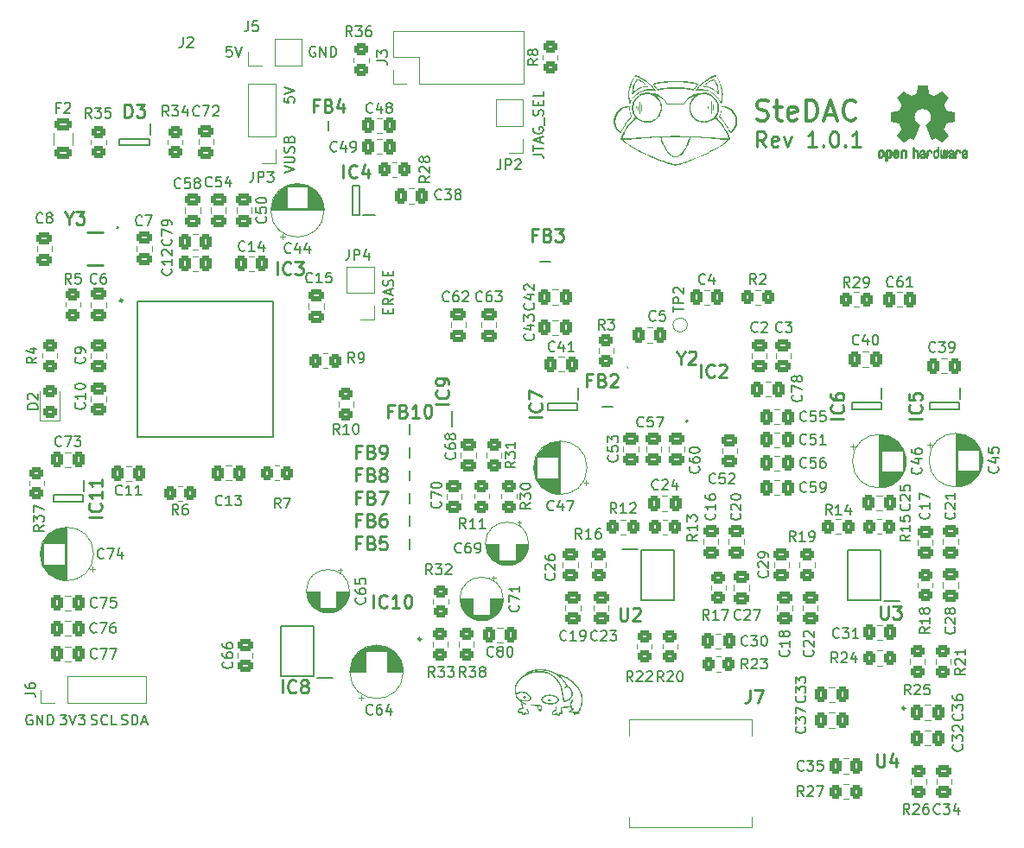
<source format=gto>
G04 #@! TF.GenerationSoftware,KiCad,Pcbnew,(6.0.0)*
G04 #@! TF.CreationDate,2022-06-03T20:07:36-07:00*
G04 #@! TF.ProjectId,steDAC,73746544-4143-42e6-9b69-6361645f7063,rev?*
G04 #@! TF.SameCoordinates,Original*
G04 #@! TF.FileFunction,Legend,Top*
G04 #@! TF.FilePolarity,Positive*
%FSLAX46Y46*%
G04 Gerber Fmt 4.6, Leading zero omitted, Abs format (unit mm)*
G04 Created by KiCad (PCBNEW (6.0.0)) date 2022-06-03 20:07:36*
%MOMM*%
%LPD*%
G01*
G04 APERTURE LIST*
G04 Aperture macros list*
%AMRoundRect*
0 Rectangle with rounded corners*
0 $1 Rounding radius*
0 $2 $3 $4 $5 $6 $7 $8 $9 X,Y pos of 4 corners*
0 Add a 4 corners polygon primitive as box body*
4,1,4,$2,$3,$4,$5,$6,$7,$8,$9,$2,$3,0*
0 Add four circle primitives for the rounded corners*
1,1,$1+$1,$2,$3*
1,1,$1+$1,$4,$5*
1,1,$1+$1,$6,$7*
1,1,$1+$1,$8,$9*
0 Add four rect primitives between the rounded corners*
20,1,$1+$1,$2,$3,$4,$5,0*
20,1,$1+$1,$4,$5,$6,$7,0*
20,1,$1+$1,$6,$7,$8,$9,0*
20,1,$1+$1,$8,$9,$2,$3,0*%
G04 Aperture macros list end*
%ADD10C,0.150000*%
%ADD11C,0.250000*%
%ADD12C,0.300000*%
%ADD13C,0.254000*%
%ADD14C,0.200000*%
%ADD15C,0.120000*%
%ADD16C,0.100000*%
%ADD17C,0.010000*%
%ADD18R,1.528000X0.650000*%
%ADD19RoundRect,0.250000X0.350000X0.450000X-0.350000X0.450000X-0.350000X-0.450000X0.350000X-0.450000X0*%
%ADD20RoundRect,0.250000X0.337500X0.475000X-0.337500X0.475000X-0.337500X-0.475000X0.337500X-0.475000X0*%
%ADD21RoundRect,0.250000X-0.350000X-0.450000X0.350000X-0.450000X0.350000X0.450000X-0.350000X0.450000X0*%
%ADD22R,1.700000X1.700000*%
%ADD23O,1.700000X1.700000*%
%ADD24RoundRect,0.250000X-0.475000X0.337500X-0.475000X-0.337500X0.475000X-0.337500X0.475000X0.337500X0*%
%ADD25R,1.200000X1.200000*%
%ADD26C,1.200000*%
%ADD27R,0.600000X0.350000*%
%ADD28R,1.100000X1.700000*%
%ADD29RoundRect,0.250000X-0.450000X0.350000X-0.450000X-0.350000X0.450000X-0.350000X0.450000X0.350000X0*%
%ADD30R,1.800000X1.200000*%
%ADD31RoundRect,0.250000X-0.337500X-0.475000X0.337500X-0.475000X0.337500X0.475000X-0.337500X0.475000X0*%
%ADD32RoundRect,0.250000X0.450000X-0.350000X0.450000X0.350000X-0.450000X0.350000X-0.450000X-0.350000X0*%
%ADD33R,1.200000X1.400000*%
%ADD34RoundRect,0.250000X0.475000X-0.337500X0.475000X0.337500X-0.475000X0.337500X-0.475000X-0.337500X0*%
%ADD35R,0.600000X1.150000*%
%ADD36R,1.526000X0.650000*%
%ADD37R,1.400000X1.200000*%
%ADD38C,1.950000*%
%ADD39C,2.400000*%
%ADD40R,1.475000X0.300000*%
%ADD41R,0.300000X1.475000*%
%ADD42C,0.650000*%
%ADD43R,0.600000X2.450000*%
%ADD44R,0.300000X2.450000*%
%ADD45RoundRect,0.250000X0.450000X-0.325000X0.450000X0.325000X-0.450000X0.325000X-0.450000X-0.325000X0*%
%ADD46R,1.600000X1.600000*%
%ADD47C,1.600000*%
%ADD48R,1.150000X0.600000*%
%ADD49R,0.200000X0.750000*%
%ADD50R,0.750000X0.200000*%
%ADD51R,3.850000X1.850000*%
%ADD52R,0.650000X1.525000*%
%ADD53R,2.290000X2.290000*%
%ADD54RoundRect,0.250000X-0.625000X0.375000X-0.625000X-0.375000X0.625000X-0.375000X0.625000X0.375000X0*%
%ADD55R,0.300000X0.850000*%
%ADD56R,2.500000X1.750000*%
%ADD57C,1.000000*%
G04 APERTURE END LIST*
D10*
X126528571Y-84271428D02*
X126528571Y-83938095D01*
X127052380Y-83795238D02*
X127052380Y-84271428D01*
X126052380Y-84271428D01*
X126052380Y-83795238D01*
X127052380Y-82795238D02*
X126576190Y-83128571D01*
X127052380Y-83366666D02*
X126052380Y-83366666D01*
X126052380Y-82985714D01*
X126100000Y-82890476D01*
X126147619Y-82842857D01*
X126242857Y-82795238D01*
X126385714Y-82795238D01*
X126480952Y-82842857D01*
X126528571Y-82890476D01*
X126576190Y-82985714D01*
X126576190Y-83366666D01*
X126766666Y-82414285D02*
X126766666Y-81938095D01*
X127052380Y-82509523D02*
X126052380Y-82176190D01*
X127052380Y-81842857D01*
X127004761Y-81557142D02*
X127052380Y-81414285D01*
X127052380Y-81176190D01*
X127004761Y-81080952D01*
X126957142Y-81033333D01*
X126861904Y-80985714D01*
X126766666Y-80985714D01*
X126671428Y-81033333D01*
X126623809Y-81080952D01*
X126576190Y-81176190D01*
X126528571Y-81366666D01*
X126480952Y-81461904D01*
X126433333Y-81509523D01*
X126338095Y-81557142D01*
X126242857Y-81557142D01*
X126147619Y-81509523D01*
X126100000Y-81461904D01*
X126052380Y-81366666D01*
X126052380Y-81128571D01*
X126100000Y-80985714D01*
X126528571Y-80557142D02*
X126528571Y-80223809D01*
X127052380Y-80080952D02*
X127052380Y-80557142D01*
X126052380Y-80557142D01*
X126052380Y-80080952D01*
X100448214Y-124554761D02*
X100591071Y-124602380D01*
X100829166Y-124602380D01*
X100924404Y-124554761D01*
X100972023Y-124507142D01*
X101019642Y-124411904D01*
X101019642Y-124316666D01*
X100972023Y-124221428D01*
X100924404Y-124173809D01*
X100829166Y-124126190D01*
X100638690Y-124078571D01*
X100543452Y-124030952D01*
X100495833Y-123983333D01*
X100448214Y-123888095D01*
X100448214Y-123792857D01*
X100495833Y-123697619D01*
X100543452Y-123650000D01*
X100638690Y-123602380D01*
X100876785Y-123602380D01*
X101019642Y-123650000D01*
X101448214Y-124602380D02*
X101448214Y-123602380D01*
X101686309Y-123602380D01*
X101829166Y-123650000D01*
X101924404Y-123745238D01*
X101972023Y-123840476D01*
X102019642Y-124030952D01*
X102019642Y-124173809D01*
X101972023Y-124364285D01*
X101924404Y-124459523D01*
X101829166Y-124554761D01*
X101686309Y-124602380D01*
X101448214Y-124602380D01*
X102400595Y-124316666D02*
X102876785Y-124316666D01*
X102305357Y-124602380D02*
X102638690Y-123602380D01*
X102972023Y-124602380D01*
X116364880Y-70483333D02*
X117364880Y-70150000D01*
X116364880Y-69816666D01*
X116364880Y-69483333D02*
X117174404Y-69483333D01*
X117269642Y-69435714D01*
X117317261Y-69388095D01*
X117364880Y-69292857D01*
X117364880Y-69102380D01*
X117317261Y-69007142D01*
X117269642Y-68959523D01*
X117174404Y-68911904D01*
X116364880Y-68911904D01*
X117317261Y-68483333D02*
X117364880Y-68340476D01*
X117364880Y-68102380D01*
X117317261Y-68007142D01*
X117269642Y-67959523D01*
X117174404Y-67911904D01*
X117079166Y-67911904D01*
X116983928Y-67959523D01*
X116936309Y-68007142D01*
X116888690Y-68102380D01*
X116841071Y-68292857D01*
X116793452Y-68388095D01*
X116745833Y-68435714D01*
X116650595Y-68483333D01*
X116555357Y-68483333D01*
X116460119Y-68435714D01*
X116412500Y-68388095D01*
X116364880Y-68292857D01*
X116364880Y-68054761D01*
X116412500Y-67911904D01*
X116841071Y-67150000D02*
X116888690Y-67007142D01*
X116936309Y-66959523D01*
X117031547Y-66911904D01*
X117174404Y-66911904D01*
X117269642Y-66959523D01*
X117317261Y-67007142D01*
X117364880Y-67102380D01*
X117364880Y-67483333D01*
X116364880Y-67483333D01*
X116364880Y-67150000D01*
X116412500Y-67054761D01*
X116460119Y-67007142D01*
X116555357Y-66959523D01*
X116650595Y-66959523D01*
X116745833Y-67007142D01*
X116793452Y-67054761D01*
X116841071Y-67150000D01*
X116841071Y-67483333D01*
X119400595Y-58150000D02*
X119305357Y-58102380D01*
X119162500Y-58102380D01*
X119019642Y-58150000D01*
X118924404Y-58245238D01*
X118876785Y-58340476D01*
X118829166Y-58530952D01*
X118829166Y-58673809D01*
X118876785Y-58864285D01*
X118924404Y-58959523D01*
X119019642Y-59054761D01*
X119162500Y-59102380D01*
X119257738Y-59102380D01*
X119400595Y-59054761D01*
X119448214Y-59007142D01*
X119448214Y-58673809D01*
X119257738Y-58673809D01*
X119876785Y-59102380D02*
X119876785Y-58102380D01*
X120448214Y-59102380D01*
X120448214Y-58102380D01*
X120924404Y-59102380D02*
X120924404Y-58102380D01*
X121162500Y-58102380D01*
X121305357Y-58150000D01*
X121400595Y-58245238D01*
X121448214Y-58340476D01*
X121495833Y-58530952D01*
X121495833Y-58673809D01*
X121448214Y-58864285D01*
X121400595Y-58959523D01*
X121305357Y-59054761D01*
X121162500Y-59102380D01*
X120924404Y-59102380D01*
D11*
X163533928Y-67928571D02*
X163033928Y-67214285D01*
X162676785Y-67928571D02*
X162676785Y-66428571D01*
X163248214Y-66428571D01*
X163391071Y-66500000D01*
X163462500Y-66571428D01*
X163533928Y-66714285D01*
X163533928Y-66928571D01*
X163462500Y-67071428D01*
X163391071Y-67142857D01*
X163248214Y-67214285D01*
X162676785Y-67214285D01*
X164748214Y-67857142D02*
X164605357Y-67928571D01*
X164319642Y-67928571D01*
X164176785Y-67857142D01*
X164105357Y-67714285D01*
X164105357Y-67142857D01*
X164176785Y-67000000D01*
X164319642Y-66928571D01*
X164605357Y-66928571D01*
X164748214Y-67000000D01*
X164819642Y-67142857D01*
X164819642Y-67285714D01*
X164105357Y-67428571D01*
X165319642Y-66928571D02*
X165676785Y-67928571D01*
X166033928Y-66928571D01*
X168533928Y-67928571D02*
X167676785Y-67928571D01*
X168105357Y-67928571D02*
X168105357Y-66428571D01*
X167962500Y-66642857D01*
X167819642Y-66785714D01*
X167676785Y-66857142D01*
X169176785Y-67785714D02*
X169248214Y-67857142D01*
X169176785Y-67928571D01*
X169105357Y-67857142D01*
X169176785Y-67785714D01*
X169176785Y-67928571D01*
X170176785Y-66428571D02*
X170319642Y-66428571D01*
X170462500Y-66500000D01*
X170533928Y-66571428D01*
X170605357Y-66714285D01*
X170676785Y-67000000D01*
X170676785Y-67357142D01*
X170605357Y-67642857D01*
X170533928Y-67785714D01*
X170462500Y-67857142D01*
X170319642Y-67928571D01*
X170176785Y-67928571D01*
X170033928Y-67857142D01*
X169962500Y-67785714D01*
X169891071Y-67642857D01*
X169819642Y-67357142D01*
X169819642Y-67000000D01*
X169891071Y-66714285D01*
X169962500Y-66571428D01*
X170033928Y-66500000D01*
X170176785Y-66428571D01*
X171319642Y-67785714D02*
X171391071Y-67857142D01*
X171319642Y-67928571D01*
X171248214Y-67857142D01*
X171319642Y-67785714D01*
X171319642Y-67928571D01*
X172819642Y-67928571D02*
X171962500Y-67928571D01*
X172391071Y-67928571D02*
X172391071Y-66428571D01*
X172248214Y-66642857D01*
X172105357Y-66785714D01*
X171962500Y-66857142D01*
D12*
X162655357Y-65259523D02*
X162941071Y-65354761D01*
X163417261Y-65354761D01*
X163607738Y-65259523D01*
X163702976Y-65164285D01*
X163798214Y-64973809D01*
X163798214Y-64783333D01*
X163702976Y-64592857D01*
X163607738Y-64497619D01*
X163417261Y-64402380D01*
X163036309Y-64307142D01*
X162845833Y-64211904D01*
X162750595Y-64116666D01*
X162655357Y-63926190D01*
X162655357Y-63735714D01*
X162750595Y-63545238D01*
X162845833Y-63450000D01*
X163036309Y-63354761D01*
X163512500Y-63354761D01*
X163798214Y-63450000D01*
X164369642Y-64021428D02*
X165131547Y-64021428D01*
X164655357Y-63354761D02*
X164655357Y-65069047D01*
X164750595Y-65259523D01*
X164941071Y-65354761D01*
X165131547Y-65354761D01*
X166560119Y-65259523D02*
X166369642Y-65354761D01*
X165988690Y-65354761D01*
X165798214Y-65259523D01*
X165702976Y-65069047D01*
X165702976Y-64307142D01*
X165798214Y-64116666D01*
X165988690Y-64021428D01*
X166369642Y-64021428D01*
X166560119Y-64116666D01*
X166655357Y-64307142D01*
X166655357Y-64497619D01*
X165702976Y-64688095D01*
X167512500Y-65354761D02*
X167512500Y-63354761D01*
X167988690Y-63354761D01*
X168274404Y-63450000D01*
X168464880Y-63640476D01*
X168560119Y-63830952D01*
X168655357Y-64211904D01*
X168655357Y-64497619D01*
X168560119Y-64878571D01*
X168464880Y-65069047D01*
X168274404Y-65259523D01*
X167988690Y-65354761D01*
X167512500Y-65354761D01*
X169417261Y-64783333D02*
X170369642Y-64783333D01*
X169226785Y-65354761D02*
X169893452Y-63354761D01*
X170560119Y-65354761D01*
X172369642Y-65164285D02*
X172274404Y-65259523D01*
X171988690Y-65354761D01*
X171798214Y-65354761D01*
X171512500Y-65259523D01*
X171322023Y-65069047D01*
X171226785Y-64878571D01*
X171131547Y-64497619D01*
X171131547Y-64211904D01*
X171226785Y-63830952D01*
X171322023Y-63640476D01*
X171512500Y-63450000D01*
X171798214Y-63354761D01*
X171988690Y-63354761D01*
X172274404Y-63450000D01*
X172369642Y-63545238D01*
D10*
X111222023Y-58102380D02*
X110745833Y-58102380D01*
X110698214Y-58578571D01*
X110745833Y-58530952D01*
X110841071Y-58483333D01*
X111079166Y-58483333D01*
X111174404Y-58530952D01*
X111222023Y-58578571D01*
X111269642Y-58673809D01*
X111269642Y-58911904D01*
X111222023Y-59007142D01*
X111174404Y-59054761D01*
X111079166Y-59102380D01*
X110841071Y-59102380D01*
X110745833Y-59054761D01*
X110698214Y-59007142D01*
X111555357Y-58102380D02*
X111888690Y-59102380D01*
X112222023Y-58102380D01*
X116364880Y-63090476D02*
X116364880Y-63566666D01*
X116841071Y-63614285D01*
X116793452Y-63566666D01*
X116745833Y-63471428D01*
X116745833Y-63233333D01*
X116793452Y-63138095D01*
X116841071Y-63090476D01*
X116936309Y-63042857D01*
X117174404Y-63042857D01*
X117269642Y-63090476D01*
X117317261Y-63138095D01*
X117364880Y-63233333D01*
X117364880Y-63471428D01*
X117317261Y-63566666D01*
X117269642Y-63614285D01*
X116364880Y-62757142D02*
X117364880Y-62423809D01*
X116364880Y-62090476D01*
X140752380Y-68680952D02*
X141466666Y-68680952D01*
X141609523Y-68728571D01*
X141704761Y-68823809D01*
X141752380Y-68966666D01*
X141752380Y-69061904D01*
X140752380Y-68347619D02*
X140752380Y-67776190D01*
X141752380Y-68061904D02*
X140752380Y-68061904D01*
X141466666Y-67490476D02*
X141466666Y-67014285D01*
X141752380Y-67585714D02*
X140752380Y-67252380D01*
X141752380Y-66919047D01*
X140800000Y-66061904D02*
X140752380Y-66157142D01*
X140752380Y-66300000D01*
X140800000Y-66442857D01*
X140895238Y-66538095D01*
X140990476Y-66585714D01*
X141180952Y-66633333D01*
X141323809Y-66633333D01*
X141514285Y-66585714D01*
X141609523Y-66538095D01*
X141704761Y-66442857D01*
X141752380Y-66300000D01*
X141752380Y-66204761D01*
X141704761Y-66061904D01*
X141657142Y-66014285D01*
X141323809Y-66014285D01*
X141323809Y-66204761D01*
X141847619Y-65823809D02*
X141847619Y-65061904D01*
X141704761Y-64871428D02*
X141752380Y-64728571D01*
X141752380Y-64490476D01*
X141704761Y-64395238D01*
X141657142Y-64347619D01*
X141561904Y-64300000D01*
X141466666Y-64300000D01*
X141371428Y-64347619D01*
X141323809Y-64395238D01*
X141276190Y-64490476D01*
X141228571Y-64680952D01*
X141180952Y-64776190D01*
X141133333Y-64823809D01*
X141038095Y-64871428D01*
X140942857Y-64871428D01*
X140847619Y-64823809D01*
X140800000Y-64776190D01*
X140752380Y-64680952D01*
X140752380Y-64442857D01*
X140800000Y-64300000D01*
X141228571Y-63871428D02*
X141228571Y-63538095D01*
X141752380Y-63395238D02*
X141752380Y-63871428D01*
X140752380Y-63871428D01*
X140752380Y-63395238D01*
X141752380Y-62490476D02*
X141752380Y-62966666D01*
X140752380Y-62966666D01*
X97472023Y-124554761D02*
X97614880Y-124602380D01*
X97852976Y-124602380D01*
X97948214Y-124554761D01*
X97995833Y-124507142D01*
X98043452Y-124411904D01*
X98043452Y-124316666D01*
X97995833Y-124221428D01*
X97948214Y-124173809D01*
X97852976Y-124126190D01*
X97662500Y-124078571D01*
X97567261Y-124030952D01*
X97519642Y-123983333D01*
X97472023Y-123888095D01*
X97472023Y-123792857D01*
X97519642Y-123697619D01*
X97567261Y-123650000D01*
X97662500Y-123602380D01*
X97900595Y-123602380D01*
X98043452Y-123650000D01*
X99043452Y-124507142D02*
X98995833Y-124554761D01*
X98852976Y-124602380D01*
X98757738Y-124602380D01*
X98614880Y-124554761D01*
X98519642Y-124459523D01*
X98472023Y-124364285D01*
X98424404Y-124173809D01*
X98424404Y-124030952D01*
X98472023Y-123840476D01*
X98519642Y-123745238D01*
X98614880Y-123650000D01*
X98757738Y-123602380D01*
X98852976Y-123602380D01*
X98995833Y-123650000D01*
X99043452Y-123697619D01*
X99948214Y-124602380D02*
X99472023Y-124602380D01*
X99472023Y-123602380D01*
X94424404Y-123602380D02*
X95043452Y-123602380D01*
X94710119Y-123983333D01*
X94852976Y-123983333D01*
X94948214Y-124030952D01*
X94995833Y-124078571D01*
X95043452Y-124173809D01*
X95043452Y-124411904D01*
X94995833Y-124507142D01*
X94948214Y-124554761D01*
X94852976Y-124602380D01*
X94567261Y-124602380D01*
X94472023Y-124554761D01*
X94424404Y-124507142D01*
X95329166Y-123602380D02*
X95662500Y-124602380D01*
X95995833Y-123602380D01*
X96233928Y-123602380D02*
X96852976Y-123602380D01*
X96519642Y-123983333D01*
X96662500Y-123983333D01*
X96757738Y-124030952D01*
X96805357Y-124078571D01*
X96852976Y-124173809D01*
X96852976Y-124411904D01*
X96805357Y-124507142D01*
X96757738Y-124554761D01*
X96662500Y-124602380D01*
X96376785Y-124602380D01*
X96281547Y-124554761D01*
X96233928Y-124507142D01*
X91650595Y-123650000D02*
X91555357Y-123602380D01*
X91412500Y-123602380D01*
X91269642Y-123650000D01*
X91174404Y-123745238D01*
X91126785Y-123840476D01*
X91079166Y-124030952D01*
X91079166Y-124173809D01*
X91126785Y-124364285D01*
X91174404Y-124459523D01*
X91269642Y-124554761D01*
X91412500Y-124602380D01*
X91507738Y-124602380D01*
X91650595Y-124554761D01*
X91698214Y-124507142D01*
X91698214Y-124173809D01*
X91507738Y-124173809D01*
X92126785Y-124602380D02*
X92126785Y-123602380D01*
X92698214Y-124602380D01*
X92698214Y-123602380D01*
X93174404Y-124602380D02*
X93174404Y-123602380D01*
X93412500Y-123602380D01*
X93555357Y-123650000D01*
X93650595Y-123745238D01*
X93698214Y-123840476D01*
X93745833Y-124030952D01*
X93745833Y-124173809D01*
X93698214Y-124364285D01*
X93650595Y-124459523D01*
X93555357Y-124554761D01*
X93412500Y-124602380D01*
X93174404Y-124602380D01*
D13*
X174794880Y-112954523D02*
X174794880Y-113982619D01*
X174855357Y-114103571D01*
X174915833Y-114164047D01*
X175036785Y-114224523D01*
X175278690Y-114224523D01*
X175399642Y-114164047D01*
X175460119Y-114103571D01*
X175520595Y-113982619D01*
X175520595Y-112954523D01*
X176004404Y-112954523D02*
X176790595Y-112954523D01*
X176367261Y-113438333D01*
X176548690Y-113438333D01*
X176669642Y-113498809D01*
X176730119Y-113559285D01*
X176790595Y-113680238D01*
X176790595Y-113982619D01*
X176730119Y-114103571D01*
X176669642Y-114164047D01*
X176548690Y-114224523D01*
X176185833Y-114224523D01*
X176064880Y-114164047D01*
X176004404Y-114103571D01*
D10*
X170019642Y-104002380D02*
X169686309Y-103526190D01*
X169448214Y-104002380D02*
X169448214Y-103002380D01*
X169829166Y-103002380D01*
X169924404Y-103050000D01*
X169972023Y-103097619D01*
X170019642Y-103192857D01*
X170019642Y-103335714D01*
X169972023Y-103430952D01*
X169924404Y-103478571D01*
X169829166Y-103526190D01*
X169448214Y-103526190D01*
X170972023Y-104002380D02*
X170400595Y-104002380D01*
X170686309Y-104002380D02*
X170686309Y-103002380D01*
X170591071Y-103145238D01*
X170495833Y-103240476D01*
X170400595Y-103288095D01*
X171829166Y-103335714D02*
X171829166Y-104002380D01*
X171591071Y-102954761D02*
X171352976Y-103669047D01*
X171972023Y-103669047D01*
X172669642Y-87257142D02*
X172622023Y-87304761D01*
X172479166Y-87352380D01*
X172383928Y-87352380D01*
X172241071Y-87304761D01*
X172145833Y-87209523D01*
X172098214Y-87114285D01*
X172050595Y-86923809D01*
X172050595Y-86780952D01*
X172098214Y-86590476D01*
X172145833Y-86495238D01*
X172241071Y-86400000D01*
X172383928Y-86352380D01*
X172479166Y-86352380D01*
X172622023Y-86400000D01*
X172669642Y-86447619D01*
X173526785Y-86685714D02*
X173526785Y-87352380D01*
X173288690Y-86304761D02*
X173050595Y-87019047D01*
X173669642Y-87019047D01*
X174241071Y-86352380D02*
X174336309Y-86352380D01*
X174431547Y-86400000D01*
X174479166Y-86447619D01*
X174526785Y-86542857D01*
X174574404Y-86733333D01*
X174574404Y-86971428D01*
X174526785Y-87161904D01*
X174479166Y-87257142D01*
X174431547Y-87304761D01*
X174336309Y-87352380D01*
X174241071Y-87352380D01*
X174145833Y-87304761D01*
X174098214Y-87257142D01*
X174050595Y-87161904D01*
X174002976Y-86971428D01*
X174002976Y-86733333D01*
X174050595Y-86542857D01*
X174098214Y-86447619D01*
X174145833Y-86400000D01*
X174241071Y-86352380D01*
X171769642Y-81702380D02*
X171436309Y-81226190D01*
X171198214Y-81702380D02*
X171198214Y-80702380D01*
X171579166Y-80702380D01*
X171674404Y-80750000D01*
X171722023Y-80797619D01*
X171769642Y-80892857D01*
X171769642Y-81035714D01*
X171722023Y-81130952D01*
X171674404Y-81178571D01*
X171579166Y-81226190D01*
X171198214Y-81226190D01*
X172150595Y-80797619D02*
X172198214Y-80750000D01*
X172293452Y-80702380D01*
X172531547Y-80702380D01*
X172626785Y-80750000D01*
X172674404Y-80797619D01*
X172722023Y-80892857D01*
X172722023Y-80988095D01*
X172674404Y-81130952D01*
X172102976Y-81702380D01*
X172722023Y-81702380D01*
X173198214Y-81702380D02*
X173388690Y-81702380D01*
X173483928Y-81654761D01*
X173531547Y-81607142D01*
X173626785Y-81464285D01*
X173674404Y-81273809D01*
X173674404Y-80892857D01*
X173626785Y-80797619D01*
X173579166Y-80750000D01*
X173483928Y-80702380D01*
X173293452Y-80702380D01*
X173198214Y-80750000D01*
X173150595Y-80797619D01*
X173102976Y-80892857D01*
X173102976Y-81130952D01*
X173150595Y-81226190D01*
X173198214Y-81273809D01*
X173293452Y-81321428D01*
X173483928Y-81321428D01*
X173579166Y-81273809D01*
X173626785Y-81226190D01*
X173674404Y-81130952D01*
X157595833Y-81307142D02*
X157548214Y-81354761D01*
X157405357Y-81402380D01*
X157310119Y-81402380D01*
X157167261Y-81354761D01*
X157072023Y-81259523D01*
X157024404Y-81164285D01*
X156976785Y-80973809D01*
X156976785Y-80830952D01*
X157024404Y-80640476D01*
X157072023Y-80545238D01*
X157167261Y-80450000D01*
X157310119Y-80402380D01*
X157405357Y-80402380D01*
X157548214Y-80450000D01*
X157595833Y-80497619D01*
X158452976Y-80735714D02*
X158452976Y-81402380D01*
X158214880Y-80354761D02*
X157976785Y-81069047D01*
X158595833Y-81069047D01*
X113329166Y-70377380D02*
X113329166Y-71091666D01*
X113281547Y-71234523D01*
X113186309Y-71329761D01*
X113043452Y-71377380D01*
X112948214Y-71377380D01*
X113805357Y-71377380D02*
X113805357Y-70377380D01*
X114186309Y-70377380D01*
X114281547Y-70425000D01*
X114329166Y-70472619D01*
X114376785Y-70567857D01*
X114376785Y-70710714D01*
X114329166Y-70805952D01*
X114281547Y-70853571D01*
X114186309Y-70901190D01*
X113805357Y-70901190D01*
X114710119Y-70377380D02*
X115329166Y-70377380D01*
X114995833Y-70758333D01*
X115138690Y-70758333D01*
X115233928Y-70805952D01*
X115281547Y-70853571D01*
X115329166Y-70948809D01*
X115329166Y-71186904D01*
X115281547Y-71282142D01*
X115233928Y-71329761D01*
X115138690Y-71377380D01*
X114852976Y-71377380D01*
X114757738Y-71329761D01*
X114710119Y-71282142D01*
X142808642Y-109792857D02*
X142856261Y-109840476D01*
X142903880Y-109983333D01*
X142903880Y-110078571D01*
X142856261Y-110221428D01*
X142761023Y-110316666D01*
X142665785Y-110364285D01*
X142475309Y-110411904D01*
X142332452Y-110411904D01*
X142141976Y-110364285D01*
X142046738Y-110316666D01*
X141951500Y-110221428D01*
X141903880Y-110078571D01*
X141903880Y-109983333D01*
X141951500Y-109840476D01*
X141999119Y-109792857D01*
X141999119Y-109411904D02*
X141951500Y-109364285D01*
X141903880Y-109269047D01*
X141903880Y-109030952D01*
X141951500Y-108935714D01*
X141999119Y-108888095D01*
X142094357Y-108840476D01*
X142189595Y-108840476D01*
X142332452Y-108888095D01*
X142903880Y-109459523D01*
X142903880Y-108840476D01*
X141903880Y-107983333D02*
X141903880Y-108173809D01*
X141951500Y-108269047D01*
X141999119Y-108316666D01*
X142141976Y-108411904D01*
X142332452Y-108459523D01*
X142713404Y-108459523D01*
X142808642Y-108411904D01*
X142856261Y-108364285D01*
X142903880Y-108269047D01*
X142903880Y-108078571D01*
X142856261Y-107983333D01*
X142808642Y-107935714D01*
X142713404Y-107888095D01*
X142475309Y-107888095D01*
X142380071Y-107935714D01*
X142332452Y-107983333D01*
X142284833Y-108078571D01*
X142284833Y-108269047D01*
X142332452Y-108364285D01*
X142380071Y-108411904D01*
X142475309Y-108459523D01*
X139307142Y-112892857D02*
X139354761Y-112940476D01*
X139402380Y-113083333D01*
X139402380Y-113178571D01*
X139354761Y-113321428D01*
X139259523Y-113416666D01*
X139164285Y-113464285D01*
X138973809Y-113511904D01*
X138830952Y-113511904D01*
X138640476Y-113464285D01*
X138545238Y-113416666D01*
X138450000Y-113321428D01*
X138402380Y-113178571D01*
X138402380Y-113083333D01*
X138450000Y-112940476D01*
X138497619Y-112892857D01*
X138402380Y-112559523D02*
X138402380Y-111892857D01*
X139402380Y-112321428D01*
X139402380Y-110988095D02*
X139402380Y-111559523D01*
X139402380Y-111273809D02*
X138402380Y-111273809D01*
X138545238Y-111369047D01*
X138640476Y-111464285D01*
X138688095Y-111559523D01*
D13*
X125105476Y-113124523D02*
X125105476Y-111854523D01*
X126435952Y-113003571D02*
X126375476Y-113064047D01*
X126194047Y-113124523D01*
X126073095Y-113124523D01*
X125891666Y-113064047D01*
X125770714Y-112943095D01*
X125710238Y-112822142D01*
X125649761Y-112580238D01*
X125649761Y-112398809D01*
X125710238Y-112156904D01*
X125770714Y-112035952D01*
X125891666Y-111915000D01*
X126073095Y-111854523D01*
X126194047Y-111854523D01*
X126375476Y-111915000D01*
X126435952Y-111975476D01*
X127645476Y-113124523D02*
X126919761Y-113124523D01*
X127282619Y-113124523D02*
X127282619Y-111854523D01*
X127161666Y-112035952D01*
X127040714Y-112156904D01*
X126919761Y-112217380D01*
X128431666Y-111854523D02*
X128552619Y-111854523D01*
X128673571Y-111915000D01*
X128734047Y-111975476D01*
X128794523Y-112096428D01*
X128855000Y-112338333D01*
X128855000Y-112640714D01*
X128794523Y-112882619D01*
X128734047Y-113003571D01*
X128673571Y-113064047D01*
X128552619Y-113124523D01*
X128431666Y-113124523D01*
X128310714Y-113064047D01*
X128250238Y-113003571D01*
X128189761Y-112882619D01*
X128129285Y-112640714D01*
X128129285Y-112338333D01*
X128189761Y-112096428D01*
X128250238Y-111975476D01*
X128310714Y-111915000D01*
X128431666Y-111854523D01*
D10*
X153019642Y-101457142D02*
X152972023Y-101504761D01*
X152829166Y-101552380D01*
X152733928Y-101552380D01*
X152591071Y-101504761D01*
X152495833Y-101409523D01*
X152448214Y-101314285D01*
X152400595Y-101123809D01*
X152400595Y-100980952D01*
X152448214Y-100790476D01*
X152495833Y-100695238D01*
X152591071Y-100600000D01*
X152733928Y-100552380D01*
X152829166Y-100552380D01*
X152972023Y-100600000D01*
X153019642Y-100647619D01*
X153400595Y-100647619D02*
X153448214Y-100600000D01*
X153543452Y-100552380D01*
X153781547Y-100552380D01*
X153876785Y-100600000D01*
X153924404Y-100647619D01*
X153972023Y-100742857D01*
X153972023Y-100838095D01*
X153924404Y-100980952D01*
X153352976Y-101552380D01*
X153972023Y-101552380D01*
X154829166Y-100885714D02*
X154829166Y-101552380D01*
X154591071Y-100504761D02*
X154352976Y-101219047D01*
X154972023Y-101219047D01*
X158619642Y-100857142D02*
X158572023Y-100904761D01*
X158429166Y-100952380D01*
X158333928Y-100952380D01*
X158191071Y-100904761D01*
X158095833Y-100809523D01*
X158048214Y-100714285D01*
X158000595Y-100523809D01*
X158000595Y-100380952D01*
X158048214Y-100190476D01*
X158095833Y-100095238D01*
X158191071Y-100000000D01*
X158333928Y-99952380D01*
X158429166Y-99952380D01*
X158572023Y-100000000D01*
X158619642Y-100047619D01*
X159524404Y-99952380D02*
X159048214Y-99952380D01*
X159000595Y-100428571D01*
X159048214Y-100380952D01*
X159143452Y-100333333D01*
X159381547Y-100333333D01*
X159476785Y-100380952D01*
X159524404Y-100428571D01*
X159572023Y-100523809D01*
X159572023Y-100761904D01*
X159524404Y-100857142D01*
X159476785Y-100904761D01*
X159381547Y-100952380D01*
X159143452Y-100952380D01*
X159048214Y-100904761D01*
X159000595Y-100857142D01*
X159952976Y-100047619D02*
X160000595Y-100000000D01*
X160095833Y-99952380D01*
X160333928Y-99952380D01*
X160429166Y-100000000D01*
X160476785Y-100047619D01*
X160524404Y-100142857D01*
X160524404Y-100238095D01*
X160476785Y-100380952D01*
X159905357Y-100952380D01*
X160524404Y-100952380D01*
X148919642Y-103852380D02*
X148586309Y-103376190D01*
X148348214Y-103852380D02*
X148348214Y-102852380D01*
X148729166Y-102852380D01*
X148824404Y-102900000D01*
X148872023Y-102947619D01*
X148919642Y-103042857D01*
X148919642Y-103185714D01*
X148872023Y-103280952D01*
X148824404Y-103328571D01*
X148729166Y-103376190D01*
X148348214Y-103376190D01*
X149872023Y-103852380D02*
X149300595Y-103852380D01*
X149586309Y-103852380D02*
X149586309Y-102852380D01*
X149491071Y-102995238D01*
X149395833Y-103090476D01*
X149300595Y-103138095D01*
X150252976Y-102947619D02*
X150300595Y-102900000D01*
X150395833Y-102852380D01*
X150633928Y-102852380D01*
X150729166Y-102900000D01*
X150776785Y-102947619D01*
X150824404Y-103042857D01*
X150824404Y-103138095D01*
X150776785Y-103280952D01*
X150205357Y-103852380D01*
X150824404Y-103852380D01*
X145519642Y-106352380D02*
X145186309Y-105876190D01*
X144948214Y-106352380D02*
X144948214Y-105352380D01*
X145329166Y-105352380D01*
X145424404Y-105400000D01*
X145472023Y-105447619D01*
X145519642Y-105542857D01*
X145519642Y-105685714D01*
X145472023Y-105780952D01*
X145424404Y-105828571D01*
X145329166Y-105876190D01*
X144948214Y-105876190D01*
X146472023Y-106352380D02*
X145900595Y-106352380D01*
X146186309Y-106352380D02*
X146186309Y-105352380D01*
X146091071Y-105495238D01*
X145995833Y-105590476D01*
X145900595Y-105638095D01*
X147329166Y-105352380D02*
X147138690Y-105352380D01*
X147043452Y-105400000D01*
X146995833Y-105447619D01*
X146900595Y-105590476D01*
X146852976Y-105780952D01*
X146852976Y-106161904D01*
X146900595Y-106257142D01*
X146948214Y-106304761D01*
X147043452Y-106352380D01*
X147233928Y-106352380D01*
X147329166Y-106304761D01*
X147376785Y-106257142D01*
X147424404Y-106161904D01*
X147424404Y-105923809D01*
X147376785Y-105828571D01*
X147329166Y-105780952D01*
X147233928Y-105733333D01*
X147043452Y-105733333D01*
X146948214Y-105780952D01*
X146900595Y-105828571D01*
X146852976Y-105923809D01*
X156814880Y-105942857D02*
X156338690Y-106276190D01*
X156814880Y-106514285D02*
X155814880Y-106514285D01*
X155814880Y-106133333D01*
X155862500Y-106038095D01*
X155910119Y-105990476D01*
X156005357Y-105942857D01*
X156148214Y-105942857D01*
X156243452Y-105990476D01*
X156291071Y-106038095D01*
X156338690Y-106133333D01*
X156338690Y-106514285D01*
X156814880Y-104990476D02*
X156814880Y-105561904D01*
X156814880Y-105276190D02*
X155814880Y-105276190D01*
X155957738Y-105371428D01*
X156052976Y-105466666D01*
X156100595Y-105561904D01*
X155814880Y-104657142D02*
X155814880Y-104038095D01*
X156195833Y-104371428D01*
X156195833Y-104228571D01*
X156243452Y-104133333D01*
X156291071Y-104085714D01*
X156386309Y-104038095D01*
X156624404Y-104038095D01*
X156719642Y-104085714D01*
X156767261Y-104133333D01*
X156814880Y-104228571D01*
X156814880Y-104514285D01*
X156767261Y-104609523D01*
X156719642Y-104657142D01*
D13*
X95257738Y-74919761D02*
X95257738Y-75524523D01*
X94834404Y-74254523D02*
X95257738Y-74919761D01*
X95681071Y-74254523D01*
X95983452Y-74254523D02*
X96769642Y-74254523D01*
X96346309Y-74738333D01*
X96527738Y-74738333D01*
X96648690Y-74798809D01*
X96709166Y-74859285D01*
X96769642Y-74980238D01*
X96769642Y-75282619D01*
X96709166Y-75403571D01*
X96648690Y-75464047D01*
X96527738Y-75524523D01*
X96164880Y-75524523D01*
X96043928Y-75464047D01*
X95983452Y-75403571D01*
D10*
X167519642Y-94757142D02*
X167472023Y-94804761D01*
X167329166Y-94852380D01*
X167233928Y-94852380D01*
X167091071Y-94804761D01*
X166995833Y-94709523D01*
X166948214Y-94614285D01*
X166900595Y-94423809D01*
X166900595Y-94280952D01*
X166948214Y-94090476D01*
X166995833Y-93995238D01*
X167091071Y-93900000D01*
X167233928Y-93852380D01*
X167329166Y-93852380D01*
X167472023Y-93900000D01*
X167519642Y-93947619D01*
X168424404Y-93852380D02*
X167948214Y-93852380D01*
X167900595Y-94328571D01*
X167948214Y-94280952D01*
X168043452Y-94233333D01*
X168281547Y-94233333D01*
X168376785Y-94280952D01*
X168424404Y-94328571D01*
X168472023Y-94423809D01*
X168472023Y-94661904D01*
X168424404Y-94757142D01*
X168376785Y-94804761D01*
X168281547Y-94852380D01*
X168043452Y-94852380D01*
X167948214Y-94804761D01*
X167900595Y-94757142D01*
X169376785Y-93852380D02*
X168900595Y-93852380D01*
X168852976Y-94328571D01*
X168900595Y-94280952D01*
X168995833Y-94233333D01*
X169233928Y-94233333D01*
X169329166Y-94280952D01*
X169376785Y-94328571D01*
X169424404Y-94423809D01*
X169424404Y-94661904D01*
X169376785Y-94757142D01*
X169329166Y-94804761D01*
X169233928Y-94852380D01*
X168995833Y-94852380D01*
X168900595Y-94804761D01*
X168852976Y-94757142D01*
X157969642Y-114302380D02*
X157636309Y-113826190D01*
X157398214Y-114302380D02*
X157398214Y-113302380D01*
X157779166Y-113302380D01*
X157874404Y-113350000D01*
X157922023Y-113397619D01*
X157969642Y-113492857D01*
X157969642Y-113635714D01*
X157922023Y-113730952D01*
X157874404Y-113778571D01*
X157779166Y-113826190D01*
X157398214Y-113826190D01*
X158922023Y-114302380D02*
X158350595Y-114302380D01*
X158636309Y-114302380D02*
X158636309Y-113302380D01*
X158541071Y-113445238D01*
X158445833Y-113540476D01*
X158350595Y-113588095D01*
X159255357Y-113302380D02*
X159922023Y-113302380D01*
X159493452Y-114302380D01*
X141214880Y-59316666D02*
X140738690Y-59650000D01*
X141214880Y-59888095D02*
X140214880Y-59888095D01*
X140214880Y-59507142D01*
X140262500Y-59411904D01*
X140310119Y-59364285D01*
X140405357Y-59316666D01*
X140548214Y-59316666D01*
X140643452Y-59364285D01*
X140691071Y-59411904D01*
X140738690Y-59507142D01*
X140738690Y-59888095D01*
X140643452Y-58745238D02*
X140595833Y-58840476D01*
X140548214Y-58888095D01*
X140452976Y-58935714D01*
X140405357Y-58935714D01*
X140310119Y-58888095D01*
X140262500Y-58840476D01*
X140214880Y-58745238D01*
X140214880Y-58554761D01*
X140262500Y-58459523D01*
X140310119Y-58411904D01*
X140405357Y-58364285D01*
X140452976Y-58364285D01*
X140548214Y-58411904D01*
X140595833Y-58459523D01*
X140643452Y-58554761D01*
X140643452Y-58745238D01*
X140691071Y-58840476D01*
X140738690Y-58888095D01*
X140833928Y-58935714D01*
X141024404Y-58935714D01*
X141119642Y-58888095D01*
X141167261Y-58840476D01*
X141214880Y-58745238D01*
X141214880Y-58554761D01*
X141167261Y-58459523D01*
X141119642Y-58411904D01*
X141024404Y-58364285D01*
X140833928Y-58364285D01*
X140738690Y-58411904D01*
X140691071Y-58459523D01*
X140643452Y-58554761D01*
X140502380Y-102842857D02*
X140026190Y-103176190D01*
X140502380Y-103414285D02*
X139502380Y-103414285D01*
X139502380Y-103033333D01*
X139550000Y-102938095D01*
X139597619Y-102890476D01*
X139692857Y-102842857D01*
X139835714Y-102842857D01*
X139930952Y-102890476D01*
X139978571Y-102938095D01*
X140026190Y-103033333D01*
X140026190Y-103414285D01*
X139502380Y-102509523D02*
X139502380Y-101890476D01*
X139883333Y-102223809D01*
X139883333Y-102080952D01*
X139930952Y-101985714D01*
X139978571Y-101938095D01*
X140073809Y-101890476D01*
X140311904Y-101890476D01*
X140407142Y-101938095D01*
X140454761Y-101985714D01*
X140502380Y-102080952D01*
X140502380Y-102366666D01*
X140454761Y-102461904D01*
X140407142Y-102509523D01*
X139502380Y-101271428D02*
X139502380Y-101176190D01*
X139550000Y-101080952D01*
X139597619Y-101033333D01*
X139692857Y-100985714D01*
X139883333Y-100938095D01*
X140121428Y-100938095D01*
X140311904Y-100985714D01*
X140407142Y-101033333D01*
X140454761Y-101080952D01*
X140502380Y-101176190D01*
X140502380Y-101271428D01*
X140454761Y-101366666D01*
X140407142Y-101414285D01*
X140311904Y-101461904D01*
X140121428Y-101509523D01*
X139883333Y-101509523D01*
X139692857Y-101461904D01*
X139597619Y-101414285D01*
X139550000Y-101366666D01*
X139502380Y-101271428D01*
X124257142Y-112142857D02*
X124304761Y-112190476D01*
X124352380Y-112333333D01*
X124352380Y-112428571D01*
X124304761Y-112571428D01*
X124209523Y-112666666D01*
X124114285Y-112714285D01*
X123923809Y-112761904D01*
X123780952Y-112761904D01*
X123590476Y-112714285D01*
X123495238Y-112666666D01*
X123400000Y-112571428D01*
X123352380Y-112428571D01*
X123352380Y-112333333D01*
X123400000Y-112190476D01*
X123447619Y-112142857D01*
X123352380Y-111285714D02*
X123352380Y-111476190D01*
X123400000Y-111571428D01*
X123447619Y-111619047D01*
X123590476Y-111714285D01*
X123780952Y-111761904D01*
X124161904Y-111761904D01*
X124257142Y-111714285D01*
X124304761Y-111666666D01*
X124352380Y-111571428D01*
X124352380Y-111380952D01*
X124304761Y-111285714D01*
X124257142Y-111238095D01*
X124161904Y-111190476D01*
X123923809Y-111190476D01*
X123828571Y-111238095D01*
X123780952Y-111285714D01*
X123733333Y-111380952D01*
X123733333Y-111571428D01*
X123780952Y-111666666D01*
X123828571Y-111714285D01*
X123923809Y-111761904D01*
X123352380Y-110285714D02*
X123352380Y-110761904D01*
X123828571Y-110809523D01*
X123780952Y-110761904D01*
X123733333Y-110666666D01*
X123733333Y-110428571D01*
X123780952Y-110333333D01*
X123828571Y-110285714D01*
X123923809Y-110238095D01*
X124161904Y-110238095D01*
X124257142Y-110285714D01*
X124304761Y-110333333D01*
X124352380Y-110428571D01*
X124352380Y-110666666D01*
X124304761Y-110761904D01*
X124257142Y-110809523D01*
D13*
X126999404Y-93809285D02*
X126576071Y-93809285D01*
X126576071Y-94474523D02*
X126576071Y-93204523D01*
X127180833Y-93204523D01*
X128087976Y-93809285D02*
X128269404Y-93869761D01*
X128329880Y-93930238D01*
X128390357Y-94051190D01*
X128390357Y-94232619D01*
X128329880Y-94353571D01*
X128269404Y-94414047D01*
X128148452Y-94474523D01*
X127664642Y-94474523D01*
X127664642Y-93204523D01*
X128087976Y-93204523D01*
X128208928Y-93265000D01*
X128269404Y-93325476D01*
X128329880Y-93446428D01*
X128329880Y-93567380D01*
X128269404Y-93688333D01*
X128208928Y-93748809D01*
X128087976Y-93809285D01*
X127664642Y-93809285D01*
X129599880Y-94474523D02*
X128874166Y-94474523D01*
X129237023Y-94474523D02*
X129237023Y-93204523D01*
X129116071Y-93385952D01*
X128995119Y-93506904D01*
X128874166Y-93567380D01*
X130386071Y-93204523D02*
X130507023Y-93204523D01*
X130627976Y-93265000D01*
X130688452Y-93325476D01*
X130748928Y-93446428D01*
X130809404Y-93688333D01*
X130809404Y-93990714D01*
X130748928Y-94232619D01*
X130688452Y-94353571D01*
X130627976Y-94414047D01*
X130507023Y-94474523D01*
X130386071Y-94474523D01*
X130265119Y-94414047D01*
X130204642Y-94353571D01*
X130144166Y-94232619D01*
X130083690Y-93990714D01*
X130083690Y-93688333D01*
X130144166Y-93446428D01*
X130204642Y-93325476D01*
X130265119Y-93265000D01*
X130386071Y-93204523D01*
D10*
X131657142Y-102742857D02*
X131704761Y-102790476D01*
X131752380Y-102933333D01*
X131752380Y-103028571D01*
X131704761Y-103171428D01*
X131609523Y-103266666D01*
X131514285Y-103314285D01*
X131323809Y-103361904D01*
X131180952Y-103361904D01*
X130990476Y-103314285D01*
X130895238Y-103266666D01*
X130800000Y-103171428D01*
X130752380Y-103028571D01*
X130752380Y-102933333D01*
X130800000Y-102790476D01*
X130847619Y-102742857D01*
X130752380Y-102409523D02*
X130752380Y-101742857D01*
X131752380Y-102171428D01*
X130752380Y-101171428D02*
X130752380Y-101076190D01*
X130800000Y-100980952D01*
X130847619Y-100933333D01*
X130942857Y-100885714D01*
X131133333Y-100838095D01*
X131371428Y-100838095D01*
X131561904Y-100885714D01*
X131657142Y-100933333D01*
X131704761Y-100980952D01*
X131752380Y-101076190D01*
X131752380Y-101171428D01*
X131704761Y-101266666D01*
X131657142Y-101314285D01*
X131561904Y-101361904D01*
X131371428Y-101409523D01*
X131133333Y-101409523D01*
X130942857Y-101361904D01*
X130847619Y-101314285D01*
X130800000Y-101266666D01*
X130752380Y-101171428D01*
X125459880Y-59488333D02*
X126174166Y-59488333D01*
X126317023Y-59535952D01*
X126412261Y-59631190D01*
X126459880Y-59774047D01*
X126459880Y-59869285D01*
X125459880Y-59107380D02*
X125459880Y-58488333D01*
X125840833Y-58821666D01*
X125840833Y-58678809D01*
X125888452Y-58583571D01*
X125936071Y-58535952D01*
X126031309Y-58488333D01*
X126269404Y-58488333D01*
X126364642Y-58535952D01*
X126412261Y-58583571D01*
X126459880Y-58678809D01*
X126459880Y-58964523D01*
X126412261Y-59059761D01*
X126364642Y-59107380D01*
X158519642Y-103892857D02*
X158567261Y-103940476D01*
X158614880Y-104083333D01*
X158614880Y-104178571D01*
X158567261Y-104321428D01*
X158472023Y-104416666D01*
X158376785Y-104464285D01*
X158186309Y-104511904D01*
X158043452Y-104511904D01*
X157852976Y-104464285D01*
X157757738Y-104416666D01*
X157662500Y-104321428D01*
X157614880Y-104178571D01*
X157614880Y-104083333D01*
X157662500Y-103940476D01*
X157710119Y-103892857D01*
X158614880Y-102940476D02*
X158614880Y-103511904D01*
X158614880Y-103226190D02*
X157614880Y-103226190D01*
X157757738Y-103321428D01*
X157852976Y-103416666D01*
X157900595Y-103511904D01*
X157614880Y-102083333D02*
X157614880Y-102273809D01*
X157662500Y-102369047D01*
X157710119Y-102416666D01*
X157852976Y-102511904D01*
X158043452Y-102559523D01*
X158424404Y-102559523D01*
X158519642Y-102511904D01*
X158567261Y-102464285D01*
X158614880Y-102369047D01*
X158614880Y-102178571D01*
X158567261Y-102083333D01*
X158519642Y-102035714D01*
X158424404Y-101988095D01*
X158186309Y-101988095D01*
X158091071Y-102035714D01*
X158043452Y-102083333D01*
X157995833Y-102178571D01*
X157995833Y-102369047D01*
X158043452Y-102464285D01*
X158091071Y-102511904D01*
X158186309Y-102559523D01*
X90984880Y-121483333D02*
X91699166Y-121483333D01*
X91842023Y-121530952D01*
X91937261Y-121626190D01*
X91984880Y-121769047D01*
X91984880Y-121864285D01*
X90984880Y-120578571D02*
X90984880Y-120769047D01*
X91032500Y-120864285D01*
X91080119Y-120911904D01*
X91222976Y-121007142D01*
X91413452Y-121054761D01*
X91794404Y-121054761D01*
X91889642Y-121007142D01*
X91937261Y-120959523D01*
X91984880Y-120864285D01*
X91984880Y-120673809D01*
X91937261Y-120578571D01*
X91889642Y-120530952D01*
X91794404Y-120483333D01*
X91556309Y-120483333D01*
X91461071Y-120530952D01*
X91413452Y-120578571D01*
X91365833Y-120673809D01*
X91365833Y-120864285D01*
X91413452Y-120959523D01*
X91461071Y-121007142D01*
X91556309Y-121054761D01*
D13*
X149272380Y-113104523D02*
X149272380Y-114132619D01*
X149332857Y-114253571D01*
X149393333Y-114314047D01*
X149514285Y-114374523D01*
X149756190Y-114374523D01*
X149877142Y-114314047D01*
X149937619Y-114253571D01*
X149998095Y-114132619D01*
X149998095Y-113104523D01*
X150542380Y-113225476D02*
X150602857Y-113165000D01*
X150723809Y-113104523D01*
X151026190Y-113104523D01*
X151147142Y-113165000D01*
X151207619Y-113225476D01*
X151268095Y-113346428D01*
X151268095Y-113467380D01*
X151207619Y-113648809D01*
X150481904Y-114374523D01*
X151268095Y-114374523D01*
D10*
X180619642Y-133257142D02*
X180572023Y-133304761D01*
X180429166Y-133352380D01*
X180333928Y-133352380D01*
X180191071Y-133304761D01*
X180095833Y-133209523D01*
X180048214Y-133114285D01*
X180000595Y-132923809D01*
X180000595Y-132780952D01*
X180048214Y-132590476D01*
X180095833Y-132495238D01*
X180191071Y-132400000D01*
X180333928Y-132352380D01*
X180429166Y-132352380D01*
X180572023Y-132400000D01*
X180619642Y-132447619D01*
X180952976Y-132352380D02*
X181572023Y-132352380D01*
X181238690Y-132733333D01*
X181381547Y-132733333D01*
X181476785Y-132780952D01*
X181524404Y-132828571D01*
X181572023Y-132923809D01*
X181572023Y-133161904D01*
X181524404Y-133257142D01*
X181476785Y-133304761D01*
X181381547Y-133352380D01*
X181095833Y-133352380D01*
X181000595Y-133304761D01*
X180952976Y-133257142D01*
X182429166Y-132685714D02*
X182429166Y-133352380D01*
X182191071Y-132304761D02*
X181952976Y-133019047D01*
X182572023Y-133019047D01*
D13*
X123854166Y-102309285D02*
X123430833Y-102309285D01*
X123430833Y-102974523D02*
X123430833Y-101704523D01*
X124035595Y-101704523D01*
X124942738Y-102309285D02*
X125124166Y-102369761D01*
X125184642Y-102430238D01*
X125245119Y-102551190D01*
X125245119Y-102732619D01*
X125184642Y-102853571D01*
X125124166Y-102914047D01*
X125003214Y-102974523D01*
X124519404Y-102974523D01*
X124519404Y-101704523D01*
X124942738Y-101704523D01*
X125063690Y-101765000D01*
X125124166Y-101825476D01*
X125184642Y-101946428D01*
X125184642Y-102067380D01*
X125124166Y-102188333D01*
X125063690Y-102248809D01*
X124942738Y-102309285D01*
X124519404Y-102309285D01*
X125668452Y-101704523D02*
X126515119Y-101704523D01*
X125970833Y-102974523D01*
D10*
X182019642Y-115042857D02*
X182067261Y-115090476D01*
X182114880Y-115233333D01*
X182114880Y-115328571D01*
X182067261Y-115471428D01*
X181972023Y-115566666D01*
X181876785Y-115614285D01*
X181686309Y-115661904D01*
X181543452Y-115661904D01*
X181352976Y-115614285D01*
X181257738Y-115566666D01*
X181162500Y-115471428D01*
X181114880Y-115328571D01*
X181114880Y-115233333D01*
X181162500Y-115090476D01*
X181210119Y-115042857D01*
X181210119Y-114661904D02*
X181162500Y-114614285D01*
X181114880Y-114519047D01*
X181114880Y-114280952D01*
X181162500Y-114185714D01*
X181210119Y-114138095D01*
X181305357Y-114090476D01*
X181400595Y-114090476D01*
X181543452Y-114138095D01*
X182114880Y-114709523D01*
X182114880Y-114090476D01*
X181543452Y-113519047D02*
X181495833Y-113614285D01*
X181448214Y-113661904D01*
X181352976Y-113709523D01*
X181305357Y-113709523D01*
X181210119Y-113661904D01*
X181162500Y-113614285D01*
X181114880Y-113519047D01*
X181114880Y-113328571D01*
X181162500Y-113233333D01*
X181210119Y-113185714D01*
X181305357Y-113138095D01*
X181352976Y-113138095D01*
X181448214Y-113185714D01*
X181495833Y-113233333D01*
X181543452Y-113328571D01*
X181543452Y-113519047D01*
X181591071Y-113614285D01*
X181638690Y-113661904D01*
X181733928Y-113709523D01*
X181924404Y-113709523D01*
X182019642Y-113661904D01*
X182067261Y-113614285D01*
X182114880Y-113519047D01*
X182114880Y-113328571D01*
X182067261Y-113233333D01*
X182019642Y-113185714D01*
X181924404Y-113138095D01*
X181733928Y-113138095D01*
X181638690Y-113185714D01*
X181591071Y-113233333D01*
X181543452Y-113328571D01*
X153519642Y-120352380D02*
X153186309Y-119876190D01*
X152948214Y-120352380D02*
X152948214Y-119352380D01*
X153329166Y-119352380D01*
X153424404Y-119400000D01*
X153472023Y-119447619D01*
X153519642Y-119542857D01*
X153519642Y-119685714D01*
X153472023Y-119780952D01*
X153424404Y-119828571D01*
X153329166Y-119876190D01*
X152948214Y-119876190D01*
X153900595Y-119447619D02*
X153948214Y-119400000D01*
X154043452Y-119352380D01*
X154281547Y-119352380D01*
X154376785Y-119400000D01*
X154424404Y-119447619D01*
X154472023Y-119542857D01*
X154472023Y-119638095D01*
X154424404Y-119780952D01*
X153852976Y-120352380D01*
X154472023Y-120352380D01*
X155091071Y-119352380D02*
X155186309Y-119352380D01*
X155281547Y-119400000D01*
X155329166Y-119447619D01*
X155376785Y-119542857D01*
X155424404Y-119733333D01*
X155424404Y-119971428D01*
X155376785Y-120161904D01*
X155329166Y-120257142D01*
X155281547Y-120304761D01*
X155186309Y-120352380D01*
X155091071Y-120352380D01*
X154995833Y-120304761D01*
X154948214Y-120257142D01*
X154900595Y-120161904D01*
X154852976Y-119971428D01*
X154852976Y-119733333D01*
X154900595Y-119542857D01*
X154948214Y-119447619D01*
X154995833Y-119400000D01*
X155091071Y-119352380D01*
D13*
X123854166Y-97809285D02*
X123430833Y-97809285D01*
X123430833Y-98474523D02*
X123430833Y-97204523D01*
X124035595Y-97204523D01*
X124942738Y-97809285D02*
X125124166Y-97869761D01*
X125184642Y-97930238D01*
X125245119Y-98051190D01*
X125245119Y-98232619D01*
X125184642Y-98353571D01*
X125124166Y-98414047D01*
X125003214Y-98474523D01*
X124519404Y-98474523D01*
X124519404Y-97204523D01*
X124942738Y-97204523D01*
X125063690Y-97265000D01*
X125124166Y-97325476D01*
X125184642Y-97446428D01*
X125184642Y-97567380D01*
X125124166Y-97688333D01*
X125063690Y-97748809D01*
X124942738Y-97809285D01*
X124519404Y-97809285D01*
X125849880Y-98474523D02*
X126091785Y-98474523D01*
X126212738Y-98414047D01*
X126273214Y-98353571D01*
X126394166Y-98172142D01*
X126454642Y-97930238D01*
X126454642Y-97446428D01*
X126394166Y-97325476D01*
X126333690Y-97265000D01*
X126212738Y-97204523D01*
X125970833Y-97204523D01*
X125849880Y-97265000D01*
X125789404Y-97325476D01*
X125728928Y-97446428D01*
X125728928Y-97748809D01*
X125789404Y-97869761D01*
X125849880Y-97930238D01*
X125970833Y-97990714D01*
X126212738Y-97990714D01*
X126333690Y-97930238D01*
X126394166Y-97869761D01*
X126454642Y-97748809D01*
X178837023Y-94589761D02*
X177567023Y-94589761D01*
X178716071Y-93259285D02*
X178776547Y-93319761D01*
X178837023Y-93501190D01*
X178837023Y-93622142D01*
X178776547Y-93803571D01*
X178655595Y-93924523D01*
X178534642Y-93985000D01*
X178292738Y-94045476D01*
X178111309Y-94045476D01*
X177869404Y-93985000D01*
X177748452Y-93924523D01*
X177627500Y-93803571D01*
X177567023Y-93622142D01*
X177567023Y-93501190D01*
X177627500Y-93319761D01*
X177687976Y-93259285D01*
X177567023Y-92110238D02*
X177567023Y-92715000D01*
X178171785Y-92775476D01*
X178111309Y-92715000D01*
X178050833Y-92594047D01*
X178050833Y-92291666D01*
X178111309Y-92170714D01*
X178171785Y-92110238D01*
X178292738Y-92049761D01*
X178595119Y-92049761D01*
X178716071Y-92110238D01*
X178776547Y-92170714D01*
X178837023Y-92291666D01*
X178837023Y-92594047D01*
X178776547Y-92715000D01*
X178716071Y-92775476D01*
D10*
X179614880Y-115042857D02*
X179138690Y-115376190D01*
X179614880Y-115614285D02*
X178614880Y-115614285D01*
X178614880Y-115233333D01*
X178662500Y-115138095D01*
X178710119Y-115090476D01*
X178805357Y-115042857D01*
X178948214Y-115042857D01*
X179043452Y-115090476D01*
X179091071Y-115138095D01*
X179138690Y-115233333D01*
X179138690Y-115614285D01*
X179614880Y-114090476D02*
X179614880Y-114661904D01*
X179614880Y-114376190D02*
X178614880Y-114376190D01*
X178757738Y-114471428D01*
X178852976Y-114566666D01*
X178900595Y-114661904D01*
X179043452Y-113519047D02*
X178995833Y-113614285D01*
X178948214Y-113661904D01*
X178852976Y-113709523D01*
X178805357Y-113709523D01*
X178710119Y-113661904D01*
X178662500Y-113614285D01*
X178614880Y-113519047D01*
X178614880Y-113328571D01*
X178662500Y-113233333D01*
X178710119Y-113185714D01*
X178805357Y-113138095D01*
X178852976Y-113138095D01*
X178948214Y-113185714D01*
X178995833Y-113233333D01*
X179043452Y-113328571D01*
X179043452Y-113519047D01*
X179091071Y-113614285D01*
X179138690Y-113661904D01*
X179233928Y-113709523D01*
X179424404Y-113709523D01*
X179519642Y-113661904D01*
X179567261Y-113614285D01*
X179614880Y-113519047D01*
X179614880Y-113328571D01*
X179567261Y-113233333D01*
X179519642Y-113185714D01*
X179424404Y-113138095D01*
X179233928Y-113138095D01*
X179138690Y-113185714D01*
X179091071Y-113233333D01*
X179043452Y-113328571D01*
D13*
X116172738Y-121474523D02*
X116172738Y-120204523D01*
X117503214Y-121353571D02*
X117442738Y-121414047D01*
X117261309Y-121474523D01*
X117140357Y-121474523D01*
X116958928Y-121414047D01*
X116837976Y-121293095D01*
X116777500Y-121172142D01*
X116717023Y-120930238D01*
X116717023Y-120748809D01*
X116777500Y-120506904D01*
X116837976Y-120385952D01*
X116958928Y-120265000D01*
X117140357Y-120204523D01*
X117261309Y-120204523D01*
X117442738Y-120265000D01*
X117503214Y-120325476D01*
X118228928Y-120748809D02*
X118107976Y-120688333D01*
X118047500Y-120627857D01*
X117987023Y-120506904D01*
X117987023Y-120446428D01*
X118047500Y-120325476D01*
X118107976Y-120265000D01*
X118228928Y-120204523D01*
X118470833Y-120204523D01*
X118591785Y-120265000D01*
X118652261Y-120325476D01*
X118712738Y-120446428D01*
X118712738Y-120506904D01*
X118652261Y-120627857D01*
X118591785Y-120688333D01*
X118470833Y-120748809D01*
X118228928Y-120748809D01*
X118107976Y-120809285D01*
X118047500Y-120869761D01*
X117987023Y-120990714D01*
X117987023Y-121232619D01*
X118047500Y-121353571D01*
X118107976Y-121414047D01*
X118228928Y-121474523D01*
X118470833Y-121474523D01*
X118591785Y-121414047D01*
X118652261Y-121353571D01*
X118712738Y-121232619D01*
X118712738Y-120990714D01*
X118652261Y-120869761D01*
X118591785Y-120809285D01*
X118470833Y-120748809D01*
X123854166Y-106759285D02*
X123430833Y-106759285D01*
X123430833Y-107424523D02*
X123430833Y-106154523D01*
X124035595Y-106154523D01*
X124942738Y-106759285D02*
X125124166Y-106819761D01*
X125184642Y-106880238D01*
X125245119Y-107001190D01*
X125245119Y-107182619D01*
X125184642Y-107303571D01*
X125124166Y-107364047D01*
X125003214Y-107424523D01*
X124519404Y-107424523D01*
X124519404Y-106154523D01*
X124942738Y-106154523D01*
X125063690Y-106215000D01*
X125124166Y-106275476D01*
X125184642Y-106396428D01*
X125184642Y-106517380D01*
X125124166Y-106638333D01*
X125063690Y-106698809D01*
X124942738Y-106759285D01*
X124519404Y-106759285D01*
X126394166Y-106154523D02*
X125789404Y-106154523D01*
X125728928Y-106759285D01*
X125789404Y-106698809D01*
X125910357Y-106638333D01*
X126212738Y-106638333D01*
X126333690Y-106698809D01*
X126394166Y-106759285D01*
X126454642Y-106880238D01*
X126454642Y-107182619D01*
X126394166Y-107303571D01*
X126333690Y-107364047D01*
X126212738Y-107424523D01*
X125910357Y-107424523D01*
X125789404Y-107364047D01*
X125728928Y-107303571D01*
D10*
X96769642Y-93031605D02*
X96817261Y-93079224D01*
X96864880Y-93222081D01*
X96864880Y-93317319D01*
X96817261Y-93460176D01*
X96722023Y-93555414D01*
X96626785Y-93603033D01*
X96436309Y-93650652D01*
X96293452Y-93650652D01*
X96102976Y-93603033D01*
X96007738Y-93555414D01*
X95912500Y-93460176D01*
X95864880Y-93317319D01*
X95864880Y-93222081D01*
X95912500Y-93079224D01*
X95960119Y-93031605D01*
X96864880Y-92079224D02*
X96864880Y-92650652D01*
X96864880Y-92364938D02*
X95864880Y-92364938D01*
X96007738Y-92460176D01*
X96102976Y-92555414D01*
X96150595Y-92650652D01*
X95864880Y-91460176D02*
X95864880Y-91364938D01*
X95912500Y-91269700D01*
X95960119Y-91222081D01*
X96055357Y-91174462D01*
X96245833Y-91126843D01*
X96483928Y-91126843D01*
X96674404Y-91174462D01*
X96769642Y-91222081D01*
X96817261Y-91269700D01*
X96864880Y-91364938D01*
X96864880Y-91460176D01*
X96817261Y-91555414D01*
X96769642Y-91603033D01*
X96674404Y-91650652D01*
X96483928Y-91698271D01*
X96245833Y-91698271D01*
X96055357Y-91650652D01*
X95960119Y-91603033D01*
X95912500Y-91555414D01*
X95864880Y-91460176D01*
D13*
X146454166Y-90809285D02*
X146030833Y-90809285D01*
X146030833Y-91474523D02*
X146030833Y-90204523D01*
X146635595Y-90204523D01*
X147542738Y-90809285D02*
X147724166Y-90869761D01*
X147784642Y-90930238D01*
X147845119Y-91051190D01*
X147845119Y-91232619D01*
X147784642Y-91353571D01*
X147724166Y-91414047D01*
X147603214Y-91474523D01*
X147119404Y-91474523D01*
X147119404Y-90204523D01*
X147542738Y-90204523D01*
X147663690Y-90265000D01*
X147724166Y-90325476D01*
X147784642Y-90446428D01*
X147784642Y-90567380D01*
X147724166Y-90688333D01*
X147663690Y-90748809D01*
X147542738Y-90809285D01*
X147119404Y-90809285D01*
X148328928Y-90325476D02*
X148389404Y-90265000D01*
X148510357Y-90204523D01*
X148812738Y-90204523D01*
X148933690Y-90265000D01*
X148994166Y-90325476D01*
X149054642Y-90446428D01*
X149054642Y-90567380D01*
X148994166Y-90748809D01*
X148268452Y-91474523D01*
X149054642Y-91474523D01*
D10*
X182019642Y-103792857D02*
X182067261Y-103840476D01*
X182114880Y-103983333D01*
X182114880Y-104078571D01*
X182067261Y-104221428D01*
X181972023Y-104316666D01*
X181876785Y-104364285D01*
X181686309Y-104411904D01*
X181543452Y-104411904D01*
X181352976Y-104364285D01*
X181257738Y-104316666D01*
X181162500Y-104221428D01*
X181114880Y-104078571D01*
X181114880Y-103983333D01*
X181162500Y-103840476D01*
X181210119Y-103792857D01*
X181210119Y-103411904D02*
X181162500Y-103364285D01*
X181114880Y-103269047D01*
X181114880Y-103030952D01*
X181162500Y-102935714D01*
X181210119Y-102888095D01*
X181305357Y-102840476D01*
X181400595Y-102840476D01*
X181543452Y-102888095D01*
X182114880Y-103459523D01*
X182114880Y-102840476D01*
X182114880Y-101888095D02*
X182114880Y-102459523D01*
X182114880Y-102173809D02*
X181114880Y-102173809D01*
X181257738Y-102269047D01*
X181352976Y-102364285D01*
X181400595Y-102459523D01*
D13*
X161989166Y-121154523D02*
X161989166Y-122061666D01*
X161928690Y-122243095D01*
X161807738Y-122364047D01*
X161626309Y-122424523D01*
X161505357Y-122424523D01*
X162472976Y-121154523D02*
X163319642Y-121154523D01*
X162775357Y-122424523D01*
D10*
X151569642Y-95307142D02*
X151522023Y-95354761D01*
X151379166Y-95402380D01*
X151283928Y-95402380D01*
X151141071Y-95354761D01*
X151045833Y-95259523D01*
X150998214Y-95164285D01*
X150950595Y-94973809D01*
X150950595Y-94830952D01*
X150998214Y-94640476D01*
X151045833Y-94545238D01*
X151141071Y-94450000D01*
X151283928Y-94402380D01*
X151379166Y-94402380D01*
X151522023Y-94450000D01*
X151569642Y-94497619D01*
X152474404Y-94402380D02*
X151998214Y-94402380D01*
X151950595Y-94878571D01*
X151998214Y-94830952D01*
X152093452Y-94783333D01*
X152331547Y-94783333D01*
X152426785Y-94830952D01*
X152474404Y-94878571D01*
X152522023Y-94973809D01*
X152522023Y-95211904D01*
X152474404Y-95307142D01*
X152426785Y-95354761D01*
X152331547Y-95402380D01*
X152093452Y-95402380D01*
X151998214Y-95354761D01*
X151950595Y-95307142D01*
X152855357Y-94402380D02*
X153522023Y-94402380D01*
X153093452Y-95402380D01*
X111227142Y-118442857D02*
X111274761Y-118490476D01*
X111322380Y-118633333D01*
X111322380Y-118728571D01*
X111274761Y-118871428D01*
X111179523Y-118966666D01*
X111084285Y-119014285D01*
X110893809Y-119061904D01*
X110750952Y-119061904D01*
X110560476Y-119014285D01*
X110465238Y-118966666D01*
X110370000Y-118871428D01*
X110322380Y-118728571D01*
X110322380Y-118633333D01*
X110370000Y-118490476D01*
X110417619Y-118442857D01*
X110322380Y-117585714D02*
X110322380Y-117776190D01*
X110370000Y-117871428D01*
X110417619Y-117919047D01*
X110560476Y-118014285D01*
X110750952Y-118061904D01*
X111131904Y-118061904D01*
X111227142Y-118014285D01*
X111274761Y-117966666D01*
X111322380Y-117871428D01*
X111322380Y-117680952D01*
X111274761Y-117585714D01*
X111227142Y-117538095D01*
X111131904Y-117490476D01*
X110893809Y-117490476D01*
X110798571Y-117538095D01*
X110750952Y-117585714D01*
X110703333Y-117680952D01*
X110703333Y-117871428D01*
X110750952Y-117966666D01*
X110798571Y-118014285D01*
X110893809Y-118061904D01*
X110322380Y-116633333D02*
X110322380Y-116823809D01*
X110370000Y-116919047D01*
X110417619Y-116966666D01*
X110560476Y-117061904D01*
X110750952Y-117109523D01*
X111131904Y-117109523D01*
X111227142Y-117061904D01*
X111274761Y-117014285D01*
X111322380Y-116919047D01*
X111322380Y-116728571D01*
X111274761Y-116633333D01*
X111227142Y-116585714D01*
X111131904Y-116538095D01*
X110893809Y-116538095D01*
X110798571Y-116585714D01*
X110750952Y-116633333D01*
X110703333Y-116728571D01*
X110703333Y-116919047D01*
X110750952Y-117014285D01*
X110798571Y-117061904D01*
X110893809Y-117109523D01*
D13*
X115672738Y-80474523D02*
X115672738Y-79204523D01*
X117003214Y-80353571D02*
X116942738Y-80414047D01*
X116761309Y-80474523D01*
X116640357Y-80474523D01*
X116458928Y-80414047D01*
X116337976Y-80293095D01*
X116277500Y-80172142D01*
X116217023Y-79930238D01*
X116217023Y-79748809D01*
X116277500Y-79506904D01*
X116337976Y-79385952D01*
X116458928Y-79265000D01*
X116640357Y-79204523D01*
X116761309Y-79204523D01*
X116942738Y-79265000D01*
X117003214Y-79325476D01*
X117426547Y-79204523D02*
X118212738Y-79204523D01*
X117789404Y-79688333D01*
X117970833Y-79688333D01*
X118091785Y-79748809D01*
X118152261Y-79809285D01*
X118212738Y-79930238D01*
X118212738Y-80232619D01*
X118152261Y-80353571D01*
X118091785Y-80414047D01*
X117970833Y-80474523D01*
X117607976Y-80474523D01*
X117487023Y-80414047D01*
X117426547Y-80353571D01*
D10*
X177714880Y-105992857D02*
X177238690Y-106326190D01*
X177714880Y-106564285D02*
X176714880Y-106564285D01*
X176714880Y-106183333D01*
X176762500Y-106088095D01*
X176810119Y-106040476D01*
X176905357Y-105992857D01*
X177048214Y-105992857D01*
X177143452Y-106040476D01*
X177191071Y-106088095D01*
X177238690Y-106183333D01*
X177238690Y-106564285D01*
X177714880Y-105040476D02*
X177714880Y-105611904D01*
X177714880Y-105326190D02*
X176714880Y-105326190D01*
X176857738Y-105421428D01*
X176952976Y-105516666D01*
X177000595Y-105611904D01*
X176714880Y-104135714D02*
X176714880Y-104611904D01*
X177191071Y-104659523D01*
X177143452Y-104611904D01*
X177095833Y-104516666D01*
X177095833Y-104278571D01*
X177143452Y-104183333D01*
X177191071Y-104135714D01*
X177286309Y-104088095D01*
X177524404Y-104088095D01*
X177619642Y-104135714D01*
X177667261Y-104183333D01*
X177714880Y-104278571D01*
X177714880Y-104516666D01*
X177667261Y-104611904D01*
X177619642Y-104659523D01*
X106466666Y-57167380D02*
X106466666Y-57881666D01*
X106419047Y-58024523D01*
X106323809Y-58119761D01*
X106180952Y-58167380D01*
X106085714Y-58167380D01*
X106895238Y-57262619D02*
X106942857Y-57215000D01*
X107038095Y-57167380D01*
X107276190Y-57167380D01*
X107371428Y-57215000D01*
X107419047Y-57262619D01*
X107466666Y-57357857D01*
X107466666Y-57453095D01*
X107419047Y-57595952D01*
X106847619Y-58167380D01*
X107466666Y-58167380D01*
X179519642Y-103792857D02*
X179567261Y-103840476D01*
X179614880Y-103983333D01*
X179614880Y-104078571D01*
X179567261Y-104221428D01*
X179472023Y-104316666D01*
X179376785Y-104364285D01*
X179186309Y-104411904D01*
X179043452Y-104411904D01*
X178852976Y-104364285D01*
X178757738Y-104316666D01*
X178662500Y-104221428D01*
X178614880Y-104078571D01*
X178614880Y-103983333D01*
X178662500Y-103840476D01*
X178710119Y-103792857D01*
X179614880Y-102840476D02*
X179614880Y-103411904D01*
X179614880Y-103126190D02*
X178614880Y-103126190D01*
X178757738Y-103221428D01*
X178852976Y-103316666D01*
X178900595Y-103411904D01*
X178614880Y-102507142D02*
X178614880Y-101840476D01*
X179614880Y-102269047D01*
X105269642Y-76992857D02*
X105317261Y-77040476D01*
X105364880Y-77183333D01*
X105364880Y-77278571D01*
X105317261Y-77421428D01*
X105222023Y-77516666D01*
X105126785Y-77564285D01*
X104936309Y-77611904D01*
X104793452Y-77611904D01*
X104602976Y-77564285D01*
X104507738Y-77516666D01*
X104412500Y-77421428D01*
X104364880Y-77278571D01*
X104364880Y-77183333D01*
X104412500Y-77040476D01*
X104460119Y-76992857D01*
X104364880Y-76659523D02*
X104364880Y-75992857D01*
X105364880Y-76421428D01*
X105364880Y-75564285D02*
X105364880Y-75373809D01*
X105317261Y-75278571D01*
X105269642Y-75230952D01*
X105126785Y-75135714D01*
X104936309Y-75088095D01*
X104555357Y-75088095D01*
X104460119Y-75135714D01*
X104412500Y-75183333D01*
X104364880Y-75278571D01*
X104364880Y-75469047D01*
X104412500Y-75564285D01*
X104460119Y-75611904D01*
X104555357Y-75659523D01*
X104793452Y-75659523D01*
X104888690Y-75611904D01*
X104936309Y-75564285D01*
X104983928Y-75469047D01*
X104983928Y-75278571D01*
X104936309Y-75183333D01*
X104888690Y-75135714D01*
X104793452Y-75088095D01*
X156969642Y-99292857D02*
X157017261Y-99340476D01*
X157064880Y-99483333D01*
X157064880Y-99578571D01*
X157017261Y-99721428D01*
X156922023Y-99816666D01*
X156826785Y-99864285D01*
X156636309Y-99911904D01*
X156493452Y-99911904D01*
X156302976Y-99864285D01*
X156207738Y-99816666D01*
X156112500Y-99721428D01*
X156064880Y-99578571D01*
X156064880Y-99483333D01*
X156112500Y-99340476D01*
X156160119Y-99292857D01*
X156064880Y-98435714D02*
X156064880Y-98626190D01*
X156112500Y-98721428D01*
X156160119Y-98769047D01*
X156302976Y-98864285D01*
X156493452Y-98911904D01*
X156874404Y-98911904D01*
X156969642Y-98864285D01*
X157017261Y-98816666D01*
X157064880Y-98721428D01*
X157064880Y-98530952D01*
X157017261Y-98435714D01*
X156969642Y-98388095D01*
X156874404Y-98340476D01*
X156636309Y-98340476D01*
X156541071Y-98388095D01*
X156493452Y-98435714D01*
X156445833Y-98530952D01*
X156445833Y-98721428D01*
X156493452Y-98816666D01*
X156541071Y-98864285D01*
X156636309Y-98911904D01*
X156064880Y-97721428D02*
X156064880Y-97626190D01*
X156112500Y-97530952D01*
X156160119Y-97483333D01*
X156255357Y-97435714D01*
X156445833Y-97388095D01*
X156683928Y-97388095D01*
X156874404Y-97435714D01*
X156969642Y-97483333D01*
X157017261Y-97530952D01*
X157064880Y-97626190D01*
X157064880Y-97721428D01*
X157017261Y-97816666D01*
X156969642Y-97864285D01*
X156874404Y-97911904D01*
X156683928Y-97959523D01*
X156445833Y-97959523D01*
X156255357Y-97911904D01*
X156160119Y-97864285D01*
X156112500Y-97816666D01*
X156064880Y-97721428D01*
X152745833Y-84907142D02*
X152698214Y-84954761D01*
X152555357Y-85002380D01*
X152460119Y-85002380D01*
X152317261Y-84954761D01*
X152222023Y-84859523D01*
X152174404Y-84764285D01*
X152126785Y-84573809D01*
X152126785Y-84430952D01*
X152174404Y-84240476D01*
X152222023Y-84145238D01*
X152317261Y-84050000D01*
X152460119Y-84002380D01*
X152555357Y-84002380D01*
X152698214Y-84050000D01*
X152745833Y-84097619D01*
X153650595Y-84002380D02*
X153174404Y-84002380D01*
X153126785Y-84478571D01*
X153174404Y-84430952D01*
X153269642Y-84383333D01*
X153507738Y-84383333D01*
X153602976Y-84430952D01*
X153650595Y-84478571D01*
X153698214Y-84573809D01*
X153698214Y-84811904D01*
X153650595Y-84907142D01*
X153602976Y-84954761D01*
X153507738Y-85002380D01*
X153269642Y-85002380D01*
X153174404Y-84954761D01*
X153126785Y-84907142D01*
X130614880Y-70792857D02*
X130138690Y-71126190D01*
X130614880Y-71364285D02*
X129614880Y-71364285D01*
X129614880Y-70983333D01*
X129662500Y-70888095D01*
X129710119Y-70840476D01*
X129805357Y-70792857D01*
X129948214Y-70792857D01*
X130043452Y-70840476D01*
X130091071Y-70888095D01*
X130138690Y-70983333D01*
X130138690Y-71364285D01*
X129710119Y-70411904D02*
X129662500Y-70364285D01*
X129614880Y-70269047D01*
X129614880Y-70030952D01*
X129662500Y-69935714D01*
X129710119Y-69888095D01*
X129805357Y-69840476D01*
X129900595Y-69840476D01*
X130043452Y-69888095D01*
X130614880Y-70459523D01*
X130614880Y-69840476D01*
X130043452Y-69269047D02*
X129995833Y-69364285D01*
X129948214Y-69411904D01*
X129852976Y-69459523D01*
X129805357Y-69459523D01*
X129710119Y-69411904D01*
X129662500Y-69364285D01*
X129614880Y-69269047D01*
X129614880Y-69078571D01*
X129662500Y-68983333D01*
X129710119Y-68935714D01*
X129805357Y-68888095D01*
X129852976Y-68888095D01*
X129948214Y-68935714D01*
X129995833Y-68983333D01*
X130043452Y-69078571D01*
X130043452Y-69269047D01*
X130091071Y-69364285D01*
X130138690Y-69411904D01*
X130233928Y-69459523D01*
X130424404Y-69459523D01*
X130519642Y-69411904D01*
X130567261Y-69364285D01*
X130614880Y-69269047D01*
X130614880Y-69078571D01*
X130567261Y-68983333D01*
X130519642Y-68935714D01*
X130424404Y-68888095D01*
X130233928Y-68888095D01*
X130138690Y-68935714D01*
X130091071Y-68983333D01*
X130043452Y-69078571D01*
X92695833Y-75307142D02*
X92648214Y-75354761D01*
X92505357Y-75402380D01*
X92410119Y-75402380D01*
X92267261Y-75354761D01*
X92172023Y-75259523D01*
X92124404Y-75164285D01*
X92076785Y-74973809D01*
X92076785Y-74830952D01*
X92124404Y-74640476D01*
X92172023Y-74545238D01*
X92267261Y-74450000D01*
X92410119Y-74402380D01*
X92505357Y-74402380D01*
X92648214Y-74450000D01*
X92695833Y-74497619D01*
X93267261Y-74830952D02*
X93172023Y-74783333D01*
X93124404Y-74735714D01*
X93076785Y-74640476D01*
X93076785Y-74592857D01*
X93124404Y-74497619D01*
X93172023Y-74450000D01*
X93267261Y-74402380D01*
X93457738Y-74402380D01*
X93552976Y-74450000D01*
X93600595Y-74497619D01*
X93648214Y-74592857D01*
X93648214Y-74640476D01*
X93600595Y-74735714D01*
X93552976Y-74783333D01*
X93457738Y-74830952D01*
X93267261Y-74830952D01*
X93172023Y-74878571D01*
X93124404Y-74926190D01*
X93076785Y-75021428D01*
X93076785Y-75211904D01*
X93124404Y-75307142D01*
X93172023Y-75354761D01*
X93267261Y-75402380D01*
X93457738Y-75402380D01*
X93552976Y-75354761D01*
X93600595Y-75307142D01*
X93648214Y-75211904D01*
X93648214Y-75021428D01*
X93600595Y-74926190D01*
X93552976Y-74878571D01*
X93457738Y-74830952D01*
X92214880Y-93638095D02*
X91214880Y-93638095D01*
X91214880Y-93400000D01*
X91262500Y-93257142D01*
X91357738Y-93161904D01*
X91452976Y-93114285D01*
X91643452Y-93066666D01*
X91786309Y-93066666D01*
X91976785Y-93114285D01*
X92072023Y-93161904D01*
X92167261Y-93257142D01*
X92214880Y-93400000D01*
X92214880Y-93638095D01*
X91310119Y-92685714D02*
X91262500Y-92638095D01*
X91214880Y-92542857D01*
X91214880Y-92304761D01*
X91262500Y-92209523D01*
X91310119Y-92161904D01*
X91405357Y-92114285D01*
X91500595Y-92114285D01*
X91643452Y-92161904D01*
X92214880Y-92733333D01*
X92214880Y-92114285D01*
X112829166Y-55602380D02*
X112829166Y-56316666D01*
X112781547Y-56459523D01*
X112686309Y-56554761D01*
X112543452Y-56602380D01*
X112448214Y-56602380D01*
X113781547Y-55602380D02*
X113305357Y-55602380D01*
X113257738Y-56078571D01*
X113305357Y-56030952D01*
X113400595Y-55983333D01*
X113638690Y-55983333D01*
X113733928Y-56030952D01*
X113781547Y-56078571D01*
X113829166Y-56173809D01*
X113829166Y-56411904D01*
X113781547Y-56507142D01*
X113733928Y-56554761D01*
X113638690Y-56602380D01*
X113400595Y-56602380D01*
X113305357Y-56554761D01*
X113257738Y-56507142D01*
X177619642Y-133352380D02*
X177286309Y-132876190D01*
X177048214Y-133352380D02*
X177048214Y-132352380D01*
X177429166Y-132352380D01*
X177524404Y-132400000D01*
X177572023Y-132447619D01*
X177619642Y-132542857D01*
X177619642Y-132685714D01*
X177572023Y-132780952D01*
X177524404Y-132828571D01*
X177429166Y-132876190D01*
X177048214Y-132876190D01*
X178000595Y-132447619D02*
X178048214Y-132400000D01*
X178143452Y-132352380D01*
X178381547Y-132352380D01*
X178476785Y-132400000D01*
X178524404Y-132447619D01*
X178572023Y-132542857D01*
X178572023Y-132638095D01*
X178524404Y-132780952D01*
X177952976Y-133352380D01*
X178572023Y-133352380D01*
X179429166Y-132352380D02*
X179238690Y-132352380D01*
X179143452Y-132400000D01*
X179095833Y-132447619D01*
X179000595Y-132590476D01*
X178952976Y-132780952D01*
X178952976Y-133161904D01*
X179000595Y-133257142D01*
X179048214Y-133304761D01*
X179143452Y-133352380D01*
X179333928Y-133352380D01*
X179429166Y-133304761D01*
X179476785Y-133257142D01*
X179524404Y-133161904D01*
X179524404Y-132923809D01*
X179476785Y-132828571D01*
X179429166Y-132780952D01*
X179333928Y-132733333D01*
X179143452Y-132733333D01*
X179048214Y-132780952D01*
X179000595Y-132828571D01*
X178952976Y-132923809D01*
X130857142Y-109852380D02*
X130523809Y-109376190D01*
X130285714Y-109852380D02*
X130285714Y-108852380D01*
X130666666Y-108852380D01*
X130761904Y-108900000D01*
X130809523Y-108947619D01*
X130857142Y-109042857D01*
X130857142Y-109185714D01*
X130809523Y-109280952D01*
X130761904Y-109328571D01*
X130666666Y-109376190D01*
X130285714Y-109376190D01*
X131190476Y-108852380D02*
X131809523Y-108852380D01*
X131476190Y-109233333D01*
X131619047Y-109233333D01*
X131714285Y-109280952D01*
X131761904Y-109328571D01*
X131809523Y-109423809D01*
X131809523Y-109661904D01*
X131761904Y-109757142D01*
X131714285Y-109804761D01*
X131619047Y-109852380D01*
X131333333Y-109852380D01*
X131238095Y-109804761D01*
X131190476Y-109757142D01*
X132190476Y-108947619D02*
X132238095Y-108900000D01*
X132333333Y-108852380D01*
X132571428Y-108852380D01*
X132666666Y-108900000D01*
X132714285Y-108947619D01*
X132761904Y-109042857D01*
X132761904Y-109138095D01*
X132714285Y-109280952D01*
X132142857Y-109852380D01*
X132761904Y-109852380D01*
X119119642Y-81157142D02*
X119072023Y-81204761D01*
X118929166Y-81252380D01*
X118833928Y-81252380D01*
X118691071Y-81204761D01*
X118595833Y-81109523D01*
X118548214Y-81014285D01*
X118500595Y-80823809D01*
X118500595Y-80680952D01*
X118548214Y-80490476D01*
X118595833Y-80395238D01*
X118691071Y-80300000D01*
X118833928Y-80252380D01*
X118929166Y-80252380D01*
X119072023Y-80300000D01*
X119119642Y-80347619D01*
X120072023Y-81252380D02*
X119500595Y-81252380D01*
X119786309Y-81252380D02*
X119786309Y-80252380D01*
X119691071Y-80395238D01*
X119595833Y-80490476D01*
X119500595Y-80538095D01*
X120976785Y-80252380D02*
X120500595Y-80252380D01*
X120452976Y-80728571D01*
X120500595Y-80680952D01*
X120595833Y-80633333D01*
X120833928Y-80633333D01*
X120929166Y-80680952D01*
X120976785Y-80728571D01*
X121024404Y-80823809D01*
X121024404Y-81061904D01*
X120976785Y-81157142D01*
X120929166Y-81204761D01*
X120833928Y-81252380D01*
X120595833Y-81252380D01*
X120500595Y-81204761D01*
X120452976Y-81157142D01*
X112519642Y-78077142D02*
X112472023Y-78124761D01*
X112329166Y-78172380D01*
X112233928Y-78172380D01*
X112091071Y-78124761D01*
X111995833Y-78029523D01*
X111948214Y-77934285D01*
X111900595Y-77743809D01*
X111900595Y-77600952D01*
X111948214Y-77410476D01*
X111995833Y-77315238D01*
X112091071Y-77220000D01*
X112233928Y-77172380D01*
X112329166Y-77172380D01*
X112472023Y-77220000D01*
X112519642Y-77267619D01*
X113472023Y-78172380D02*
X112900595Y-78172380D01*
X113186309Y-78172380D02*
X113186309Y-77172380D01*
X113091071Y-77315238D01*
X112995833Y-77410476D01*
X112900595Y-77458095D01*
X114329166Y-77505714D02*
X114329166Y-78172380D01*
X114091071Y-77124761D02*
X113852976Y-77839047D01*
X114472023Y-77839047D01*
X114519642Y-74792857D02*
X114567261Y-74840476D01*
X114614880Y-74983333D01*
X114614880Y-75078571D01*
X114567261Y-75221428D01*
X114472023Y-75316666D01*
X114376785Y-75364285D01*
X114186309Y-75411904D01*
X114043452Y-75411904D01*
X113852976Y-75364285D01*
X113757738Y-75316666D01*
X113662500Y-75221428D01*
X113614880Y-75078571D01*
X113614880Y-74983333D01*
X113662500Y-74840476D01*
X113710119Y-74792857D01*
X113614880Y-73888095D02*
X113614880Y-74364285D01*
X114091071Y-74411904D01*
X114043452Y-74364285D01*
X113995833Y-74269047D01*
X113995833Y-74030952D01*
X114043452Y-73935714D01*
X114091071Y-73888095D01*
X114186309Y-73840476D01*
X114424404Y-73840476D01*
X114519642Y-73888095D01*
X114567261Y-73935714D01*
X114614880Y-74030952D01*
X114614880Y-74269047D01*
X114567261Y-74364285D01*
X114519642Y-74411904D01*
X113614880Y-73221428D02*
X113614880Y-73126190D01*
X113662500Y-73030952D01*
X113710119Y-72983333D01*
X113805357Y-72935714D01*
X113995833Y-72888095D01*
X114233928Y-72888095D01*
X114424404Y-72935714D01*
X114519642Y-72983333D01*
X114567261Y-73030952D01*
X114614880Y-73126190D01*
X114614880Y-73221428D01*
X114567261Y-73316666D01*
X114519642Y-73364285D01*
X114424404Y-73411904D01*
X114233928Y-73459523D01*
X113995833Y-73459523D01*
X113805357Y-73411904D01*
X113710119Y-73364285D01*
X113662500Y-73316666D01*
X113614880Y-73221428D01*
X182769642Y-126542857D02*
X182817261Y-126590476D01*
X182864880Y-126733333D01*
X182864880Y-126828571D01*
X182817261Y-126971428D01*
X182722023Y-127066666D01*
X182626785Y-127114285D01*
X182436309Y-127161904D01*
X182293452Y-127161904D01*
X182102976Y-127114285D01*
X182007738Y-127066666D01*
X181912500Y-126971428D01*
X181864880Y-126828571D01*
X181864880Y-126733333D01*
X181912500Y-126590476D01*
X181960119Y-126542857D01*
X181864880Y-126209523D02*
X181864880Y-125590476D01*
X182245833Y-125923809D01*
X182245833Y-125780952D01*
X182293452Y-125685714D01*
X182341071Y-125638095D01*
X182436309Y-125590476D01*
X182674404Y-125590476D01*
X182769642Y-125638095D01*
X182817261Y-125685714D01*
X182864880Y-125780952D01*
X182864880Y-126066666D01*
X182817261Y-126161904D01*
X182769642Y-126209523D01*
X181960119Y-125209523D02*
X181912500Y-125161904D01*
X181864880Y-125066666D01*
X181864880Y-124828571D01*
X181912500Y-124733333D01*
X181960119Y-124685714D01*
X182055357Y-124638095D01*
X182150595Y-124638095D01*
X182293452Y-124685714D01*
X182864880Y-125257142D01*
X182864880Y-124638095D01*
D13*
X123854166Y-100059285D02*
X123430833Y-100059285D01*
X123430833Y-100724523D02*
X123430833Y-99454523D01*
X124035595Y-99454523D01*
X124942738Y-100059285D02*
X125124166Y-100119761D01*
X125184642Y-100180238D01*
X125245119Y-100301190D01*
X125245119Y-100482619D01*
X125184642Y-100603571D01*
X125124166Y-100664047D01*
X125003214Y-100724523D01*
X124519404Y-100724523D01*
X124519404Y-99454523D01*
X124942738Y-99454523D01*
X125063690Y-99515000D01*
X125124166Y-99575476D01*
X125184642Y-99696428D01*
X125184642Y-99817380D01*
X125124166Y-99938333D01*
X125063690Y-99998809D01*
X124942738Y-100059285D01*
X124519404Y-100059285D01*
X125970833Y-99998809D02*
X125849880Y-99938333D01*
X125789404Y-99877857D01*
X125728928Y-99756904D01*
X125728928Y-99696428D01*
X125789404Y-99575476D01*
X125849880Y-99515000D01*
X125970833Y-99454523D01*
X126212738Y-99454523D01*
X126333690Y-99515000D01*
X126394166Y-99575476D01*
X126454642Y-99696428D01*
X126454642Y-99756904D01*
X126394166Y-99877857D01*
X126333690Y-99938333D01*
X126212738Y-99998809D01*
X125970833Y-99998809D01*
X125849880Y-100059285D01*
X125789404Y-100119761D01*
X125728928Y-100240714D01*
X125728928Y-100482619D01*
X125789404Y-100603571D01*
X125849880Y-100664047D01*
X125970833Y-100724523D01*
X126212738Y-100724523D01*
X126333690Y-100664047D01*
X126394166Y-100603571D01*
X126454642Y-100482619D01*
X126454642Y-100240714D01*
X126394166Y-100119761D01*
X126333690Y-100059285D01*
X126212738Y-99998809D01*
D10*
X177730642Y-121639880D02*
X177397309Y-121163690D01*
X177159214Y-121639880D02*
X177159214Y-120639880D01*
X177540166Y-120639880D01*
X177635404Y-120687500D01*
X177683023Y-120735119D01*
X177730642Y-120830357D01*
X177730642Y-120973214D01*
X177683023Y-121068452D01*
X177635404Y-121116071D01*
X177540166Y-121163690D01*
X177159214Y-121163690D01*
X178111595Y-120735119D02*
X178159214Y-120687500D01*
X178254452Y-120639880D01*
X178492547Y-120639880D01*
X178587785Y-120687500D01*
X178635404Y-120735119D01*
X178683023Y-120830357D01*
X178683023Y-120925595D01*
X178635404Y-121068452D01*
X178063976Y-121639880D01*
X178683023Y-121639880D01*
X179587785Y-120639880D02*
X179111595Y-120639880D01*
X179063976Y-121116071D01*
X179111595Y-121068452D01*
X179206833Y-121020833D01*
X179444928Y-121020833D01*
X179540166Y-121068452D01*
X179587785Y-121116071D01*
X179635404Y-121211309D01*
X179635404Y-121449404D01*
X179587785Y-121544642D01*
X179540166Y-121592261D01*
X179444928Y-121639880D01*
X179206833Y-121639880D01*
X179111595Y-121592261D01*
X179063976Y-121544642D01*
X140769642Y-86292857D02*
X140817261Y-86340476D01*
X140864880Y-86483333D01*
X140864880Y-86578571D01*
X140817261Y-86721428D01*
X140722023Y-86816666D01*
X140626785Y-86864285D01*
X140436309Y-86911904D01*
X140293452Y-86911904D01*
X140102976Y-86864285D01*
X140007738Y-86816666D01*
X139912500Y-86721428D01*
X139864880Y-86578571D01*
X139864880Y-86483333D01*
X139912500Y-86340476D01*
X139960119Y-86292857D01*
X140198214Y-85435714D02*
X140864880Y-85435714D01*
X139817261Y-85673809D02*
X140531547Y-85911904D01*
X140531547Y-85292857D01*
X139864880Y-85007142D02*
X139864880Y-84388095D01*
X140245833Y-84721428D01*
X140245833Y-84578571D01*
X140293452Y-84483333D01*
X140341071Y-84435714D01*
X140436309Y-84388095D01*
X140674404Y-84388095D01*
X140769642Y-84435714D01*
X140817261Y-84483333D01*
X140864880Y-84578571D01*
X140864880Y-84864285D01*
X140817261Y-84959523D01*
X140769642Y-85007142D01*
X125019642Y-123507142D02*
X124972023Y-123554761D01*
X124829166Y-123602380D01*
X124733928Y-123602380D01*
X124591071Y-123554761D01*
X124495833Y-123459523D01*
X124448214Y-123364285D01*
X124400595Y-123173809D01*
X124400595Y-123030952D01*
X124448214Y-122840476D01*
X124495833Y-122745238D01*
X124591071Y-122650000D01*
X124733928Y-122602380D01*
X124829166Y-122602380D01*
X124972023Y-122650000D01*
X125019642Y-122697619D01*
X125876785Y-122602380D02*
X125686309Y-122602380D01*
X125591071Y-122650000D01*
X125543452Y-122697619D01*
X125448214Y-122840476D01*
X125400595Y-123030952D01*
X125400595Y-123411904D01*
X125448214Y-123507142D01*
X125495833Y-123554761D01*
X125591071Y-123602380D01*
X125781547Y-123602380D01*
X125876785Y-123554761D01*
X125924404Y-123507142D01*
X125972023Y-123411904D01*
X125972023Y-123173809D01*
X125924404Y-123078571D01*
X125876785Y-123030952D01*
X125781547Y-122983333D01*
X125591071Y-122983333D01*
X125495833Y-123030952D01*
X125448214Y-123078571D01*
X125400595Y-123173809D01*
X126829166Y-122935714D02*
X126829166Y-123602380D01*
X126591071Y-122554761D02*
X126352976Y-123269047D01*
X126972023Y-123269047D01*
X137579166Y-69152380D02*
X137579166Y-69866666D01*
X137531547Y-70009523D01*
X137436309Y-70104761D01*
X137293452Y-70152380D01*
X137198214Y-70152380D01*
X138055357Y-70152380D02*
X138055357Y-69152380D01*
X138436309Y-69152380D01*
X138531547Y-69200000D01*
X138579166Y-69247619D01*
X138626785Y-69342857D01*
X138626785Y-69485714D01*
X138579166Y-69580952D01*
X138531547Y-69628571D01*
X138436309Y-69676190D01*
X138055357Y-69676190D01*
X139007738Y-69247619D02*
X139055357Y-69200000D01*
X139150595Y-69152380D01*
X139388690Y-69152380D01*
X139483928Y-69200000D01*
X139531547Y-69247619D01*
X139579166Y-69342857D01*
X139579166Y-69438095D01*
X139531547Y-69580952D01*
X138960119Y-70152380D01*
X139579166Y-70152380D01*
X105995833Y-104002380D02*
X105662500Y-103526190D01*
X105424404Y-104002380D02*
X105424404Y-103002380D01*
X105805357Y-103002380D01*
X105900595Y-103050000D01*
X105948214Y-103097619D01*
X105995833Y-103192857D01*
X105995833Y-103335714D01*
X105948214Y-103430952D01*
X105900595Y-103478571D01*
X105805357Y-103526190D01*
X105424404Y-103526190D01*
X106852976Y-103002380D02*
X106662500Y-103002380D01*
X106567261Y-103050000D01*
X106519642Y-103097619D01*
X106424404Y-103240476D01*
X106376785Y-103430952D01*
X106376785Y-103811904D01*
X106424404Y-103907142D01*
X106472023Y-103954761D01*
X106567261Y-104002380D01*
X106757738Y-104002380D01*
X106852976Y-103954761D01*
X106900595Y-103907142D01*
X106948214Y-103811904D01*
X106948214Y-103573809D01*
X106900595Y-103478571D01*
X106852976Y-103430952D01*
X106757738Y-103383333D01*
X106567261Y-103383333D01*
X106472023Y-103430952D01*
X106424404Y-103478571D01*
X106376785Y-103573809D01*
X165769642Y-117292857D02*
X165817261Y-117340476D01*
X165864880Y-117483333D01*
X165864880Y-117578571D01*
X165817261Y-117721428D01*
X165722023Y-117816666D01*
X165626785Y-117864285D01*
X165436309Y-117911904D01*
X165293452Y-117911904D01*
X165102976Y-117864285D01*
X165007738Y-117816666D01*
X164912500Y-117721428D01*
X164864880Y-117578571D01*
X164864880Y-117483333D01*
X164912500Y-117340476D01*
X164960119Y-117292857D01*
X165864880Y-116340476D02*
X165864880Y-116911904D01*
X165864880Y-116626190D02*
X164864880Y-116626190D01*
X165007738Y-116721428D01*
X165102976Y-116816666D01*
X165150595Y-116911904D01*
X165293452Y-115769047D02*
X165245833Y-115864285D01*
X165198214Y-115911904D01*
X165102976Y-115959523D01*
X165055357Y-115959523D01*
X164960119Y-115911904D01*
X164912500Y-115864285D01*
X164864880Y-115769047D01*
X164864880Y-115578571D01*
X164912500Y-115483333D01*
X164960119Y-115435714D01*
X165055357Y-115388095D01*
X165102976Y-115388095D01*
X165198214Y-115435714D01*
X165245833Y-115483333D01*
X165293452Y-115578571D01*
X165293452Y-115769047D01*
X165341071Y-115864285D01*
X165388690Y-115911904D01*
X165483928Y-115959523D01*
X165674404Y-115959523D01*
X165769642Y-115911904D01*
X165817261Y-115864285D01*
X165864880Y-115769047D01*
X165864880Y-115578571D01*
X165817261Y-115483333D01*
X165769642Y-115435714D01*
X165674404Y-115388095D01*
X165483928Y-115388095D01*
X165388690Y-115435714D01*
X165341071Y-115483333D01*
X165293452Y-115578571D01*
X134157142Y-105352380D02*
X133823809Y-104876190D01*
X133585714Y-105352380D02*
X133585714Y-104352380D01*
X133966666Y-104352380D01*
X134061904Y-104400000D01*
X134109523Y-104447619D01*
X134157142Y-104542857D01*
X134157142Y-104685714D01*
X134109523Y-104780952D01*
X134061904Y-104828571D01*
X133966666Y-104876190D01*
X133585714Y-104876190D01*
X135109523Y-105352380D02*
X134538095Y-105352380D01*
X134823809Y-105352380D02*
X134823809Y-104352380D01*
X134728571Y-104495238D01*
X134633333Y-104590476D01*
X134538095Y-104638095D01*
X136061904Y-105352380D02*
X135490476Y-105352380D01*
X135776190Y-105352380D02*
X135776190Y-104352380D01*
X135680952Y-104495238D01*
X135585714Y-104590476D01*
X135490476Y-104638095D01*
X162595833Y-81402380D02*
X162262500Y-80926190D01*
X162024404Y-81402380D02*
X162024404Y-80402380D01*
X162405357Y-80402380D01*
X162500595Y-80450000D01*
X162548214Y-80497619D01*
X162595833Y-80592857D01*
X162595833Y-80735714D01*
X162548214Y-80830952D01*
X162500595Y-80878571D01*
X162405357Y-80926190D01*
X162024404Y-80926190D01*
X162976785Y-80497619D02*
X163024404Y-80450000D01*
X163119642Y-80402380D01*
X163357738Y-80402380D01*
X163452976Y-80450000D01*
X163500595Y-80497619D01*
X163548214Y-80592857D01*
X163548214Y-80688095D01*
X163500595Y-80830952D01*
X162929166Y-81402380D01*
X163548214Y-81402380D01*
X147745833Y-85852380D02*
X147412500Y-85376190D01*
X147174404Y-85852380D02*
X147174404Y-84852380D01*
X147555357Y-84852380D01*
X147650595Y-84900000D01*
X147698214Y-84947619D01*
X147745833Y-85042857D01*
X147745833Y-85185714D01*
X147698214Y-85280952D01*
X147650595Y-85328571D01*
X147555357Y-85376190D01*
X147174404Y-85376190D01*
X148079166Y-84852380D02*
X148698214Y-84852380D01*
X148364880Y-85233333D01*
X148507738Y-85233333D01*
X148602976Y-85280952D01*
X148650595Y-85328571D01*
X148698214Y-85423809D01*
X148698214Y-85661904D01*
X148650595Y-85757142D01*
X148602976Y-85804761D01*
X148507738Y-85852380D01*
X148222023Y-85852380D01*
X148126785Y-85804761D01*
X148079166Y-85757142D01*
X148969642Y-98192857D02*
X149017261Y-98240476D01*
X149064880Y-98383333D01*
X149064880Y-98478571D01*
X149017261Y-98621428D01*
X148922023Y-98716666D01*
X148826785Y-98764285D01*
X148636309Y-98811904D01*
X148493452Y-98811904D01*
X148302976Y-98764285D01*
X148207738Y-98716666D01*
X148112500Y-98621428D01*
X148064880Y-98478571D01*
X148064880Y-98383333D01*
X148112500Y-98240476D01*
X148160119Y-98192857D01*
X148064880Y-97288095D02*
X148064880Y-97764285D01*
X148541071Y-97811904D01*
X148493452Y-97764285D01*
X148445833Y-97669047D01*
X148445833Y-97430952D01*
X148493452Y-97335714D01*
X148541071Y-97288095D01*
X148636309Y-97240476D01*
X148874404Y-97240476D01*
X148969642Y-97288095D01*
X149017261Y-97335714D01*
X149064880Y-97430952D01*
X149064880Y-97669047D01*
X149017261Y-97764285D01*
X148969642Y-97811904D01*
X148064880Y-96907142D02*
X148064880Y-96288095D01*
X148445833Y-96621428D01*
X148445833Y-96478571D01*
X148493452Y-96383333D01*
X148541071Y-96335714D01*
X148636309Y-96288095D01*
X148874404Y-96288095D01*
X148969642Y-96335714D01*
X149017261Y-96383333D01*
X149064880Y-96478571D01*
X149064880Y-96764285D01*
X149017261Y-96859523D01*
X148969642Y-96907142D01*
X182769642Y-123542857D02*
X182817261Y-123590476D01*
X182864880Y-123733333D01*
X182864880Y-123828571D01*
X182817261Y-123971428D01*
X182722023Y-124066666D01*
X182626785Y-124114285D01*
X182436309Y-124161904D01*
X182293452Y-124161904D01*
X182102976Y-124114285D01*
X182007738Y-124066666D01*
X181912500Y-123971428D01*
X181864880Y-123828571D01*
X181864880Y-123733333D01*
X181912500Y-123590476D01*
X181960119Y-123542857D01*
X181864880Y-123209523D02*
X181864880Y-122590476D01*
X182245833Y-122923809D01*
X182245833Y-122780952D01*
X182293452Y-122685714D01*
X182341071Y-122638095D01*
X182436309Y-122590476D01*
X182674404Y-122590476D01*
X182769642Y-122638095D01*
X182817261Y-122685714D01*
X182864880Y-122780952D01*
X182864880Y-123066666D01*
X182817261Y-123161904D01*
X182769642Y-123209523D01*
X181864880Y-121733333D02*
X181864880Y-121923809D01*
X181912500Y-122019047D01*
X181960119Y-122066666D01*
X182102976Y-122161904D01*
X182293452Y-122209523D01*
X182674404Y-122209523D01*
X182769642Y-122161904D01*
X182817261Y-122114285D01*
X182864880Y-122019047D01*
X182864880Y-121828571D01*
X182817261Y-121733333D01*
X182769642Y-121685714D01*
X182674404Y-121638095D01*
X182436309Y-121638095D01*
X182341071Y-121685714D01*
X182293452Y-121733333D01*
X182245833Y-121828571D01*
X182245833Y-122019047D01*
X182293452Y-122114285D01*
X182341071Y-122161904D01*
X182436309Y-122209523D01*
X97494642Y-65102380D02*
X97161309Y-64626190D01*
X96923214Y-65102380D02*
X96923214Y-64102380D01*
X97304166Y-64102380D01*
X97399404Y-64150000D01*
X97447023Y-64197619D01*
X97494642Y-64292857D01*
X97494642Y-64435714D01*
X97447023Y-64530952D01*
X97399404Y-64578571D01*
X97304166Y-64626190D01*
X96923214Y-64626190D01*
X97827976Y-64102380D02*
X98447023Y-64102380D01*
X98113690Y-64483333D01*
X98256547Y-64483333D01*
X98351785Y-64530952D01*
X98399404Y-64578571D01*
X98447023Y-64673809D01*
X98447023Y-64911904D01*
X98399404Y-65007142D01*
X98351785Y-65054761D01*
X98256547Y-65102380D01*
X97970833Y-65102380D01*
X97875595Y-65054761D01*
X97827976Y-65007142D01*
X99351785Y-64102380D02*
X98875595Y-64102380D01*
X98827976Y-64578571D01*
X98875595Y-64530952D01*
X98970833Y-64483333D01*
X99208928Y-64483333D01*
X99304166Y-64530952D01*
X99351785Y-64578571D01*
X99399404Y-64673809D01*
X99399404Y-64911904D01*
X99351785Y-65007142D01*
X99304166Y-65054761D01*
X99208928Y-65102380D01*
X98970833Y-65102380D01*
X98875595Y-65054761D01*
X98827976Y-65007142D01*
X108044642Y-64812142D02*
X107997023Y-64859761D01*
X107854166Y-64907380D01*
X107758928Y-64907380D01*
X107616071Y-64859761D01*
X107520833Y-64764523D01*
X107473214Y-64669285D01*
X107425595Y-64478809D01*
X107425595Y-64335952D01*
X107473214Y-64145476D01*
X107520833Y-64050238D01*
X107616071Y-63955000D01*
X107758928Y-63907380D01*
X107854166Y-63907380D01*
X107997023Y-63955000D01*
X108044642Y-64002619D01*
X108377976Y-63907380D02*
X109044642Y-63907380D01*
X108616071Y-64907380D01*
X109377976Y-64002619D02*
X109425595Y-63955000D01*
X109520833Y-63907380D01*
X109758928Y-63907380D01*
X109854166Y-63955000D01*
X109901785Y-64002619D01*
X109949404Y-64097857D01*
X109949404Y-64193095D01*
X109901785Y-64335952D01*
X109330357Y-64907380D01*
X109949404Y-64907380D01*
X123019642Y-57102380D02*
X122686309Y-56626190D01*
X122448214Y-57102380D02*
X122448214Y-56102380D01*
X122829166Y-56102380D01*
X122924404Y-56150000D01*
X122972023Y-56197619D01*
X123019642Y-56292857D01*
X123019642Y-56435714D01*
X122972023Y-56530952D01*
X122924404Y-56578571D01*
X122829166Y-56626190D01*
X122448214Y-56626190D01*
X123352976Y-56102380D02*
X123972023Y-56102380D01*
X123638690Y-56483333D01*
X123781547Y-56483333D01*
X123876785Y-56530952D01*
X123924404Y-56578571D01*
X123972023Y-56673809D01*
X123972023Y-56911904D01*
X123924404Y-57007142D01*
X123876785Y-57054761D01*
X123781547Y-57102380D01*
X123495833Y-57102380D01*
X123400595Y-57054761D01*
X123352976Y-57007142D01*
X124829166Y-56102380D02*
X124638690Y-56102380D01*
X124543452Y-56150000D01*
X124495833Y-56197619D01*
X124400595Y-56340476D01*
X124352976Y-56530952D01*
X124352976Y-56911904D01*
X124400595Y-57007142D01*
X124448214Y-57054761D01*
X124543452Y-57102380D01*
X124733928Y-57102380D01*
X124829166Y-57054761D01*
X124876785Y-57007142D01*
X124924404Y-56911904D01*
X124924404Y-56673809D01*
X124876785Y-56578571D01*
X124829166Y-56530952D01*
X124733928Y-56483333D01*
X124543452Y-56483333D01*
X124448214Y-56530952D01*
X124400595Y-56578571D01*
X124352976Y-56673809D01*
X115995833Y-103352380D02*
X115662500Y-102876190D01*
X115424404Y-103352380D02*
X115424404Y-102352380D01*
X115805357Y-102352380D01*
X115900595Y-102400000D01*
X115948214Y-102447619D01*
X115995833Y-102542857D01*
X115995833Y-102685714D01*
X115948214Y-102780952D01*
X115900595Y-102828571D01*
X115805357Y-102876190D01*
X115424404Y-102876190D01*
X116329166Y-102352380D02*
X116995833Y-102352380D01*
X116567261Y-103352380D01*
X131107142Y-119902380D02*
X130773809Y-119426190D01*
X130535714Y-119902380D02*
X130535714Y-118902380D01*
X130916666Y-118902380D01*
X131011904Y-118950000D01*
X131059523Y-118997619D01*
X131107142Y-119092857D01*
X131107142Y-119235714D01*
X131059523Y-119330952D01*
X131011904Y-119378571D01*
X130916666Y-119426190D01*
X130535714Y-119426190D01*
X131440476Y-118902380D02*
X132059523Y-118902380D01*
X131726190Y-119283333D01*
X131869047Y-119283333D01*
X131964285Y-119330952D01*
X132011904Y-119378571D01*
X132059523Y-119473809D01*
X132059523Y-119711904D01*
X132011904Y-119807142D01*
X131964285Y-119854761D01*
X131869047Y-119902380D01*
X131583333Y-119902380D01*
X131488095Y-119854761D01*
X131440476Y-119807142D01*
X132392857Y-118902380D02*
X133011904Y-118902380D01*
X132678571Y-119283333D01*
X132821428Y-119283333D01*
X132916666Y-119330952D01*
X132964285Y-119378571D01*
X133011904Y-119473809D01*
X133011904Y-119711904D01*
X132964285Y-119807142D01*
X132916666Y-119854761D01*
X132821428Y-119902380D01*
X132535714Y-119902380D01*
X132440476Y-119854761D01*
X132392857Y-119807142D01*
D13*
X119654166Y-63889285D02*
X119230833Y-63889285D01*
X119230833Y-64554523D02*
X119230833Y-63284523D01*
X119835595Y-63284523D01*
X120742738Y-63889285D02*
X120924166Y-63949761D01*
X120984642Y-64010238D01*
X121045119Y-64131190D01*
X121045119Y-64312619D01*
X120984642Y-64433571D01*
X120924166Y-64494047D01*
X120803214Y-64554523D01*
X120319404Y-64554523D01*
X120319404Y-63284523D01*
X120742738Y-63284523D01*
X120863690Y-63345000D01*
X120924166Y-63405476D01*
X120984642Y-63526428D01*
X120984642Y-63647380D01*
X120924166Y-63768333D01*
X120863690Y-63828809D01*
X120742738Y-63889285D01*
X120319404Y-63889285D01*
X122133690Y-63707857D02*
X122133690Y-64554523D01*
X121831309Y-63224047D02*
X121528928Y-64131190D01*
X122315119Y-64131190D01*
D10*
X166457142Y-106602380D02*
X166123809Y-106126190D01*
X165885714Y-106602380D02*
X165885714Y-105602380D01*
X166266666Y-105602380D01*
X166361904Y-105650000D01*
X166409523Y-105697619D01*
X166457142Y-105792857D01*
X166457142Y-105935714D01*
X166409523Y-106030952D01*
X166361904Y-106078571D01*
X166266666Y-106126190D01*
X165885714Y-106126190D01*
X167409523Y-106602380D02*
X166838095Y-106602380D01*
X167123809Y-106602380D02*
X167123809Y-105602380D01*
X167028571Y-105745238D01*
X166933333Y-105840476D01*
X166838095Y-105888095D01*
X167885714Y-106602380D02*
X168076190Y-106602380D01*
X168171428Y-106554761D01*
X168219047Y-106507142D01*
X168314285Y-106364285D01*
X168361904Y-106173809D01*
X168361904Y-105792857D01*
X168314285Y-105697619D01*
X168266666Y-105650000D01*
X168171428Y-105602380D01*
X167980952Y-105602380D01*
X167885714Y-105650000D01*
X167838095Y-105697619D01*
X167790476Y-105792857D01*
X167790476Y-106030952D01*
X167838095Y-106126190D01*
X167885714Y-106173809D01*
X167980952Y-106221428D01*
X168171428Y-106221428D01*
X168266666Y-106173809D01*
X168314285Y-106126190D01*
X168361904Y-106030952D01*
X186269642Y-99292857D02*
X186317261Y-99340476D01*
X186364880Y-99483333D01*
X186364880Y-99578571D01*
X186317261Y-99721428D01*
X186222023Y-99816666D01*
X186126785Y-99864285D01*
X185936309Y-99911904D01*
X185793452Y-99911904D01*
X185602976Y-99864285D01*
X185507738Y-99816666D01*
X185412500Y-99721428D01*
X185364880Y-99578571D01*
X185364880Y-99483333D01*
X185412500Y-99340476D01*
X185460119Y-99292857D01*
X185698214Y-98435714D02*
X186364880Y-98435714D01*
X185317261Y-98673809D02*
X186031547Y-98911904D01*
X186031547Y-98292857D01*
X185364880Y-97435714D02*
X185364880Y-97911904D01*
X185841071Y-97959523D01*
X185793452Y-97911904D01*
X185745833Y-97816666D01*
X185745833Y-97578571D01*
X185793452Y-97483333D01*
X185841071Y-97435714D01*
X185936309Y-97388095D01*
X186174404Y-97388095D01*
X186269642Y-97435714D01*
X186317261Y-97483333D01*
X186364880Y-97578571D01*
X186364880Y-97816666D01*
X186317261Y-97911904D01*
X186269642Y-97959523D01*
X133057142Y-97942857D02*
X133104761Y-97990476D01*
X133152380Y-98133333D01*
X133152380Y-98228571D01*
X133104761Y-98371428D01*
X133009523Y-98466666D01*
X132914285Y-98514285D01*
X132723809Y-98561904D01*
X132580952Y-98561904D01*
X132390476Y-98514285D01*
X132295238Y-98466666D01*
X132200000Y-98371428D01*
X132152380Y-98228571D01*
X132152380Y-98133333D01*
X132200000Y-97990476D01*
X132247619Y-97942857D01*
X132152380Y-97085714D02*
X132152380Y-97276190D01*
X132200000Y-97371428D01*
X132247619Y-97419047D01*
X132390476Y-97514285D01*
X132580952Y-97561904D01*
X132961904Y-97561904D01*
X133057142Y-97514285D01*
X133104761Y-97466666D01*
X133152380Y-97371428D01*
X133152380Y-97180952D01*
X133104761Y-97085714D01*
X133057142Y-97038095D01*
X132961904Y-96990476D01*
X132723809Y-96990476D01*
X132628571Y-97038095D01*
X132580952Y-97085714D01*
X132533333Y-97180952D01*
X132533333Y-97371428D01*
X132580952Y-97466666D01*
X132628571Y-97514285D01*
X132723809Y-97561904D01*
X132580952Y-96419047D02*
X132533333Y-96514285D01*
X132485714Y-96561904D01*
X132390476Y-96609523D01*
X132342857Y-96609523D01*
X132247619Y-96561904D01*
X132200000Y-96514285D01*
X132152380Y-96419047D01*
X132152380Y-96228571D01*
X132200000Y-96133333D01*
X132247619Y-96085714D01*
X132342857Y-96038095D01*
X132390476Y-96038095D01*
X132485714Y-96085714D01*
X132533333Y-96133333D01*
X132580952Y-96228571D01*
X132580952Y-96419047D01*
X132628571Y-96514285D01*
X132676190Y-96561904D01*
X132771428Y-96609523D01*
X132961904Y-96609523D01*
X133057142Y-96561904D01*
X133104761Y-96514285D01*
X133152380Y-96419047D01*
X133152380Y-96228571D01*
X133104761Y-96133333D01*
X133057142Y-96085714D01*
X132961904Y-96038095D01*
X132771428Y-96038095D01*
X132676190Y-96085714D01*
X132628571Y-96133333D01*
X132580952Y-96228571D01*
X121519642Y-68307142D02*
X121472023Y-68354761D01*
X121329166Y-68402380D01*
X121233928Y-68402380D01*
X121091071Y-68354761D01*
X120995833Y-68259523D01*
X120948214Y-68164285D01*
X120900595Y-67973809D01*
X120900595Y-67830952D01*
X120948214Y-67640476D01*
X120995833Y-67545238D01*
X121091071Y-67450000D01*
X121233928Y-67402380D01*
X121329166Y-67402380D01*
X121472023Y-67450000D01*
X121519642Y-67497619D01*
X122376785Y-67735714D02*
X122376785Y-68402380D01*
X122138690Y-67354761D02*
X121900595Y-68069047D01*
X122519642Y-68069047D01*
X122948214Y-68402380D02*
X123138690Y-68402380D01*
X123233928Y-68354761D01*
X123281547Y-68307142D01*
X123376785Y-68164285D01*
X123424404Y-67973809D01*
X123424404Y-67592857D01*
X123376785Y-67497619D01*
X123329166Y-67450000D01*
X123233928Y-67402380D01*
X123043452Y-67402380D01*
X122948214Y-67450000D01*
X122900595Y-67497619D01*
X122852976Y-67592857D01*
X122852976Y-67830952D01*
X122900595Y-67926190D01*
X122948214Y-67973809D01*
X123043452Y-68021428D01*
X123233928Y-68021428D01*
X123329166Y-67973809D01*
X123376785Y-67926190D01*
X123424404Y-67830952D01*
X161069642Y-114207142D02*
X161022023Y-114254761D01*
X160879166Y-114302380D01*
X160783928Y-114302380D01*
X160641071Y-114254761D01*
X160545833Y-114159523D01*
X160498214Y-114064285D01*
X160450595Y-113873809D01*
X160450595Y-113730952D01*
X160498214Y-113540476D01*
X160545833Y-113445238D01*
X160641071Y-113350000D01*
X160783928Y-113302380D01*
X160879166Y-113302380D01*
X161022023Y-113350000D01*
X161069642Y-113397619D01*
X161450595Y-113397619D02*
X161498214Y-113350000D01*
X161593452Y-113302380D01*
X161831547Y-113302380D01*
X161926785Y-113350000D01*
X161974404Y-113397619D01*
X162022023Y-113492857D01*
X162022023Y-113588095D01*
X161974404Y-113730952D01*
X161402976Y-114302380D01*
X162022023Y-114302380D01*
X162355357Y-113302380D02*
X163022023Y-113302380D01*
X162593452Y-114302380D01*
X165145833Y-86007142D02*
X165098214Y-86054761D01*
X164955357Y-86102380D01*
X164860119Y-86102380D01*
X164717261Y-86054761D01*
X164622023Y-85959523D01*
X164574404Y-85864285D01*
X164526785Y-85673809D01*
X164526785Y-85530952D01*
X164574404Y-85340476D01*
X164622023Y-85245238D01*
X164717261Y-85150000D01*
X164860119Y-85102380D01*
X164955357Y-85102380D01*
X165098214Y-85150000D01*
X165145833Y-85197619D01*
X165479166Y-85102380D02*
X166098214Y-85102380D01*
X165764880Y-85483333D01*
X165907738Y-85483333D01*
X166002976Y-85530952D01*
X166050595Y-85578571D01*
X166098214Y-85673809D01*
X166098214Y-85911904D01*
X166050595Y-86007142D01*
X166002976Y-86054761D01*
X165907738Y-86102380D01*
X165622023Y-86102380D01*
X165526785Y-86054761D01*
X165479166Y-86007142D01*
D13*
X141104166Y-76559285D02*
X140680833Y-76559285D01*
X140680833Y-77224523D02*
X140680833Y-75954523D01*
X141285595Y-75954523D01*
X142192738Y-76559285D02*
X142374166Y-76619761D01*
X142434642Y-76680238D01*
X142495119Y-76801190D01*
X142495119Y-76982619D01*
X142434642Y-77103571D01*
X142374166Y-77164047D01*
X142253214Y-77224523D01*
X141769404Y-77224523D01*
X141769404Y-75954523D01*
X142192738Y-75954523D01*
X142313690Y-76015000D01*
X142374166Y-76075476D01*
X142434642Y-76196428D01*
X142434642Y-76317380D01*
X142374166Y-76438333D01*
X142313690Y-76498809D01*
X142192738Y-76559285D01*
X141769404Y-76559285D01*
X142918452Y-75954523D02*
X143704642Y-75954523D01*
X143281309Y-76438333D01*
X143462738Y-76438333D01*
X143583690Y-76498809D01*
X143644166Y-76559285D01*
X143704642Y-76680238D01*
X143704642Y-76982619D01*
X143644166Y-77103571D01*
X143583690Y-77164047D01*
X143462738Y-77224523D01*
X143099880Y-77224523D01*
X142978928Y-77164047D01*
X142918452Y-77103571D01*
D10*
X163707142Y-109542857D02*
X163754761Y-109590476D01*
X163802380Y-109733333D01*
X163802380Y-109828571D01*
X163754761Y-109971428D01*
X163659523Y-110066666D01*
X163564285Y-110114285D01*
X163373809Y-110161904D01*
X163230952Y-110161904D01*
X163040476Y-110114285D01*
X162945238Y-110066666D01*
X162850000Y-109971428D01*
X162802380Y-109828571D01*
X162802380Y-109733333D01*
X162850000Y-109590476D01*
X162897619Y-109542857D01*
X162897619Y-109161904D02*
X162850000Y-109114285D01*
X162802380Y-109019047D01*
X162802380Y-108780952D01*
X162850000Y-108685714D01*
X162897619Y-108638095D01*
X162992857Y-108590476D01*
X163088095Y-108590476D01*
X163230952Y-108638095D01*
X163802380Y-109209523D01*
X163802380Y-108590476D01*
X163802380Y-108114285D02*
X163802380Y-107923809D01*
X163754761Y-107828571D01*
X163707142Y-107780952D01*
X163564285Y-107685714D01*
X163373809Y-107638095D01*
X162992857Y-107638095D01*
X162897619Y-107685714D01*
X162850000Y-107733333D01*
X162802380Y-107828571D01*
X162802380Y-108019047D01*
X162850000Y-108114285D01*
X162897619Y-108161904D01*
X162992857Y-108209523D01*
X163230952Y-108209523D01*
X163326190Y-108161904D01*
X163373809Y-108114285D01*
X163421428Y-108019047D01*
X163421428Y-107828571D01*
X163373809Y-107733333D01*
X163326190Y-107685714D01*
X163230952Y-107638095D01*
X167019642Y-92292857D02*
X167067261Y-92340476D01*
X167114880Y-92483333D01*
X167114880Y-92578571D01*
X167067261Y-92721428D01*
X166972023Y-92816666D01*
X166876785Y-92864285D01*
X166686309Y-92911904D01*
X166543452Y-92911904D01*
X166352976Y-92864285D01*
X166257738Y-92816666D01*
X166162500Y-92721428D01*
X166114880Y-92578571D01*
X166114880Y-92483333D01*
X166162500Y-92340476D01*
X166210119Y-92292857D01*
X166114880Y-91959523D02*
X166114880Y-91292857D01*
X167114880Y-91721428D01*
X166543452Y-90769047D02*
X166495833Y-90864285D01*
X166448214Y-90911904D01*
X166352976Y-90959523D01*
X166305357Y-90959523D01*
X166210119Y-90911904D01*
X166162500Y-90864285D01*
X166114880Y-90769047D01*
X166114880Y-90578571D01*
X166162500Y-90483333D01*
X166210119Y-90435714D01*
X166305357Y-90388095D01*
X166352976Y-90388095D01*
X166448214Y-90435714D01*
X166495833Y-90483333D01*
X166543452Y-90578571D01*
X166543452Y-90769047D01*
X166591071Y-90864285D01*
X166638690Y-90911904D01*
X166733928Y-90959523D01*
X166924404Y-90959523D01*
X167019642Y-90911904D01*
X167067261Y-90864285D01*
X167114880Y-90769047D01*
X167114880Y-90578571D01*
X167067261Y-90483333D01*
X167019642Y-90435714D01*
X166924404Y-90388095D01*
X166733928Y-90388095D01*
X166638690Y-90435714D01*
X166591071Y-90483333D01*
X166543452Y-90578571D01*
X161769642Y-119102380D02*
X161436309Y-118626190D01*
X161198214Y-119102380D02*
X161198214Y-118102380D01*
X161579166Y-118102380D01*
X161674404Y-118150000D01*
X161722023Y-118197619D01*
X161769642Y-118292857D01*
X161769642Y-118435714D01*
X161722023Y-118530952D01*
X161674404Y-118578571D01*
X161579166Y-118626190D01*
X161198214Y-118626190D01*
X162150595Y-118197619D02*
X162198214Y-118150000D01*
X162293452Y-118102380D01*
X162531547Y-118102380D01*
X162626785Y-118150000D01*
X162674404Y-118197619D01*
X162722023Y-118292857D01*
X162722023Y-118388095D01*
X162674404Y-118530952D01*
X162102976Y-119102380D01*
X162722023Y-119102380D01*
X163055357Y-118102380D02*
X163674404Y-118102380D01*
X163341071Y-118483333D01*
X163483928Y-118483333D01*
X163579166Y-118530952D01*
X163626785Y-118578571D01*
X163674404Y-118673809D01*
X163674404Y-118911904D01*
X163626785Y-119007142D01*
X163579166Y-119054761D01*
X163483928Y-119102380D01*
X163198214Y-119102380D01*
X163102976Y-119054761D01*
X163055357Y-119007142D01*
X105044642Y-64907380D02*
X104711309Y-64431190D01*
X104473214Y-64907380D02*
X104473214Y-63907380D01*
X104854166Y-63907380D01*
X104949404Y-63955000D01*
X104997023Y-64002619D01*
X105044642Y-64097857D01*
X105044642Y-64240714D01*
X104997023Y-64335952D01*
X104949404Y-64383571D01*
X104854166Y-64431190D01*
X104473214Y-64431190D01*
X105377976Y-63907380D02*
X105997023Y-63907380D01*
X105663690Y-64288333D01*
X105806547Y-64288333D01*
X105901785Y-64335952D01*
X105949404Y-64383571D01*
X105997023Y-64478809D01*
X105997023Y-64716904D01*
X105949404Y-64812142D01*
X105901785Y-64859761D01*
X105806547Y-64907380D01*
X105520833Y-64907380D01*
X105425595Y-64859761D01*
X105377976Y-64812142D01*
X106854166Y-64240714D02*
X106854166Y-64907380D01*
X106616071Y-63859761D02*
X106377976Y-64574047D01*
X106997023Y-64574047D01*
D13*
X98487023Y-104244523D02*
X97217023Y-104244523D01*
X98366071Y-102914047D02*
X98426547Y-102974523D01*
X98487023Y-103155952D01*
X98487023Y-103276904D01*
X98426547Y-103458333D01*
X98305595Y-103579285D01*
X98184642Y-103639761D01*
X97942738Y-103700238D01*
X97761309Y-103700238D01*
X97519404Y-103639761D01*
X97398452Y-103579285D01*
X97277500Y-103458333D01*
X97217023Y-103276904D01*
X97217023Y-103155952D01*
X97277500Y-102974523D01*
X97337976Y-102914047D01*
X98487023Y-101704523D02*
X98487023Y-102430238D01*
X98487023Y-102067380D02*
X97217023Y-102067380D01*
X97398452Y-102188333D01*
X97519404Y-102309285D01*
X97579880Y-102430238D01*
X98487023Y-100495000D02*
X98487023Y-101220714D01*
X98487023Y-100857857D02*
X97217023Y-100857857D01*
X97398452Y-100978809D01*
X97519404Y-101099761D01*
X97579880Y-101220714D01*
D10*
X150519642Y-120352380D02*
X150186309Y-119876190D01*
X149948214Y-120352380D02*
X149948214Y-119352380D01*
X150329166Y-119352380D01*
X150424404Y-119400000D01*
X150472023Y-119447619D01*
X150519642Y-119542857D01*
X150519642Y-119685714D01*
X150472023Y-119780952D01*
X150424404Y-119828571D01*
X150329166Y-119876190D01*
X149948214Y-119876190D01*
X150900595Y-119447619D02*
X150948214Y-119400000D01*
X151043452Y-119352380D01*
X151281547Y-119352380D01*
X151376785Y-119400000D01*
X151424404Y-119447619D01*
X151472023Y-119542857D01*
X151472023Y-119638095D01*
X151424404Y-119780952D01*
X150852976Y-120352380D01*
X151472023Y-120352380D01*
X151852976Y-119447619D02*
X151900595Y-119400000D01*
X151995833Y-119352380D01*
X152233928Y-119352380D01*
X152329166Y-119400000D01*
X152376785Y-119447619D01*
X152424404Y-119542857D01*
X152424404Y-119638095D01*
X152376785Y-119780952D01*
X151805357Y-120352380D01*
X152424404Y-120352380D01*
X98019642Y-118007142D02*
X97972023Y-118054761D01*
X97829166Y-118102380D01*
X97733928Y-118102380D01*
X97591071Y-118054761D01*
X97495833Y-117959523D01*
X97448214Y-117864285D01*
X97400595Y-117673809D01*
X97400595Y-117530952D01*
X97448214Y-117340476D01*
X97495833Y-117245238D01*
X97591071Y-117150000D01*
X97733928Y-117102380D01*
X97829166Y-117102380D01*
X97972023Y-117150000D01*
X98019642Y-117197619D01*
X98352976Y-117102380D02*
X99019642Y-117102380D01*
X98591071Y-118102380D01*
X99305357Y-117102380D02*
X99972023Y-117102380D01*
X99543452Y-118102380D01*
X183075880Y-119080357D02*
X182599690Y-119413690D01*
X183075880Y-119651785D02*
X182075880Y-119651785D01*
X182075880Y-119270833D01*
X182123500Y-119175595D01*
X182171119Y-119127976D01*
X182266357Y-119080357D01*
X182409214Y-119080357D01*
X182504452Y-119127976D01*
X182552071Y-119175595D01*
X182599690Y-119270833D01*
X182599690Y-119651785D01*
X182171119Y-118699404D02*
X182123500Y-118651785D01*
X182075880Y-118556547D01*
X182075880Y-118318452D01*
X182123500Y-118223214D01*
X182171119Y-118175595D01*
X182266357Y-118127976D01*
X182361595Y-118127976D01*
X182504452Y-118175595D01*
X183075880Y-118747023D01*
X183075880Y-118127976D01*
X183075880Y-117175595D02*
X183075880Y-117747023D01*
X183075880Y-117461309D02*
X182075880Y-117461309D01*
X182218738Y-117556547D01*
X182313976Y-117651785D01*
X182361595Y-117747023D01*
X106219642Y-71907142D02*
X106172023Y-71954761D01*
X106029166Y-72002380D01*
X105933928Y-72002380D01*
X105791071Y-71954761D01*
X105695833Y-71859523D01*
X105648214Y-71764285D01*
X105600595Y-71573809D01*
X105600595Y-71430952D01*
X105648214Y-71240476D01*
X105695833Y-71145238D01*
X105791071Y-71050000D01*
X105933928Y-71002380D01*
X106029166Y-71002380D01*
X106172023Y-71050000D01*
X106219642Y-71097619D01*
X107124404Y-71002380D02*
X106648214Y-71002380D01*
X106600595Y-71478571D01*
X106648214Y-71430952D01*
X106743452Y-71383333D01*
X106981547Y-71383333D01*
X107076785Y-71430952D01*
X107124404Y-71478571D01*
X107172023Y-71573809D01*
X107172023Y-71811904D01*
X107124404Y-71907142D01*
X107076785Y-71954761D01*
X106981547Y-72002380D01*
X106743452Y-72002380D01*
X106648214Y-71954761D01*
X106600595Y-71907142D01*
X107743452Y-71430952D02*
X107648214Y-71383333D01*
X107600595Y-71335714D01*
X107552976Y-71240476D01*
X107552976Y-71192857D01*
X107600595Y-71097619D01*
X107648214Y-71050000D01*
X107743452Y-71002380D01*
X107933928Y-71002380D01*
X108029166Y-71050000D01*
X108076785Y-71097619D01*
X108124404Y-71192857D01*
X108124404Y-71240476D01*
X108076785Y-71335714D01*
X108029166Y-71383333D01*
X107933928Y-71430952D01*
X107743452Y-71430952D01*
X107648214Y-71478571D01*
X107600595Y-71526190D01*
X107552976Y-71621428D01*
X107552976Y-71811904D01*
X107600595Y-71907142D01*
X107648214Y-71954761D01*
X107743452Y-72002380D01*
X107933928Y-72002380D01*
X108029166Y-71954761D01*
X108076785Y-71907142D01*
X108124404Y-71811904D01*
X108124404Y-71621428D01*
X108076785Y-71526190D01*
X108029166Y-71478571D01*
X107933928Y-71430952D01*
X176019642Y-81577142D02*
X175972023Y-81624761D01*
X175829166Y-81672380D01*
X175733928Y-81672380D01*
X175591071Y-81624761D01*
X175495833Y-81529523D01*
X175448214Y-81434285D01*
X175400595Y-81243809D01*
X175400595Y-81100952D01*
X175448214Y-80910476D01*
X175495833Y-80815238D01*
X175591071Y-80720000D01*
X175733928Y-80672380D01*
X175829166Y-80672380D01*
X175972023Y-80720000D01*
X176019642Y-80767619D01*
X176876785Y-80672380D02*
X176686309Y-80672380D01*
X176591071Y-80720000D01*
X176543452Y-80767619D01*
X176448214Y-80910476D01*
X176400595Y-81100952D01*
X176400595Y-81481904D01*
X176448214Y-81577142D01*
X176495833Y-81624761D01*
X176591071Y-81672380D01*
X176781547Y-81672380D01*
X176876785Y-81624761D01*
X176924404Y-81577142D01*
X176972023Y-81481904D01*
X176972023Y-81243809D01*
X176924404Y-81148571D01*
X176876785Y-81100952D01*
X176781547Y-81053333D01*
X176591071Y-81053333D01*
X176495833Y-81100952D01*
X176448214Y-81148571D01*
X176400595Y-81243809D01*
X177924404Y-81672380D02*
X177352976Y-81672380D01*
X177638690Y-81672380D02*
X177638690Y-80672380D01*
X177543452Y-80815238D01*
X177448214Y-80910476D01*
X177352976Y-80958095D01*
D13*
X122172738Y-70974523D02*
X122172738Y-69704523D01*
X123503214Y-70853571D02*
X123442738Y-70914047D01*
X123261309Y-70974523D01*
X123140357Y-70974523D01*
X122958928Y-70914047D01*
X122837976Y-70793095D01*
X122777500Y-70672142D01*
X122717023Y-70430238D01*
X122717023Y-70248809D01*
X122777500Y-70006904D01*
X122837976Y-69885952D01*
X122958928Y-69765000D01*
X123140357Y-69704523D01*
X123261309Y-69704523D01*
X123442738Y-69765000D01*
X123503214Y-69825476D01*
X124591785Y-70127857D02*
X124591785Y-70974523D01*
X124289404Y-69644047D02*
X123987023Y-70551190D01*
X124773214Y-70551190D01*
D10*
X168139642Y-117292857D02*
X168187261Y-117340476D01*
X168234880Y-117483333D01*
X168234880Y-117578571D01*
X168187261Y-117721428D01*
X168092023Y-117816666D01*
X167996785Y-117864285D01*
X167806309Y-117911904D01*
X167663452Y-117911904D01*
X167472976Y-117864285D01*
X167377738Y-117816666D01*
X167282500Y-117721428D01*
X167234880Y-117578571D01*
X167234880Y-117483333D01*
X167282500Y-117340476D01*
X167330119Y-117292857D01*
X167330119Y-116911904D02*
X167282500Y-116864285D01*
X167234880Y-116769047D01*
X167234880Y-116530952D01*
X167282500Y-116435714D01*
X167330119Y-116388095D01*
X167425357Y-116340476D01*
X167520595Y-116340476D01*
X167663452Y-116388095D01*
X168234880Y-116959523D01*
X168234880Y-116340476D01*
X167330119Y-115959523D02*
X167282500Y-115911904D01*
X167234880Y-115816666D01*
X167234880Y-115578571D01*
X167282500Y-115483333D01*
X167330119Y-115435714D01*
X167425357Y-115388095D01*
X167520595Y-115388095D01*
X167663452Y-115435714D01*
X168234880Y-116007142D01*
X168234880Y-115388095D01*
X170569642Y-118502380D02*
X170236309Y-118026190D01*
X169998214Y-118502380D02*
X169998214Y-117502380D01*
X170379166Y-117502380D01*
X170474404Y-117550000D01*
X170522023Y-117597619D01*
X170569642Y-117692857D01*
X170569642Y-117835714D01*
X170522023Y-117930952D01*
X170474404Y-117978571D01*
X170379166Y-118026190D01*
X169998214Y-118026190D01*
X170950595Y-117597619D02*
X170998214Y-117550000D01*
X171093452Y-117502380D01*
X171331547Y-117502380D01*
X171426785Y-117550000D01*
X171474404Y-117597619D01*
X171522023Y-117692857D01*
X171522023Y-117788095D01*
X171474404Y-117930952D01*
X170902976Y-118502380D01*
X171522023Y-118502380D01*
X172379166Y-117835714D02*
X172379166Y-118502380D01*
X172141071Y-117454761D02*
X171902976Y-118169047D01*
X172522023Y-118169047D01*
X161019642Y-103892857D02*
X161067261Y-103940476D01*
X161114880Y-104083333D01*
X161114880Y-104178571D01*
X161067261Y-104321428D01*
X160972023Y-104416666D01*
X160876785Y-104464285D01*
X160686309Y-104511904D01*
X160543452Y-104511904D01*
X160352976Y-104464285D01*
X160257738Y-104416666D01*
X160162500Y-104321428D01*
X160114880Y-104178571D01*
X160114880Y-104083333D01*
X160162500Y-103940476D01*
X160210119Y-103892857D01*
X160210119Y-103511904D02*
X160162500Y-103464285D01*
X160114880Y-103369047D01*
X160114880Y-103130952D01*
X160162500Y-103035714D01*
X160210119Y-102988095D01*
X160305357Y-102940476D01*
X160400595Y-102940476D01*
X160543452Y-102988095D01*
X161114880Y-103559523D01*
X161114880Y-102940476D01*
X160114880Y-102321428D02*
X160114880Y-102226190D01*
X160162500Y-102130952D01*
X160210119Y-102083333D01*
X160305357Y-102035714D01*
X160495833Y-101988095D01*
X160733928Y-101988095D01*
X160924404Y-102035714D01*
X161019642Y-102083333D01*
X161067261Y-102130952D01*
X161114880Y-102226190D01*
X161114880Y-102321428D01*
X161067261Y-102416666D01*
X161019642Y-102464285D01*
X160924404Y-102511904D01*
X160733928Y-102559523D01*
X160495833Y-102559523D01*
X160305357Y-102511904D01*
X160210119Y-102464285D01*
X160162500Y-102416666D01*
X160114880Y-102321428D01*
D13*
X141637023Y-94439761D02*
X140367023Y-94439761D01*
X141516071Y-93109285D02*
X141576547Y-93169761D01*
X141637023Y-93351190D01*
X141637023Y-93472142D01*
X141576547Y-93653571D01*
X141455595Y-93774523D01*
X141334642Y-93835000D01*
X141092738Y-93895476D01*
X140911309Y-93895476D01*
X140669404Y-93835000D01*
X140548452Y-93774523D01*
X140427500Y-93653571D01*
X140367023Y-93472142D01*
X140367023Y-93351190D01*
X140427500Y-93169761D01*
X140487976Y-93109285D01*
X140367023Y-92685952D02*
X140367023Y-91839285D01*
X141637023Y-92383571D01*
D10*
X97995833Y-81257142D02*
X97948214Y-81304761D01*
X97805357Y-81352380D01*
X97710119Y-81352380D01*
X97567261Y-81304761D01*
X97472023Y-81209523D01*
X97424404Y-81114285D01*
X97376785Y-80923809D01*
X97376785Y-80780952D01*
X97424404Y-80590476D01*
X97472023Y-80495238D01*
X97567261Y-80400000D01*
X97710119Y-80352380D01*
X97805357Y-80352380D01*
X97948214Y-80400000D01*
X97995833Y-80447619D01*
X98852976Y-80352380D02*
X98662500Y-80352380D01*
X98567261Y-80400000D01*
X98519642Y-80447619D01*
X98424404Y-80590476D01*
X98376785Y-80780952D01*
X98376785Y-81161904D01*
X98424404Y-81257142D01*
X98472023Y-81304761D01*
X98567261Y-81352380D01*
X98757738Y-81352380D01*
X98852976Y-81304761D01*
X98900595Y-81257142D01*
X98948214Y-81161904D01*
X98948214Y-80923809D01*
X98900595Y-80828571D01*
X98852976Y-80780952D01*
X98757738Y-80733333D01*
X98567261Y-80733333D01*
X98472023Y-80780952D01*
X98424404Y-80828571D01*
X98376785Y-80923809D01*
X144019642Y-116257142D02*
X143972023Y-116304761D01*
X143829166Y-116352380D01*
X143733928Y-116352380D01*
X143591071Y-116304761D01*
X143495833Y-116209523D01*
X143448214Y-116114285D01*
X143400595Y-115923809D01*
X143400595Y-115780952D01*
X143448214Y-115590476D01*
X143495833Y-115495238D01*
X143591071Y-115400000D01*
X143733928Y-115352380D01*
X143829166Y-115352380D01*
X143972023Y-115400000D01*
X144019642Y-115447619D01*
X144972023Y-116352380D02*
X144400595Y-116352380D01*
X144686309Y-116352380D02*
X144686309Y-115352380D01*
X144591071Y-115495238D01*
X144495833Y-115590476D01*
X144400595Y-115638095D01*
X145448214Y-116352380D02*
X145638690Y-116352380D01*
X145733928Y-116304761D01*
X145781547Y-116257142D01*
X145876785Y-116114285D01*
X145924404Y-115923809D01*
X145924404Y-115542857D01*
X145876785Y-115447619D01*
X145829166Y-115400000D01*
X145733928Y-115352380D01*
X145543452Y-115352380D01*
X145448214Y-115400000D01*
X145400595Y-115447619D01*
X145352976Y-115542857D01*
X145352976Y-115780952D01*
X145400595Y-115876190D01*
X145448214Y-115923809D01*
X145543452Y-115971428D01*
X145733928Y-115971428D01*
X145829166Y-115923809D01*
X145876785Y-115876190D01*
X145924404Y-115780952D01*
X139014880Y-98792857D02*
X138538690Y-99126190D01*
X139014880Y-99364285D02*
X138014880Y-99364285D01*
X138014880Y-98983333D01*
X138062500Y-98888095D01*
X138110119Y-98840476D01*
X138205357Y-98792857D01*
X138348214Y-98792857D01*
X138443452Y-98840476D01*
X138491071Y-98888095D01*
X138538690Y-98983333D01*
X138538690Y-99364285D01*
X138014880Y-98459523D02*
X138014880Y-97840476D01*
X138395833Y-98173809D01*
X138395833Y-98030952D01*
X138443452Y-97935714D01*
X138491071Y-97888095D01*
X138586309Y-97840476D01*
X138824404Y-97840476D01*
X138919642Y-97888095D01*
X138967261Y-97935714D01*
X139014880Y-98030952D01*
X139014880Y-98316666D01*
X138967261Y-98411904D01*
X138919642Y-98459523D01*
X139014880Y-96888095D02*
X139014880Y-97459523D01*
X139014880Y-97173809D02*
X138014880Y-97173809D01*
X138157738Y-97269047D01*
X138252976Y-97364285D01*
X138300595Y-97459523D01*
X132519642Y-83007142D02*
X132472023Y-83054761D01*
X132329166Y-83102380D01*
X132233928Y-83102380D01*
X132091071Y-83054761D01*
X131995833Y-82959523D01*
X131948214Y-82864285D01*
X131900595Y-82673809D01*
X131900595Y-82530952D01*
X131948214Y-82340476D01*
X131995833Y-82245238D01*
X132091071Y-82150000D01*
X132233928Y-82102380D01*
X132329166Y-82102380D01*
X132472023Y-82150000D01*
X132519642Y-82197619D01*
X133376785Y-82102380D02*
X133186309Y-82102380D01*
X133091071Y-82150000D01*
X133043452Y-82197619D01*
X132948214Y-82340476D01*
X132900595Y-82530952D01*
X132900595Y-82911904D01*
X132948214Y-83007142D01*
X132995833Y-83054761D01*
X133091071Y-83102380D01*
X133281547Y-83102380D01*
X133376785Y-83054761D01*
X133424404Y-83007142D01*
X133472023Y-82911904D01*
X133472023Y-82673809D01*
X133424404Y-82578571D01*
X133376785Y-82530952D01*
X133281547Y-82483333D01*
X133091071Y-82483333D01*
X132995833Y-82530952D01*
X132948214Y-82578571D01*
X132900595Y-82673809D01*
X133852976Y-82197619D02*
X133900595Y-82150000D01*
X133995833Y-82102380D01*
X134233928Y-82102380D01*
X134329166Y-82150000D01*
X134376785Y-82197619D01*
X134424404Y-82292857D01*
X134424404Y-82388095D01*
X134376785Y-82530952D01*
X133805357Y-83102380D01*
X134424404Y-83102380D01*
X110269642Y-103007142D02*
X110222023Y-103054761D01*
X110079166Y-103102380D01*
X109983928Y-103102380D01*
X109841071Y-103054761D01*
X109745833Y-102959523D01*
X109698214Y-102864285D01*
X109650595Y-102673809D01*
X109650595Y-102530952D01*
X109698214Y-102340476D01*
X109745833Y-102245238D01*
X109841071Y-102150000D01*
X109983928Y-102102380D01*
X110079166Y-102102380D01*
X110222023Y-102150000D01*
X110269642Y-102197619D01*
X111222023Y-103102380D02*
X110650595Y-103102380D01*
X110936309Y-103102380D02*
X110936309Y-102102380D01*
X110841071Y-102245238D01*
X110745833Y-102340476D01*
X110650595Y-102388095D01*
X111555357Y-102102380D02*
X112174404Y-102102380D01*
X111841071Y-102483333D01*
X111983928Y-102483333D01*
X112079166Y-102530952D01*
X112126785Y-102578571D01*
X112174404Y-102673809D01*
X112174404Y-102911904D01*
X112126785Y-103007142D01*
X112079166Y-103054761D01*
X111983928Y-103102380D01*
X111698214Y-103102380D01*
X111602976Y-103054761D01*
X111555357Y-103007142D01*
D13*
X157172738Y-90524523D02*
X157172738Y-89254523D01*
X158503214Y-90403571D02*
X158442738Y-90464047D01*
X158261309Y-90524523D01*
X158140357Y-90524523D01*
X157958928Y-90464047D01*
X157837976Y-90343095D01*
X157777500Y-90222142D01*
X157717023Y-89980238D01*
X157717023Y-89798809D01*
X157777500Y-89556904D01*
X157837976Y-89435952D01*
X157958928Y-89315000D01*
X158140357Y-89254523D01*
X158261309Y-89254523D01*
X158442738Y-89315000D01*
X158503214Y-89375476D01*
X158987023Y-89375476D02*
X159047500Y-89315000D01*
X159168452Y-89254523D01*
X159470833Y-89254523D01*
X159591785Y-89315000D01*
X159652261Y-89375476D01*
X159712738Y-89496428D01*
X159712738Y-89617380D01*
X159652261Y-89798809D01*
X158926547Y-90524523D01*
X159712738Y-90524523D01*
D10*
X142869642Y-87907142D02*
X142822023Y-87954761D01*
X142679166Y-88002380D01*
X142583928Y-88002380D01*
X142441071Y-87954761D01*
X142345833Y-87859523D01*
X142298214Y-87764285D01*
X142250595Y-87573809D01*
X142250595Y-87430952D01*
X142298214Y-87240476D01*
X142345833Y-87145238D01*
X142441071Y-87050000D01*
X142583928Y-87002380D01*
X142679166Y-87002380D01*
X142822023Y-87050000D01*
X142869642Y-87097619D01*
X143726785Y-87335714D02*
X143726785Y-88002380D01*
X143488690Y-86954761D02*
X143250595Y-87669047D01*
X143869642Y-87669047D01*
X144774404Y-88002380D02*
X144202976Y-88002380D01*
X144488690Y-88002380D02*
X144488690Y-87002380D01*
X144393452Y-87145238D01*
X144298214Y-87240476D01*
X144202976Y-87288095D01*
X180169642Y-87957142D02*
X180122023Y-88004761D01*
X179979166Y-88052380D01*
X179883928Y-88052380D01*
X179741071Y-88004761D01*
X179645833Y-87909523D01*
X179598214Y-87814285D01*
X179550595Y-87623809D01*
X179550595Y-87480952D01*
X179598214Y-87290476D01*
X179645833Y-87195238D01*
X179741071Y-87100000D01*
X179883928Y-87052380D01*
X179979166Y-87052380D01*
X180122023Y-87100000D01*
X180169642Y-87147619D01*
X180502976Y-87052380D02*
X181122023Y-87052380D01*
X180788690Y-87433333D01*
X180931547Y-87433333D01*
X181026785Y-87480952D01*
X181074404Y-87528571D01*
X181122023Y-87623809D01*
X181122023Y-87861904D01*
X181074404Y-87957142D01*
X181026785Y-88004761D01*
X180931547Y-88052380D01*
X180645833Y-88052380D01*
X180550595Y-88004761D01*
X180502976Y-87957142D01*
X181598214Y-88052380D02*
X181788690Y-88052380D01*
X181883928Y-88004761D01*
X181931547Y-87957142D01*
X182026785Y-87814285D01*
X182074404Y-87623809D01*
X182074404Y-87242857D01*
X182026785Y-87147619D01*
X181979166Y-87100000D01*
X181883928Y-87052380D01*
X181693452Y-87052380D01*
X181598214Y-87100000D01*
X181550595Y-87147619D01*
X181502976Y-87242857D01*
X181502976Y-87480952D01*
X181550595Y-87576190D01*
X181598214Y-87623809D01*
X181693452Y-87671428D01*
X181883928Y-87671428D01*
X181979166Y-87623809D01*
X182026785Y-87576190D01*
X182074404Y-87480952D01*
X117019642Y-78257142D02*
X116972023Y-78304761D01*
X116829166Y-78352380D01*
X116733928Y-78352380D01*
X116591071Y-78304761D01*
X116495833Y-78209523D01*
X116448214Y-78114285D01*
X116400595Y-77923809D01*
X116400595Y-77780952D01*
X116448214Y-77590476D01*
X116495833Y-77495238D01*
X116591071Y-77400000D01*
X116733928Y-77352380D01*
X116829166Y-77352380D01*
X116972023Y-77400000D01*
X117019642Y-77447619D01*
X117876785Y-77685714D02*
X117876785Y-78352380D01*
X117638690Y-77304761D02*
X117400595Y-78019047D01*
X118019642Y-78019047D01*
X118829166Y-77685714D02*
X118829166Y-78352380D01*
X118591071Y-77304761D02*
X118352976Y-78019047D01*
X118972023Y-78019047D01*
X121769642Y-96102380D02*
X121436309Y-95626190D01*
X121198214Y-96102380D02*
X121198214Y-95102380D01*
X121579166Y-95102380D01*
X121674404Y-95150000D01*
X121722023Y-95197619D01*
X121769642Y-95292857D01*
X121769642Y-95435714D01*
X121722023Y-95530952D01*
X121674404Y-95578571D01*
X121579166Y-95626190D01*
X121198214Y-95626190D01*
X122722023Y-96102380D02*
X122150595Y-96102380D01*
X122436309Y-96102380D02*
X122436309Y-95102380D01*
X122341071Y-95245238D01*
X122245833Y-95340476D01*
X122150595Y-95388095D01*
X123341071Y-95102380D02*
X123436309Y-95102380D01*
X123531547Y-95150000D01*
X123579166Y-95197619D01*
X123626785Y-95292857D01*
X123674404Y-95483333D01*
X123674404Y-95721428D01*
X123626785Y-95911904D01*
X123579166Y-96007142D01*
X123531547Y-96054761D01*
X123436309Y-96102380D01*
X123341071Y-96102380D01*
X123245833Y-96054761D01*
X123198214Y-96007142D01*
X123150595Y-95911904D01*
X123102976Y-95721428D01*
X123102976Y-95483333D01*
X123150595Y-95292857D01*
X123198214Y-95197619D01*
X123245833Y-95150000D01*
X123341071Y-95102380D01*
X109269642Y-71757142D02*
X109222023Y-71804761D01*
X109079166Y-71852380D01*
X108983928Y-71852380D01*
X108841071Y-71804761D01*
X108745833Y-71709523D01*
X108698214Y-71614285D01*
X108650595Y-71423809D01*
X108650595Y-71280952D01*
X108698214Y-71090476D01*
X108745833Y-70995238D01*
X108841071Y-70900000D01*
X108983928Y-70852380D01*
X109079166Y-70852380D01*
X109222023Y-70900000D01*
X109269642Y-70947619D01*
X110174404Y-70852380D02*
X109698214Y-70852380D01*
X109650595Y-71328571D01*
X109698214Y-71280952D01*
X109793452Y-71233333D01*
X110031547Y-71233333D01*
X110126785Y-71280952D01*
X110174404Y-71328571D01*
X110222023Y-71423809D01*
X110222023Y-71661904D01*
X110174404Y-71757142D01*
X110126785Y-71804761D01*
X110031547Y-71852380D01*
X109793452Y-71852380D01*
X109698214Y-71804761D01*
X109650595Y-71757142D01*
X111079166Y-71185714D02*
X111079166Y-71852380D01*
X110841071Y-70804761D02*
X110602976Y-71519047D01*
X111222023Y-71519047D01*
X123245833Y-89102380D02*
X122912500Y-88626190D01*
X122674404Y-89102380D02*
X122674404Y-88102380D01*
X123055357Y-88102380D01*
X123150595Y-88150000D01*
X123198214Y-88197619D01*
X123245833Y-88292857D01*
X123245833Y-88435714D01*
X123198214Y-88530952D01*
X123150595Y-88578571D01*
X123055357Y-88626190D01*
X122674404Y-88626190D01*
X123722023Y-89102380D02*
X123912500Y-89102380D01*
X124007738Y-89054761D01*
X124055357Y-89007142D01*
X124150595Y-88864285D01*
X124198214Y-88673809D01*
X124198214Y-88292857D01*
X124150595Y-88197619D01*
X124102976Y-88150000D01*
X124007738Y-88102380D01*
X123817261Y-88102380D01*
X123722023Y-88150000D01*
X123674404Y-88197619D01*
X123626785Y-88292857D01*
X123626785Y-88530952D01*
X123674404Y-88626190D01*
X123722023Y-88673809D01*
X123817261Y-88721428D01*
X124007738Y-88721428D01*
X124102976Y-88673809D01*
X124150595Y-88626190D01*
X124198214Y-88530952D01*
X167519642Y-99307142D02*
X167472023Y-99354761D01*
X167329166Y-99402380D01*
X167233928Y-99402380D01*
X167091071Y-99354761D01*
X166995833Y-99259523D01*
X166948214Y-99164285D01*
X166900595Y-98973809D01*
X166900595Y-98830952D01*
X166948214Y-98640476D01*
X166995833Y-98545238D01*
X167091071Y-98450000D01*
X167233928Y-98402380D01*
X167329166Y-98402380D01*
X167472023Y-98450000D01*
X167519642Y-98497619D01*
X168424404Y-98402380D02*
X167948214Y-98402380D01*
X167900595Y-98878571D01*
X167948214Y-98830952D01*
X168043452Y-98783333D01*
X168281547Y-98783333D01*
X168376785Y-98830952D01*
X168424404Y-98878571D01*
X168472023Y-98973809D01*
X168472023Y-99211904D01*
X168424404Y-99307142D01*
X168376785Y-99354761D01*
X168281547Y-99402380D01*
X168043452Y-99402380D01*
X167948214Y-99354761D01*
X167900595Y-99307142D01*
X169329166Y-98402380D02*
X169138690Y-98402380D01*
X169043452Y-98450000D01*
X168995833Y-98497619D01*
X168900595Y-98640476D01*
X168852976Y-98830952D01*
X168852976Y-99211904D01*
X168900595Y-99307142D01*
X168948214Y-99354761D01*
X169043452Y-99402380D01*
X169233928Y-99402380D01*
X169329166Y-99354761D01*
X169376785Y-99307142D01*
X169424404Y-99211904D01*
X169424404Y-98973809D01*
X169376785Y-98878571D01*
X169329166Y-98830952D01*
X169233928Y-98783333D01*
X169043452Y-98783333D01*
X168948214Y-98830952D01*
X168900595Y-98878571D01*
X168852976Y-98973809D01*
X147019642Y-116257142D02*
X146972023Y-116304761D01*
X146829166Y-116352380D01*
X146733928Y-116352380D01*
X146591071Y-116304761D01*
X146495833Y-116209523D01*
X146448214Y-116114285D01*
X146400595Y-115923809D01*
X146400595Y-115780952D01*
X146448214Y-115590476D01*
X146495833Y-115495238D01*
X146591071Y-115400000D01*
X146733928Y-115352380D01*
X146829166Y-115352380D01*
X146972023Y-115400000D01*
X147019642Y-115447619D01*
X147400595Y-115447619D02*
X147448214Y-115400000D01*
X147543452Y-115352380D01*
X147781547Y-115352380D01*
X147876785Y-115400000D01*
X147924404Y-115447619D01*
X147972023Y-115542857D01*
X147972023Y-115638095D01*
X147924404Y-115780952D01*
X147352976Y-116352380D01*
X147972023Y-116352380D01*
X148305357Y-115352380D02*
X148924404Y-115352380D01*
X148591071Y-115733333D01*
X148733928Y-115733333D01*
X148829166Y-115780952D01*
X148876785Y-115828571D01*
X148924404Y-115923809D01*
X148924404Y-116161904D01*
X148876785Y-116257142D01*
X148829166Y-116304761D01*
X148733928Y-116352380D01*
X148448214Y-116352380D01*
X148352976Y-116304761D01*
X148305357Y-116257142D01*
X92114880Y-88566666D02*
X91638690Y-88900000D01*
X92114880Y-89138095D02*
X91114880Y-89138095D01*
X91114880Y-88757142D01*
X91162500Y-88661904D01*
X91210119Y-88614285D01*
X91305357Y-88566666D01*
X91448214Y-88566666D01*
X91543452Y-88614285D01*
X91591071Y-88661904D01*
X91638690Y-88757142D01*
X91638690Y-89138095D01*
X91448214Y-87709523D02*
X92114880Y-87709523D01*
X91067261Y-87947619D02*
X91781547Y-88185714D01*
X91781547Y-87566666D01*
X100469642Y-101987142D02*
X100422023Y-102034761D01*
X100279166Y-102082380D01*
X100183928Y-102082380D01*
X100041071Y-102034761D01*
X99945833Y-101939523D01*
X99898214Y-101844285D01*
X99850595Y-101653809D01*
X99850595Y-101510952D01*
X99898214Y-101320476D01*
X99945833Y-101225238D01*
X100041071Y-101130000D01*
X100183928Y-101082380D01*
X100279166Y-101082380D01*
X100422023Y-101130000D01*
X100469642Y-101177619D01*
X101422023Y-102082380D02*
X100850595Y-102082380D01*
X101136309Y-102082380D02*
X101136309Y-101082380D01*
X101041071Y-101225238D01*
X100945833Y-101320476D01*
X100850595Y-101368095D01*
X102374404Y-102082380D02*
X101802976Y-102082380D01*
X102088690Y-102082380D02*
X102088690Y-101082380D01*
X101993452Y-101225238D01*
X101898214Y-101320476D01*
X101802976Y-101368095D01*
X162745833Y-86007142D02*
X162698214Y-86054761D01*
X162555357Y-86102380D01*
X162460119Y-86102380D01*
X162317261Y-86054761D01*
X162222023Y-85959523D01*
X162174404Y-85864285D01*
X162126785Y-85673809D01*
X162126785Y-85530952D01*
X162174404Y-85340476D01*
X162222023Y-85245238D01*
X162317261Y-85150000D01*
X162460119Y-85102380D01*
X162555357Y-85102380D01*
X162698214Y-85150000D01*
X162745833Y-85197619D01*
X163126785Y-85197619D02*
X163174404Y-85150000D01*
X163269642Y-85102380D01*
X163507738Y-85102380D01*
X163602976Y-85150000D01*
X163650595Y-85197619D01*
X163698214Y-85292857D01*
X163698214Y-85388095D01*
X163650595Y-85530952D01*
X163079166Y-86102380D01*
X163698214Y-86102380D01*
X177619642Y-102992857D02*
X177667261Y-103040476D01*
X177714880Y-103183333D01*
X177714880Y-103278571D01*
X177667261Y-103421428D01*
X177572023Y-103516666D01*
X177476785Y-103564285D01*
X177286309Y-103611904D01*
X177143452Y-103611904D01*
X176952976Y-103564285D01*
X176857738Y-103516666D01*
X176762500Y-103421428D01*
X176714880Y-103278571D01*
X176714880Y-103183333D01*
X176762500Y-103040476D01*
X176810119Y-102992857D01*
X176810119Y-102611904D02*
X176762500Y-102564285D01*
X176714880Y-102469047D01*
X176714880Y-102230952D01*
X176762500Y-102135714D01*
X176810119Y-102088095D01*
X176905357Y-102040476D01*
X177000595Y-102040476D01*
X177143452Y-102088095D01*
X177714880Y-102659523D01*
X177714880Y-102040476D01*
X176714880Y-101135714D02*
X176714880Y-101611904D01*
X177191071Y-101659523D01*
X177143452Y-101611904D01*
X177095833Y-101516666D01*
X177095833Y-101278571D01*
X177143452Y-101183333D01*
X177191071Y-101135714D01*
X177286309Y-101088095D01*
X177524404Y-101088095D01*
X177619642Y-101135714D01*
X177667261Y-101183333D01*
X177714880Y-101278571D01*
X177714880Y-101516666D01*
X177667261Y-101611904D01*
X177619642Y-101659523D01*
X98019642Y-113007142D02*
X97972023Y-113054761D01*
X97829166Y-113102380D01*
X97733928Y-113102380D01*
X97591071Y-113054761D01*
X97495833Y-112959523D01*
X97448214Y-112864285D01*
X97400595Y-112673809D01*
X97400595Y-112530952D01*
X97448214Y-112340476D01*
X97495833Y-112245238D01*
X97591071Y-112150000D01*
X97733928Y-112102380D01*
X97829166Y-112102380D01*
X97972023Y-112150000D01*
X98019642Y-112197619D01*
X98352976Y-112102380D02*
X99019642Y-112102380D01*
X98591071Y-113102380D01*
X99876785Y-112102380D02*
X99400595Y-112102380D01*
X99352976Y-112578571D01*
X99400595Y-112530952D01*
X99495833Y-112483333D01*
X99733928Y-112483333D01*
X99829166Y-112530952D01*
X99876785Y-112578571D01*
X99924404Y-112673809D01*
X99924404Y-112911904D01*
X99876785Y-113007142D01*
X99829166Y-113054761D01*
X99733928Y-113102380D01*
X99495833Y-113102380D01*
X99400595Y-113054761D01*
X99352976Y-113007142D01*
X142769642Y-103507142D02*
X142722023Y-103554761D01*
X142579166Y-103602380D01*
X142483928Y-103602380D01*
X142341071Y-103554761D01*
X142245833Y-103459523D01*
X142198214Y-103364285D01*
X142150595Y-103173809D01*
X142150595Y-103030952D01*
X142198214Y-102840476D01*
X142245833Y-102745238D01*
X142341071Y-102650000D01*
X142483928Y-102602380D01*
X142579166Y-102602380D01*
X142722023Y-102650000D01*
X142769642Y-102697619D01*
X143626785Y-102935714D02*
X143626785Y-103602380D01*
X143388690Y-102554761D02*
X143150595Y-103269047D01*
X143769642Y-103269047D01*
X144055357Y-102602380D02*
X144722023Y-102602380D01*
X144293452Y-103602380D01*
D13*
X132487023Y-93139761D02*
X131217023Y-93139761D01*
X132366071Y-91809285D02*
X132426547Y-91869761D01*
X132487023Y-92051190D01*
X132487023Y-92172142D01*
X132426547Y-92353571D01*
X132305595Y-92474523D01*
X132184642Y-92535000D01*
X131942738Y-92595476D01*
X131761309Y-92595476D01*
X131519404Y-92535000D01*
X131398452Y-92474523D01*
X131277500Y-92353571D01*
X131217023Y-92172142D01*
X131217023Y-92051190D01*
X131277500Y-91869761D01*
X131337976Y-91809285D01*
X132487023Y-91204523D02*
X132487023Y-90962619D01*
X132426547Y-90841666D01*
X132366071Y-90781190D01*
X132184642Y-90660238D01*
X131942738Y-90599761D01*
X131458928Y-90599761D01*
X131337976Y-90660238D01*
X131277500Y-90720714D01*
X131217023Y-90841666D01*
X131217023Y-91083571D01*
X131277500Y-91204523D01*
X131337976Y-91265000D01*
X131458928Y-91325476D01*
X131761309Y-91325476D01*
X131882261Y-91265000D01*
X131942738Y-91204523D01*
X132003214Y-91083571D01*
X132003214Y-90841666D01*
X131942738Y-90720714D01*
X131882261Y-90660238D01*
X131761309Y-90599761D01*
D10*
X97982142Y-115507142D02*
X97934523Y-115554761D01*
X97791666Y-115602380D01*
X97696428Y-115602380D01*
X97553571Y-115554761D01*
X97458333Y-115459523D01*
X97410714Y-115364285D01*
X97363095Y-115173809D01*
X97363095Y-115030952D01*
X97410714Y-114840476D01*
X97458333Y-114745238D01*
X97553571Y-114650000D01*
X97696428Y-114602380D01*
X97791666Y-114602380D01*
X97934523Y-114650000D01*
X97982142Y-114697619D01*
X98315476Y-114602380D02*
X98982142Y-114602380D01*
X98553571Y-115602380D01*
X99791666Y-114602380D02*
X99601190Y-114602380D01*
X99505952Y-114650000D01*
X99458333Y-114697619D01*
X99363095Y-114840476D01*
X99315476Y-115030952D01*
X99315476Y-115411904D01*
X99363095Y-115507142D01*
X99410714Y-115554761D01*
X99505952Y-115602380D01*
X99696428Y-115602380D01*
X99791666Y-115554761D01*
X99839285Y-115507142D01*
X99886904Y-115411904D01*
X99886904Y-115173809D01*
X99839285Y-115078571D01*
X99791666Y-115030952D01*
X99696428Y-114983333D01*
X99505952Y-114983333D01*
X99410714Y-115030952D01*
X99363095Y-115078571D01*
X99315476Y-115173809D01*
X167519642Y-97007142D02*
X167472023Y-97054761D01*
X167329166Y-97102380D01*
X167233928Y-97102380D01*
X167091071Y-97054761D01*
X166995833Y-96959523D01*
X166948214Y-96864285D01*
X166900595Y-96673809D01*
X166900595Y-96530952D01*
X166948214Y-96340476D01*
X166995833Y-96245238D01*
X167091071Y-96150000D01*
X167233928Y-96102380D01*
X167329166Y-96102380D01*
X167472023Y-96150000D01*
X167519642Y-96197619D01*
X168424404Y-96102380D02*
X167948214Y-96102380D01*
X167900595Y-96578571D01*
X167948214Y-96530952D01*
X168043452Y-96483333D01*
X168281547Y-96483333D01*
X168376785Y-96530952D01*
X168424404Y-96578571D01*
X168472023Y-96673809D01*
X168472023Y-96911904D01*
X168424404Y-97007142D01*
X168376785Y-97054761D01*
X168281547Y-97102380D01*
X168043452Y-97102380D01*
X167948214Y-97054761D01*
X167900595Y-97007142D01*
X169424404Y-97102380D02*
X168852976Y-97102380D01*
X169138690Y-97102380D02*
X169138690Y-96102380D01*
X169043452Y-96245238D01*
X168948214Y-96340476D01*
X168852976Y-96388095D01*
X170719642Y-116007142D02*
X170672023Y-116054761D01*
X170529166Y-116102380D01*
X170433928Y-116102380D01*
X170291071Y-116054761D01*
X170195833Y-115959523D01*
X170148214Y-115864285D01*
X170100595Y-115673809D01*
X170100595Y-115530952D01*
X170148214Y-115340476D01*
X170195833Y-115245238D01*
X170291071Y-115150000D01*
X170433928Y-115102380D01*
X170529166Y-115102380D01*
X170672023Y-115150000D01*
X170719642Y-115197619D01*
X171052976Y-115102380D02*
X171672023Y-115102380D01*
X171338690Y-115483333D01*
X171481547Y-115483333D01*
X171576785Y-115530952D01*
X171624404Y-115578571D01*
X171672023Y-115673809D01*
X171672023Y-115911904D01*
X171624404Y-116007142D01*
X171576785Y-116054761D01*
X171481547Y-116102380D01*
X171195833Y-116102380D01*
X171100595Y-116054761D01*
X171052976Y-116007142D01*
X172624404Y-116102380D02*
X172052976Y-116102380D01*
X172338690Y-116102380D02*
X172338690Y-115102380D01*
X172243452Y-115245238D01*
X172148214Y-115340476D01*
X172052976Y-115388095D01*
X98669642Y-108207142D02*
X98622023Y-108254761D01*
X98479166Y-108302380D01*
X98383928Y-108302380D01*
X98241071Y-108254761D01*
X98145833Y-108159523D01*
X98098214Y-108064285D01*
X98050595Y-107873809D01*
X98050595Y-107730952D01*
X98098214Y-107540476D01*
X98145833Y-107445238D01*
X98241071Y-107350000D01*
X98383928Y-107302380D01*
X98479166Y-107302380D01*
X98622023Y-107350000D01*
X98669642Y-107397619D01*
X99002976Y-107302380D02*
X99669642Y-107302380D01*
X99241071Y-108302380D01*
X100479166Y-107635714D02*
X100479166Y-108302380D01*
X100241071Y-107254761D02*
X100002976Y-107969047D01*
X100622023Y-107969047D01*
X131769642Y-73007142D02*
X131722023Y-73054761D01*
X131579166Y-73102380D01*
X131483928Y-73102380D01*
X131341071Y-73054761D01*
X131245833Y-72959523D01*
X131198214Y-72864285D01*
X131150595Y-72673809D01*
X131150595Y-72530952D01*
X131198214Y-72340476D01*
X131245833Y-72245238D01*
X131341071Y-72150000D01*
X131483928Y-72102380D01*
X131579166Y-72102380D01*
X131722023Y-72150000D01*
X131769642Y-72197619D01*
X132102976Y-72102380D02*
X132722023Y-72102380D01*
X132388690Y-72483333D01*
X132531547Y-72483333D01*
X132626785Y-72530952D01*
X132674404Y-72578571D01*
X132722023Y-72673809D01*
X132722023Y-72911904D01*
X132674404Y-73007142D01*
X132626785Y-73054761D01*
X132531547Y-73102380D01*
X132245833Y-73102380D01*
X132150595Y-73054761D01*
X132102976Y-73007142D01*
X133293452Y-72530952D02*
X133198214Y-72483333D01*
X133150595Y-72435714D01*
X133102976Y-72340476D01*
X133102976Y-72292857D01*
X133150595Y-72197619D01*
X133198214Y-72150000D01*
X133293452Y-72102380D01*
X133483928Y-72102380D01*
X133579166Y-72150000D01*
X133626785Y-72197619D01*
X133674404Y-72292857D01*
X133674404Y-72340476D01*
X133626785Y-72435714D01*
X133579166Y-72483333D01*
X133483928Y-72530952D01*
X133293452Y-72530952D01*
X133198214Y-72578571D01*
X133150595Y-72626190D01*
X133102976Y-72721428D01*
X133102976Y-72911904D01*
X133150595Y-73007142D01*
X133198214Y-73054761D01*
X133293452Y-73102380D01*
X133483928Y-73102380D01*
X133579166Y-73054761D01*
X133626785Y-73007142D01*
X133674404Y-72911904D01*
X133674404Y-72721428D01*
X133626785Y-72626190D01*
X133579166Y-72578571D01*
X133483928Y-72530952D01*
D13*
X100750119Y-65029523D02*
X100750119Y-63759523D01*
X101052500Y-63759523D01*
X101233928Y-63820000D01*
X101354880Y-63940952D01*
X101415357Y-64061904D01*
X101475833Y-64303809D01*
X101475833Y-64485238D01*
X101415357Y-64727142D01*
X101354880Y-64848095D01*
X101233928Y-64969047D01*
X101052500Y-65029523D01*
X100750119Y-65029523D01*
X101899166Y-63759523D02*
X102685357Y-63759523D01*
X102262023Y-64243333D01*
X102443452Y-64243333D01*
X102564404Y-64303809D01*
X102624880Y-64364285D01*
X102685357Y-64485238D01*
X102685357Y-64787619D01*
X102624880Y-64908571D01*
X102564404Y-64969047D01*
X102443452Y-65029523D01*
X102080595Y-65029523D01*
X101959642Y-64969047D01*
X101899166Y-64908571D01*
D10*
X167369642Y-121792857D02*
X167417261Y-121840476D01*
X167464880Y-121983333D01*
X167464880Y-122078571D01*
X167417261Y-122221428D01*
X167322023Y-122316666D01*
X167226785Y-122364285D01*
X167036309Y-122411904D01*
X166893452Y-122411904D01*
X166702976Y-122364285D01*
X166607738Y-122316666D01*
X166512500Y-122221428D01*
X166464880Y-122078571D01*
X166464880Y-121983333D01*
X166512500Y-121840476D01*
X166560119Y-121792857D01*
X166464880Y-121459523D02*
X166464880Y-120840476D01*
X166845833Y-121173809D01*
X166845833Y-121030952D01*
X166893452Y-120935714D01*
X166941071Y-120888095D01*
X167036309Y-120840476D01*
X167274404Y-120840476D01*
X167369642Y-120888095D01*
X167417261Y-120935714D01*
X167464880Y-121030952D01*
X167464880Y-121316666D01*
X167417261Y-121411904D01*
X167369642Y-121459523D01*
X166464880Y-120507142D02*
X166464880Y-119888095D01*
X166845833Y-120221428D01*
X166845833Y-120078571D01*
X166893452Y-119983333D01*
X166941071Y-119935714D01*
X167036309Y-119888095D01*
X167274404Y-119888095D01*
X167369642Y-119935714D01*
X167417261Y-119983333D01*
X167464880Y-120078571D01*
X167464880Y-120364285D01*
X167417261Y-120459523D01*
X167369642Y-120507142D01*
X96769642Y-88566666D02*
X96817261Y-88614285D01*
X96864880Y-88757142D01*
X96864880Y-88852380D01*
X96817261Y-88995238D01*
X96722023Y-89090476D01*
X96626785Y-89138095D01*
X96436309Y-89185714D01*
X96293452Y-89185714D01*
X96102976Y-89138095D01*
X96007738Y-89090476D01*
X95912500Y-88995238D01*
X95864880Y-88852380D01*
X95864880Y-88757142D01*
X95912500Y-88614285D01*
X95960119Y-88566666D01*
X96864880Y-88090476D02*
X96864880Y-87900000D01*
X96817261Y-87804761D01*
X96769642Y-87757142D01*
X96626785Y-87661904D01*
X96436309Y-87614285D01*
X96055357Y-87614285D01*
X95960119Y-87661904D01*
X95912500Y-87709523D01*
X95864880Y-87804761D01*
X95864880Y-87995238D01*
X95912500Y-88090476D01*
X95960119Y-88138095D01*
X96055357Y-88185714D01*
X96293452Y-88185714D01*
X96388690Y-88138095D01*
X96436309Y-88090476D01*
X96483928Y-87995238D01*
X96483928Y-87804761D01*
X96436309Y-87709523D01*
X96388690Y-87661904D01*
X96293452Y-87614285D01*
X95495833Y-81352380D02*
X95162500Y-80876190D01*
X94924404Y-81352380D02*
X94924404Y-80352380D01*
X95305357Y-80352380D01*
X95400595Y-80400000D01*
X95448214Y-80447619D01*
X95495833Y-80542857D01*
X95495833Y-80685714D01*
X95448214Y-80780952D01*
X95400595Y-80828571D01*
X95305357Y-80876190D01*
X94924404Y-80876190D01*
X96400595Y-80352380D02*
X95924404Y-80352380D01*
X95876785Y-80828571D01*
X95924404Y-80780952D01*
X96019642Y-80733333D01*
X96257738Y-80733333D01*
X96352976Y-80780952D01*
X96400595Y-80828571D01*
X96448214Y-80923809D01*
X96448214Y-81161904D01*
X96400595Y-81257142D01*
X96352976Y-81304761D01*
X96257738Y-81352380D01*
X96019642Y-81352380D01*
X95924404Y-81304761D01*
X95876785Y-81257142D01*
X167519642Y-101707142D02*
X167472023Y-101754761D01*
X167329166Y-101802380D01*
X167233928Y-101802380D01*
X167091071Y-101754761D01*
X166995833Y-101659523D01*
X166948214Y-101564285D01*
X166900595Y-101373809D01*
X166900595Y-101230952D01*
X166948214Y-101040476D01*
X166995833Y-100945238D01*
X167091071Y-100850000D01*
X167233928Y-100802380D01*
X167329166Y-100802380D01*
X167472023Y-100850000D01*
X167519642Y-100897619D01*
X168424404Y-100802380D02*
X167948214Y-100802380D01*
X167900595Y-101278571D01*
X167948214Y-101230952D01*
X168043452Y-101183333D01*
X168281547Y-101183333D01*
X168376785Y-101230952D01*
X168424404Y-101278571D01*
X168472023Y-101373809D01*
X168472023Y-101611904D01*
X168424404Y-101707142D01*
X168376785Y-101754761D01*
X168281547Y-101802380D01*
X168043452Y-101802380D01*
X167948214Y-101754761D01*
X167900595Y-101707142D01*
X168948214Y-101802380D02*
X169138690Y-101802380D01*
X169233928Y-101754761D01*
X169281547Y-101707142D01*
X169376785Y-101564285D01*
X169424404Y-101373809D01*
X169424404Y-100992857D01*
X169376785Y-100897619D01*
X169329166Y-100850000D01*
X169233928Y-100802380D01*
X169043452Y-100802380D01*
X168948214Y-100850000D01*
X168900595Y-100897619D01*
X168852976Y-100992857D01*
X168852976Y-101230952D01*
X168900595Y-101326190D01*
X168948214Y-101373809D01*
X169043452Y-101421428D01*
X169233928Y-101421428D01*
X169329166Y-101373809D01*
X169376785Y-101326190D01*
X169424404Y-101230952D01*
X178724755Y-99392857D02*
X178772374Y-99440476D01*
X178819993Y-99583333D01*
X178819993Y-99678571D01*
X178772374Y-99821428D01*
X178677136Y-99916666D01*
X178581898Y-99964285D01*
X178391422Y-100011904D01*
X178248565Y-100011904D01*
X178058089Y-99964285D01*
X177962851Y-99916666D01*
X177867613Y-99821428D01*
X177819993Y-99678571D01*
X177819993Y-99583333D01*
X177867613Y-99440476D01*
X177915232Y-99392857D01*
X178153327Y-98535714D02*
X178819993Y-98535714D01*
X177772374Y-98773809D02*
X178486660Y-99011904D01*
X178486660Y-98392857D01*
X177819993Y-97583333D02*
X177819993Y-97773809D01*
X177867613Y-97869047D01*
X177915232Y-97916666D01*
X178058089Y-98011904D01*
X178248565Y-98059523D01*
X178629517Y-98059523D01*
X178724755Y-98011904D01*
X178772374Y-97964285D01*
X178819993Y-97869047D01*
X178819993Y-97678571D01*
X178772374Y-97583333D01*
X178724755Y-97535714D01*
X178629517Y-97488095D01*
X178391422Y-97488095D01*
X178296184Y-97535714D01*
X178248565Y-97583333D01*
X178200946Y-97678571D01*
X178200946Y-97869047D01*
X178248565Y-97964285D01*
X178296184Y-98011904D01*
X178391422Y-98059523D01*
X94519642Y-97207142D02*
X94472023Y-97254761D01*
X94329166Y-97302380D01*
X94233928Y-97302380D01*
X94091071Y-97254761D01*
X93995833Y-97159523D01*
X93948214Y-97064285D01*
X93900595Y-96873809D01*
X93900595Y-96730952D01*
X93948214Y-96540476D01*
X93995833Y-96445238D01*
X94091071Y-96350000D01*
X94233928Y-96302380D01*
X94329166Y-96302380D01*
X94472023Y-96350000D01*
X94519642Y-96397619D01*
X94852976Y-96302380D02*
X95519642Y-96302380D01*
X95091071Y-97302380D01*
X95805357Y-96302380D02*
X96424404Y-96302380D01*
X96091071Y-96683333D01*
X96233928Y-96683333D01*
X96329166Y-96730952D01*
X96376785Y-96778571D01*
X96424404Y-96873809D01*
X96424404Y-97111904D01*
X96376785Y-97207142D01*
X96329166Y-97254761D01*
X96233928Y-97302380D01*
X95948214Y-97302380D01*
X95852976Y-97254761D01*
X95805357Y-97207142D01*
X167269642Y-129007142D02*
X167222023Y-129054761D01*
X167079166Y-129102380D01*
X166983928Y-129102380D01*
X166841071Y-129054761D01*
X166745833Y-128959523D01*
X166698214Y-128864285D01*
X166650595Y-128673809D01*
X166650595Y-128530952D01*
X166698214Y-128340476D01*
X166745833Y-128245238D01*
X166841071Y-128150000D01*
X166983928Y-128102380D01*
X167079166Y-128102380D01*
X167222023Y-128150000D01*
X167269642Y-128197619D01*
X167602976Y-128102380D02*
X168222023Y-128102380D01*
X167888690Y-128483333D01*
X168031547Y-128483333D01*
X168126785Y-128530952D01*
X168174404Y-128578571D01*
X168222023Y-128673809D01*
X168222023Y-128911904D01*
X168174404Y-129007142D01*
X168126785Y-129054761D01*
X168031547Y-129102380D01*
X167745833Y-129102380D01*
X167650595Y-129054761D01*
X167602976Y-129007142D01*
X169126785Y-128102380D02*
X168650595Y-128102380D01*
X168602976Y-128578571D01*
X168650595Y-128530952D01*
X168745833Y-128483333D01*
X168983928Y-128483333D01*
X169079166Y-128530952D01*
X169126785Y-128578571D01*
X169174404Y-128673809D01*
X169174404Y-128911904D01*
X169126785Y-129007142D01*
X169079166Y-129054761D01*
X168983928Y-129102380D01*
X168745833Y-129102380D01*
X168650595Y-129054761D01*
X168602976Y-129007142D01*
X167369642Y-124792857D02*
X167417261Y-124840476D01*
X167464880Y-124983333D01*
X167464880Y-125078571D01*
X167417261Y-125221428D01*
X167322023Y-125316666D01*
X167226785Y-125364285D01*
X167036309Y-125411904D01*
X166893452Y-125411904D01*
X166702976Y-125364285D01*
X166607738Y-125316666D01*
X166512500Y-125221428D01*
X166464880Y-125078571D01*
X166464880Y-124983333D01*
X166512500Y-124840476D01*
X166560119Y-124792857D01*
X166464880Y-124459523D02*
X166464880Y-123840476D01*
X166845833Y-124173809D01*
X166845833Y-124030952D01*
X166893452Y-123935714D01*
X166941071Y-123888095D01*
X167036309Y-123840476D01*
X167274404Y-123840476D01*
X167369642Y-123888095D01*
X167417261Y-123935714D01*
X167464880Y-124030952D01*
X167464880Y-124316666D01*
X167417261Y-124411904D01*
X167369642Y-124459523D01*
X166464880Y-123507142D02*
X166464880Y-122840476D01*
X167464880Y-123269047D01*
X94354166Y-64078571D02*
X94020833Y-64078571D01*
X94020833Y-64602380D02*
X94020833Y-63602380D01*
X94497023Y-63602380D01*
X94830357Y-63697619D02*
X94877976Y-63650000D01*
X94973214Y-63602380D01*
X95211309Y-63602380D01*
X95306547Y-63650000D01*
X95354166Y-63697619D01*
X95401785Y-63792857D01*
X95401785Y-63888095D01*
X95354166Y-64030952D01*
X94782738Y-64602380D01*
X95401785Y-64602380D01*
X135769642Y-83007142D02*
X135722023Y-83054761D01*
X135579166Y-83102380D01*
X135483928Y-83102380D01*
X135341071Y-83054761D01*
X135245833Y-82959523D01*
X135198214Y-82864285D01*
X135150595Y-82673809D01*
X135150595Y-82530952D01*
X135198214Y-82340476D01*
X135245833Y-82245238D01*
X135341071Y-82150000D01*
X135483928Y-82102380D01*
X135579166Y-82102380D01*
X135722023Y-82150000D01*
X135769642Y-82197619D01*
X136626785Y-82102380D02*
X136436309Y-82102380D01*
X136341071Y-82150000D01*
X136293452Y-82197619D01*
X136198214Y-82340476D01*
X136150595Y-82530952D01*
X136150595Y-82911904D01*
X136198214Y-83007142D01*
X136245833Y-83054761D01*
X136341071Y-83102380D01*
X136531547Y-83102380D01*
X136626785Y-83054761D01*
X136674404Y-83007142D01*
X136722023Y-82911904D01*
X136722023Y-82673809D01*
X136674404Y-82578571D01*
X136626785Y-82530952D01*
X136531547Y-82483333D01*
X136341071Y-82483333D01*
X136245833Y-82530952D01*
X136198214Y-82578571D01*
X136150595Y-82673809D01*
X137055357Y-82102380D02*
X137674404Y-82102380D01*
X137341071Y-82483333D01*
X137483928Y-82483333D01*
X137579166Y-82530952D01*
X137626785Y-82578571D01*
X137674404Y-82673809D01*
X137674404Y-82911904D01*
X137626785Y-83007142D01*
X137579166Y-83054761D01*
X137483928Y-83102380D01*
X137198214Y-83102380D01*
X137102976Y-83054761D01*
X137055357Y-83007142D01*
X133707142Y-107657142D02*
X133659523Y-107704761D01*
X133516666Y-107752380D01*
X133421428Y-107752380D01*
X133278571Y-107704761D01*
X133183333Y-107609523D01*
X133135714Y-107514285D01*
X133088095Y-107323809D01*
X133088095Y-107180952D01*
X133135714Y-106990476D01*
X133183333Y-106895238D01*
X133278571Y-106800000D01*
X133421428Y-106752380D01*
X133516666Y-106752380D01*
X133659523Y-106800000D01*
X133707142Y-106847619D01*
X134564285Y-106752380D02*
X134373809Y-106752380D01*
X134278571Y-106800000D01*
X134230952Y-106847619D01*
X134135714Y-106990476D01*
X134088095Y-107180952D01*
X134088095Y-107561904D01*
X134135714Y-107657142D01*
X134183333Y-107704761D01*
X134278571Y-107752380D01*
X134469047Y-107752380D01*
X134564285Y-107704761D01*
X134611904Y-107657142D01*
X134659523Y-107561904D01*
X134659523Y-107323809D01*
X134611904Y-107228571D01*
X134564285Y-107180952D01*
X134469047Y-107133333D01*
X134278571Y-107133333D01*
X134183333Y-107180952D01*
X134135714Y-107228571D01*
X134088095Y-107323809D01*
X135135714Y-107752380D02*
X135326190Y-107752380D01*
X135421428Y-107704761D01*
X135469047Y-107657142D01*
X135564285Y-107514285D01*
X135611904Y-107323809D01*
X135611904Y-106942857D01*
X135564285Y-106847619D01*
X135516666Y-106800000D01*
X135421428Y-106752380D01*
X135230952Y-106752380D01*
X135135714Y-106800000D01*
X135088095Y-106847619D01*
X135040476Y-106942857D01*
X135040476Y-107180952D01*
X135088095Y-107276190D01*
X135135714Y-107323809D01*
X135230952Y-107371428D01*
X135421428Y-107371428D01*
X135516666Y-107323809D01*
X135564285Y-107276190D01*
X135611904Y-107180952D01*
X105269642Y-79892857D02*
X105317261Y-79940476D01*
X105364880Y-80083333D01*
X105364880Y-80178571D01*
X105317261Y-80321428D01*
X105222023Y-80416666D01*
X105126785Y-80464285D01*
X104936309Y-80511904D01*
X104793452Y-80511904D01*
X104602976Y-80464285D01*
X104507738Y-80416666D01*
X104412500Y-80321428D01*
X104364880Y-80178571D01*
X104364880Y-80083333D01*
X104412500Y-79940476D01*
X104460119Y-79892857D01*
X105364880Y-78940476D02*
X105364880Y-79511904D01*
X105364880Y-79226190D02*
X104364880Y-79226190D01*
X104507738Y-79321428D01*
X104602976Y-79416666D01*
X104650595Y-79511904D01*
X104460119Y-78559523D02*
X104412500Y-78511904D01*
X104364880Y-78416666D01*
X104364880Y-78178571D01*
X104412500Y-78083333D01*
X104460119Y-78035714D01*
X104555357Y-77988095D01*
X104650595Y-77988095D01*
X104793452Y-78035714D01*
X105364880Y-78607142D01*
X105364880Y-77988095D01*
X92802380Y-105042857D02*
X92326190Y-105376190D01*
X92802380Y-105614285D02*
X91802380Y-105614285D01*
X91802380Y-105233333D01*
X91850000Y-105138095D01*
X91897619Y-105090476D01*
X91992857Y-105042857D01*
X92135714Y-105042857D01*
X92230952Y-105090476D01*
X92278571Y-105138095D01*
X92326190Y-105233333D01*
X92326190Y-105614285D01*
X91802380Y-104709523D02*
X91802380Y-104090476D01*
X92183333Y-104423809D01*
X92183333Y-104280952D01*
X92230952Y-104185714D01*
X92278571Y-104138095D01*
X92373809Y-104090476D01*
X92611904Y-104090476D01*
X92707142Y-104138095D01*
X92754761Y-104185714D01*
X92802380Y-104280952D01*
X92802380Y-104566666D01*
X92754761Y-104661904D01*
X92707142Y-104709523D01*
X91802380Y-103757142D02*
X91802380Y-103090476D01*
X92802380Y-103519047D01*
X136857142Y-117837142D02*
X136809523Y-117884761D01*
X136666666Y-117932380D01*
X136571428Y-117932380D01*
X136428571Y-117884761D01*
X136333333Y-117789523D01*
X136285714Y-117694285D01*
X136238095Y-117503809D01*
X136238095Y-117360952D01*
X136285714Y-117170476D01*
X136333333Y-117075238D01*
X136428571Y-116980000D01*
X136571428Y-116932380D01*
X136666666Y-116932380D01*
X136809523Y-116980000D01*
X136857142Y-117027619D01*
X137428571Y-117360952D02*
X137333333Y-117313333D01*
X137285714Y-117265714D01*
X137238095Y-117170476D01*
X137238095Y-117122857D01*
X137285714Y-117027619D01*
X137333333Y-116980000D01*
X137428571Y-116932380D01*
X137619047Y-116932380D01*
X137714285Y-116980000D01*
X137761904Y-117027619D01*
X137809523Y-117122857D01*
X137809523Y-117170476D01*
X137761904Y-117265714D01*
X137714285Y-117313333D01*
X137619047Y-117360952D01*
X137428571Y-117360952D01*
X137333333Y-117408571D01*
X137285714Y-117456190D01*
X137238095Y-117551428D01*
X137238095Y-117741904D01*
X137285714Y-117837142D01*
X137333333Y-117884761D01*
X137428571Y-117932380D01*
X137619047Y-117932380D01*
X137714285Y-117884761D01*
X137761904Y-117837142D01*
X137809523Y-117741904D01*
X137809523Y-117551428D01*
X137761904Y-117456190D01*
X137714285Y-117408571D01*
X137619047Y-117360952D01*
X138428571Y-116932380D02*
X138523809Y-116932380D01*
X138619047Y-116980000D01*
X138666666Y-117027619D01*
X138714285Y-117122857D01*
X138761904Y-117313333D01*
X138761904Y-117551428D01*
X138714285Y-117741904D01*
X138666666Y-117837142D01*
X138619047Y-117884761D01*
X138523809Y-117932380D01*
X138428571Y-117932380D01*
X138333333Y-117884761D01*
X138285714Y-117837142D01*
X138238095Y-117741904D01*
X138190476Y-117551428D01*
X138190476Y-117313333D01*
X138238095Y-117122857D01*
X138285714Y-117027619D01*
X138333333Y-116980000D01*
X138428571Y-116932380D01*
X102445833Y-75557142D02*
X102398214Y-75604761D01*
X102255357Y-75652380D01*
X102160119Y-75652380D01*
X102017261Y-75604761D01*
X101922023Y-75509523D01*
X101874404Y-75414285D01*
X101826785Y-75223809D01*
X101826785Y-75080952D01*
X101874404Y-74890476D01*
X101922023Y-74795238D01*
X102017261Y-74700000D01*
X102160119Y-74652380D01*
X102255357Y-74652380D01*
X102398214Y-74700000D01*
X102445833Y-74747619D01*
X102779166Y-74652380D02*
X103445833Y-74652380D01*
X103017261Y-75652380D01*
D13*
X174444880Y-127454523D02*
X174444880Y-128482619D01*
X174505357Y-128603571D01*
X174565833Y-128664047D01*
X174686785Y-128724523D01*
X174928690Y-128724523D01*
X175049642Y-128664047D01*
X175110119Y-128603571D01*
X175170595Y-128482619D01*
X175170595Y-127454523D01*
X176319642Y-127877857D02*
X176319642Y-128724523D01*
X176017261Y-127394047D02*
X175714880Y-128301190D01*
X176501071Y-128301190D01*
X155207738Y-88619761D02*
X155207738Y-89224523D01*
X154784404Y-87954523D02*
X155207738Y-88619761D01*
X155631071Y-87954523D01*
X155993928Y-88075476D02*
X156054404Y-88015000D01*
X156175357Y-87954523D01*
X156477738Y-87954523D01*
X156598690Y-88015000D01*
X156659166Y-88075476D01*
X156719642Y-88196428D01*
X156719642Y-88317380D01*
X156659166Y-88498809D01*
X155933452Y-89224523D01*
X156719642Y-89224523D01*
D10*
X140769642Y-83292857D02*
X140817261Y-83340476D01*
X140864880Y-83483333D01*
X140864880Y-83578571D01*
X140817261Y-83721428D01*
X140722023Y-83816666D01*
X140626785Y-83864285D01*
X140436309Y-83911904D01*
X140293452Y-83911904D01*
X140102976Y-83864285D01*
X140007738Y-83816666D01*
X139912500Y-83721428D01*
X139864880Y-83578571D01*
X139864880Y-83483333D01*
X139912500Y-83340476D01*
X139960119Y-83292857D01*
X140198214Y-82435714D02*
X140864880Y-82435714D01*
X139817261Y-82673809D02*
X140531547Y-82911904D01*
X140531547Y-82292857D01*
X139960119Y-81959523D02*
X139912500Y-81911904D01*
X139864880Y-81816666D01*
X139864880Y-81578571D01*
X139912500Y-81483333D01*
X139960119Y-81435714D01*
X140055357Y-81388095D01*
X140150595Y-81388095D01*
X140293452Y-81435714D01*
X140864880Y-82007142D01*
X140864880Y-81388095D01*
X134157142Y-119902380D02*
X133823809Y-119426190D01*
X133585714Y-119902380D02*
X133585714Y-118902380D01*
X133966666Y-118902380D01*
X134061904Y-118950000D01*
X134109523Y-118997619D01*
X134157142Y-119092857D01*
X134157142Y-119235714D01*
X134109523Y-119330952D01*
X134061904Y-119378571D01*
X133966666Y-119426190D01*
X133585714Y-119426190D01*
X134490476Y-118902380D02*
X135109523Y-118902380D01*
X134776190Y-119283333D01*
X134919047Y-119283333D01*
X135014285Y-119330952D01*
X135061904Y-119378571D01*
X135109523Y-119473809D01*
X135109523Y-119711904D01*
X135061904Y-119807142D01*
X135014285Y-119854761D01*
X134919047Y-119902380D01*
X134633333Y-119902380D01*
X134538095Y-119854761D01*
X134490476Y-119807142D01*
X135680952Y-119330952D02*
X135585714Y-119283333D01*
X135538095Y-119235714D01*
X135490476Y-119140476D01*
X135490476Y-119092857D01*
X135538095Y-118997619D01*
X135585714Y-118950000D01*
X135680952Y-118902380D01*
X135871428Y-118902380D01*
X135966666Y-118950000D01*
X136014285Y-118997619D01*
X136061904Y-119092857D01*
X136061904Y-119140476D01*
X136014285Y-119235714D01*
X135966666Y-119283333D01*
X135871428Y-119330952D01*
X135680952Y-119330952D01*
X135585714Y-119378571D01*
X135538095Y-119426190D01*
X135490476Y-119521428D01*
X135490476Y-119711904D01*
X135538095Y-119807142D01*
X135585714Y-119854761D01*
X135680952Y-119902380D01*
X135871428Y-119902380D01*
X135966666Y-119854761D01*
X136014285Y-119807142D01*
X136061904Y-119711904D01*
X136061904Y-119521428D01*
X136014285Y-119426190D01*
X135966666Y-119378571D01*
X135871428Y-119330952D01*
D13*
X171187023Y-94589761D02*
X169917023Y-94589761D01*
X171066071Y-93259285D02*
X171126547Y-93319761D01*
X171187023Y-93501190D01*
X171187023Y-93622142D01*
X171126547Y-93803571D01*
X171005595Y-93924523D01*
X170884642Y-93985000D01*
X170642738Y-94045476D01*
X170461309Y-94045476D01*
X170219404Y-93985000D01*
X170098452Y-93924523D01*
X169977500Y-93803571D01*
X169917023Y-93622142D01*
X169917023Y-93501190D01*
X169977500Y-93319761D01*
X170037976Y-93259285D01*
X169917023Y-92170714D02*
X169917023Y-92412619D01*
X169977500Y-92533571D01*
X170037976Y-92594047D01*
X170219404Y-92715000D01*
X170461309Y-92775476D01*
X170945119Y-92775476D01*
X171066071Y-92715000D01*
X171126547Y-92654523D01*
X171187023Y-92533571D01*
X171187023Y-92291666D01*
X171126547Y-92170714D01*
X171066071Y-92110238D01*
X170945119Y-92049761D01*
X170642738Y-92049761D01*
X170521785Y-92110238D01*
X170461309Y-92170714D01*
X170400833Y-92291666D01*
X170400833Y-92533571D01*
X170461309Y-92654523D01*
X170521785Y-92715000D01*
X170642738Y-92775476D01*
D10*
X161769642Y-116757142D02*
X161722023Y-116804761D01*
X161579166Y-116852380D01*
X161483928Y-116852380D01*
X161341071Y-116804761D01*
X161245833Y-116709523D01*
X161198214Y-116614285D01*
X161150595Y-116423809D01*
X161150595Y-116280952D01*
X161198214Y-116090476D01*
X161245833Y-115995238D01*
X161341071Y-115900000D01*
X161483928Y-115852380D01*
X161579166Y-115852380D01*
X161722023Y-115900000D01*
X161769642Y-115947619D01*
X162102976Y-115852380D02*
X162722023Y-115852380D01*
X162388690Y-116233333D01*
X162531547Y-116233333D01*
X162626785Y-116280952D01*
X162674404Y-116328571D01*
X162722023Y-116423809D01*
X162722023Y-116661904D01*
X162674404Y-116757142D01*
X162626785Y-116804761D01*
X162531547Y-116852380D01*
X162245833Y-116852380D01*
X162150595Y-116804761D01*
X162102976Y-116757142D01*
X163341071Y-115852380D02*
X163436309Y-115852380D01*
X163531547Y-115900000D01*
X163579166Y-115947619D01*
X163626785Y-116042857D01*
X163674404Y-116233333D01*
X163674404Y-116471428D01*
X163626785Y-116661904D01*
X163579166Y-116757142D01*
X163531547Y-116804761D01*
X163436309Y-116852380D01*
X163341071Y-116852380D01*
X163245833Y-116804761D01*
X163198214Y-116757142D01*
X163150595Y-116661904D01*
X163102976Y-116471428D01*
X163102976Y-116233333D01*
X163150595Y-116042857D01*
X163198214Y-115947619D01*
X163245833Y-115900000D01*
X163341071Y-115852380D01*
X122729166Y-78002380D02*
X122729166Y-78716666D01*
X122681547Y-78859523D01*
X122586309Y-78954761D01*
X122443452Y-79002380D01*
X122348214Y-79002380D01*
X123205357Y-79002380D02*
X123205357Y-78002380D01*
X123586309Y-78002380D01*
X123681547Y-78050000D01*
X123729166Y-78097619D01*
X123776785Y-78192857D01*
X123776785Y-78335714D01*
X123729166Y-78430952D01*
X123681547Y-78478571D01*
X123586309Y-78526190D01*
X123205357Y-78526190D01*
X124633928Y-78335714D02*
X124633928Y-79002380D01*
X124395833Y-77954761D02*
X124157738Y-78669047D01*
X124776785Y-78669047D01*
D13*
X123854166Y-104509285D02*
X123430833Y-104509285D01*
X123430833Y-105174523D02*
X123430833Y-103904523D01*
X124035595Y-103904523D01*
X124942738Y-104509285D02*
X125124166Y-104569761D01*
X125184642Y-104630238D01*
X125245119Y-104751190D01*
X125245119Y-104932619D01*
X125184642Y-105053571D01*
X125124166Y-105114047D01*
X125003214Y-105174523D01*
X124519404Y-105174523D01*
X124519404Y-103904523D01*
X124942738Y-103904523D01*
X125063690Y-103965000D01*
X125124166Y-104025476D01*
X125184642Y-104146428D01*
X125184642Y-104267380D01*
X125124166Y-104388333D01*
X125063690Y-104448809D01*
X124942738Y-104509285D01*
X124519404Y-104509285D01*
X126333690Y-103904523D02*
X126091785Y-103904523D01*
X125970833Y-103965000D01*
X125910357Y-104025476D01*
X125789404Y-104206904D01*
X125728928Y-104448809D01*
X125728928Y-104932619D01*
X125789404Y-105053571D01*
X125849880Y-105114047D01*
X125970833Y-105174523D01*
X126212738Y-105174523D01*
X126333690Y-105114047D01*
X126394166Y-105053571D01*
X126454642Y-104932619D01*
X126454642Y-104630238D01*
X126394166Y-104509285D01*
X126333690Y-104448809D01*
X126212738Y-104388333D01*
X125970833Y-104388333D01*
X125849880Y-104448809D01*
X125789404Y-104509285D01*
X125728928Y-104630238D01*
D10*
X154489880Y-84136904D02*
X154489880Y-83565476D01*
X155489880Y-83851190D02*
X154489880Y-83851190D01*
X155489880Y-83232142D02*
X154489880Y-83232142D01*
X154489880Y-82851190D01*
X154537500Y-82755952D01*
X154585119Y-82708333D01*
X154680357Y-82660714D01*
X154823214Y-82660714D01*
X154918452Y-82708333D01*
X154966071Y-82755952D01*
X155013690Y-82851190D01*
X155013690Y-83232142D01*
X154585119Y-82279761D02*
X154537500Y-82232142D01*
X154489880Y-82136904D01*
X154489880Y-81898809D01*
X154537500Y-81803571D01*
X154585119Y-81755952D01*
X154680357Y-81708333D01*
X154775595Y-81708333D01*
X154918452Y-81755952D01*
X155489880Y-82327380D01*
X155489880Y-81708333D01*
X167269642Y-131602380D02*
X166936309Y-131126190D01*
X166698214Y-131602380D02*
X166698214Y-130602380D01*
X167079166Y-130602380D01*
X167174404Y-130650000D01*
X167222023Y-130697619D01*
X167269642Y-130792857D01*
X167269642Y-130935714D01*
X167222023Y-131030952D01*
X167174404Y-131078571D01*
X167079166Y-131126190D01*
X166698214Y-131126190D01*
X167650595Y-130697619D02*
X167698214Y-130650000D01*
X167793452Y-130602380D01*
X168031547Y-130602380D01*
X168126785Y-130650000D01*
X168174404Y-130697619D01*
X168222023Y-130792857D01*
X168222023Y-130888095D01*
X168174404Y-131030952D01*
X167602976Y-131602380D01*
X168222023Y-131602380D01*
X168555357Y-130602380D02*
X169222023Y-130602380D01*
X168793452Y-131602380D01*
X125019642Y-64527142D02*
X124972023Y-64574761D01*
X124829166Y-64622380D01*
X124733928Y-64622380D01*
X124591071Y-64574761D01*
X124495833Y-64479523D01*
X124448214Y-64384285D01*
X124400595Y-64193809D01*
X124400595Y-64050952D01*
X124448214Y-63860476D01*
X124495833Y-63765238D01*
X124591071Y-63670000D01*
X124733928Y-63622380D01*
X124829166Y-63622380D01*
X124972023Y-63670000D01*
X125019642Y-63717619D01*
X125876785Y-63955714D02*
X125876785Y-64622380D01*
X125638690Y-63574761D02*
X125400595Y-64289047D01*
X126019642Y-64289047D01*
X126543452Y-64050952D02*
X126448214Y-64003333D01*
X126400595Y-63955714D01*
X126352976Y-63860476D01*
X126352976Y-63812857D01*
X126400595Y-63717619D01*
X126448214Y-63670000D01*
X126543452Y-63622380D01*
X126733928Y-63622380D01*
X126829166Y-63670000D01*
X126876785Y-63717619D01*
X126924404Y-63812857D01*
X126924404Y-63860476D01*
X126876785Y-63955714D01*
X126829166Y-64003333D01*
X126733928Y-64050952D01*
X126543452Y-64050952D01*
X126448214Y-64098571D01*
X126400595Y-64146190D01*
X126352976Y-64241428D01*
X126352976Y-64431904D01*
X126400595Y-64527142D01*
X126448214Y-64574761D01*
X126543452Y-64622380D01*
X126733928Y-64622380D01*
X126829166Y-64574761D01*
X126876785Y-64527142D01*
X126924404Y-64431904D01*
X126924404Y-64241428D01*
X126876785Y-64146190D01*
X126829166Y-64098571D01*
X126733928Y-64050952D01*
D14*
X171564500Y-112352000D02*
X171564500Y-107448000D01*
X174760500Y-107448000D02*
X174760500Y-112352000D01*
X171564500Y-107448000D02*
X174760500Y-107448000D01*
X174760500Y-112352000D02*
X171564500Y-112352000D01*
X176637500Y-112480000D02*
X175110500Y-112480000D01*
D15*
X170889564Y-104415000D02*
X170435436Y-104415000D01*
X170889564Y-105885000D02*
X170435436Y-105885000D01*
X173573752Y-88015000D02*
X173051248Y-88015000D01*
X173573752Y-89485000D02*
X173051248Y-89485000D01*
X172185436Y-83635000D02*
X172639564Y-83635000D01*
X172185436Y-82165000D02*
X172639564Y-82165000D01*
X158023752Y-83435000D02*
X157501248Y-83435000D01*
X158023752Y-81965000D02*
X157501248Y-81965000D01*
X115492500Y-66905000D02*
X115492500Y-61765000D01*
X115492500Y-61765000D02*
X112832500Y-61765000D01*
X115492500Y-69505000D02*
X114162500Y-69505000D01*
X115492500Y-68175000D02*
X115492500Y-69505000D01*
X112832500Y-66905000D02*
X112832500Y-61765000D01*
X115492500Y-66905000D02*
X112832500Y-66905000D01*
X145147500Y-108638748D02*
X145147500Y-109161252D01*
X143677500Y-108638748D02*
X143677500Y-109161252D01*
X137216000Y-113691000D02*
X136540000Y-113691000D01*
X137589000Y-113131000D02*
X136540000Y-113131000D01*
X137779000Y-112330000D02*
X136540000Y-112330000D01*
X137096000Y-113811000D02*
X136540000Y-113811000D01*
X134860000Y-112650000D02*
X133658000Y-112650000D01*
X134860000Y-112530000D02*
X133638000Y-112530000D01*
X134860000Y-112410000D02*
X133626000Y-112410000D01*
X137570000Y-113171000D02*
X136540000Y-113171000D01*
X137319000Y-113571000D02*
X136540000Y-113571000D01*
X134860000Y-113251000D02*
X133870000Y-113251000D01*
X137725000Y-112730000D02*
X136540000Y-112730000D01*
X137095000Y-110180199D02*
X136695000Y-110180199D01*
X134860000Y-113731000D02*
X134222000Y-113731000D01*
X134860000Y-112810000D02*
X133695000Y-112810000D01*
X137767000Y-112490000D02*
X136540000Y-112490000D01*
X137694000Y-112850000D02*
X136540000Y-112850000D01*
X134860000Y-112690000D02*
X133666000Y-112690000D01*
X137508000Y-113291000D02*
X136540000Y-113291000D01*
X134860000Y-112490000D02*
X133633000Y-112490000D01*
X134860000Y-113611000D02*
X134113000Y-113611000D01*
X137460000Y-113371000D02*
X136540000Y-113371000D01*
X137774000Y-112410000D02*
X136540000Y-112410000D01*
X137716000Y-112770000D02*
X136540000Y-112770000D01*
X137640000Y-113011000D02*
X136540000Y-113011000D01*
X134860000Y-113651000D02*
X134148000Y-113651000D01*
X134860000Y-112570000D02*
X133644000Y-112570000D01*
X134860000Y-113411000D02*
X133965000Y-113411000D01*
X136713000Y-114091000D02*
X134687000Y-114091000D01*
X136070000Y-114331000D02*
X135330000Y-114331000D01*
X137408000Y-113451000D02*
X136540000Y-113451000D01*
X136559000Y-114171000D02*
X134841000Y-114171000D01*
X134860000Y-112370000D02*
X133623000Y-112370000D01*
X137682000Y-112890000D02*
X136540000Y-112890000D01*
X137350000Y-113531000D02*
X136540000Y-113531000D01*
X137551000Y-113211000D02*
X136540000Y-113211000D01*
X134860000Y-113491000D02*
X134020000Y-113491000D01*
X134860000Y-113091000D02*
X133793000Y-113091000D01*
X137435000Y-113411000D02*
X136540000Y-113411000D01*
X137780000Y-112250000D02*
X136540000Y-112250000D01*
X134860000Y-112730000D02*
X133675000Y-112730000D01*
X134860000Y-113211000D02*
X133849000Y-113211000D01*
X137668000Y-112930000D02*
X136540000Y-112930000D01*
X137756000Y-112570000D02*
X136540000Y-112570000D01*
X136468000Y-114211000D02*
X134932000Y-114211000D01*
X134860000Y-112971000D02*
X133746000Y-112971000D01*
X137004000Y-113891000D02*
X134396000Y-113891000D01*
X137750000Y-112610000D02*
X136540000Y-112610000D01*
X137380000Y-113491000D02*
X136540000Y-113491000D01*
X137734000Y-112690000D02*
X136540000Y-112690000D01*
X137178000Y-113731000D02*
X136540000Y-113731000D01*
X136895000Y-109980199D02*
X136895000Y-110380199D01*
X137705000Y-112810000D02*
X136540000Y-112810000D01*
X136780000Y-114051000D02*
X134620000Y-114051000D01*
X137138000Y-113771000D02*
X136540000Y-113771000D01*
X137624000Y-113051000D02*
X136540000Y-113051000D01*
X134860000Y-112290000D02*
X133620000Y-112290000D01*
X136842000Y-114011000D02*
X134558000Y-114011000D01*
X134860000Y-113531000D02*
X134050000Y-113531000D01*
X137777000Y-112370000D02*
X136540000Y-112370000D01*
X137654000Y-112971000D02*
X136540000Y-112971000D01*
X134860000Y-112250000D02*
X133620000Y-112250000D01*
X137742000Y-112650000D02*
X136540000Y-112650000D01*
X134860000Y-113011000D02*
X133760000Y-113011000D01*
X134860000Y-113691000D02*
X134184000Y-113691000D01*
X137051000Y-113851000D02*
X134349000Y-113851000D01*
X134860000Y-113371000D02*
X133940000Y-113371000D01*
X136954000Y-113931000D02*
X134446000Y-113931000D01*
X137762000Y-112530000D02*
X136540000Y-112530000D01*
X136237000Y-114291000D02*
X135163000Y-114291000D01*
X134860000Y-113771000D02*
X134262000Y-113771000D01*
X137252000Y-113651000D02*
X136540000Y-113651000D01*
X137780000Y-112290000D02*
X136540000Y-112290000D01*
X134860000Y-112850000D02*
X133706000Y-112850000D01*
X137771000Y-112450000D02*
X136540000Y-112450000D01*
X134860000Y-112890000D02*
X133718000Y-112890000D01*
X134860000Y-112770000D02*
X133684000Y-112770000D01*
X134860000Y-113131000D02*
X133811000Y-113131000D01*
X134860000Y-113571000D02*
X134081000Y-113571000D01*
X137287000Y-113611000D02*
X136540000Y-113611000D01*
X134860000Y-113051000D02*
X133776000Y-113051000D01*
X136640000Y-114131000D02*
X134760000Y-114131000D01*
X134860000Y-113811000D02*
X134304000Y-113811000D01*
X134860000Y-113331000D02*
X133915000Y-113331000D01*
X136900000Y-113971000D02*
X134500000Y-113971000D01*
X137485000Y-113331000D02*
X136540000Y-113331000D01*
X134860000Y-113451000D02*
X133992000Y-113451000D01*
X137530000Y-113251000D02*
X136540000Y-113251000D01*
X137607000Y-113091000D02*
X136540000Y-113091000D01*
X134860000Y-112330000D02*
X133621000Y-112330000D01*
X134860000Y-112450000D02*
X133629000Y-112450000D01*
X134860000Y-112610000D02*
X133650000Y-112610000D01*
X134860000Y-113291000D02*
X133892000Y-113291000D01*
X136364000Y-114251000D02*
X135036000Y-114251000D01*
X134860000Y-112930000D02*
X133732000Y-112930000D01*
X134860000Y-113171000D02*
X133830000Y-113171000D01*
X137820000Y-112250000D02*
G75*
G03*
X137820000Y-112250000I-2120000J0D01*
G01*
D11*
X129775000Y-116200000D02*
G75*
G03*
X129775000Y-116200000I-125000J0D01*
G01*
D15*
X153923752Y-103635000D02*
X153401248Y-103635000D01*
X153923752Y-102165000D02*
X153401248Y-102165000D01*
X159277500Y-97488748D02*
X159277500Y-98011252D01*
X160747500Y-97488748D02*
X160747500Y-98011252D01*
X149789564Y-105935000D02*
X149335436Y-105935000D01*
X149789564Y-104465000D02*
X149335436Y-104465000D01*
X147897500Y-108672936D02*
X147897500Y-109127064D01*
X146427500Y-108672936D02*
X146427500Y-109127064D01*
X153889564Y-105935000D02*
X153435436Y-105935000D01*
X153889564Y-104465000D02*
X153435436Y-104465000D01*
D13*
X98612500Y-76350000D02*
X97112500Y-76350000D01*
X98612500Y-79550000D02*
X97112500Y-79550000D01*
X100062530Y-75844000D02*
G75*
G03*
X100062530Y-75844000I-59030J0D01*
G01*
D15*
X164401248Y-95135000D02*
X164923752Y-95135000D01*
X164401248Y-93665000D02*
X164923752Y-93665000D01*
X158177500Y-111377064D02*
X158177500Y-110922936D01*
X159647500Y-111377064D02*
X159647500Y-110922936D01*
X141677500Y-59377064D02*
X141677500Y-58922936D01*
X143147500Y-59377064D02*
X143147500Y-58922936D01*
X139135000Y-101972936D02*
X139135000Y-102427064D01*
X137665000Y-101972936D02*
X137665000Y-102427064D01*
X119810000Y-112581000D02*
X118865000Y-112581000D01*
X122435000Y-112581000D02*
X121490000Y-112581000D01*
X121792000Y-113261000D02*
X119508000Y-113261000D01*
X119810000Y-111980000D02*
X118625000Y-111980000D01*
X122358000Y-112701000D02*
X121490000Y-112701000D01*
X119810000Y-112821000D02*
X119031000Y-112821000D01*
X122574000Y-112301000D02*
X121490000Y-112301000D01*
X122604000Y-112221000D02*
X121490000Y-112221000D01*
X122655000Y-112060000D02*
X121490000Y-112060000D01*
X122557000Y-112341000D02*
X121490000Y-112341000D01*
X119810000Y-112621000D02*
X118890000Y-112621000D01*
X122410000Y-112621000D02*
X121490000Y-112621000D01*
X121904000Y-113181000D02*
X119396000Y-113181000D01*
X119810000Y-111620000D02*
X118573000Y-111620000D01*
X122590000Y-112261000D02*
X121490000Y-112261000D01*
X122721000Y-111700000D02*
X121490000Y-111700000D01*
X121590000Y-113381000D02*
X119710000Y-113381000D01*
X122520000Y-112421000D02*
X121490000Y-112421000D01*
X122001000Y-113101000D02*
X119299000Y-113101000D01*
X119810000Y-112140000D02*
X118668000Y-112140000D01*
X119810000Y-112741000D02*
X118970000Y-112741000D01*
X121418000Y-113461000D02*
X119882000Y-113461000D01*
X119810000Y-112381000D02*
X118761000Y-112381000D01*
X119810000Y-111900000D02*
X118608000Y-111900000D01*
X122330000Y-112741000D02*
X121490000Y-112741000D01*
X119810000Y-112461000D02*
X118799000Y-112461000D01*
X121730000Y-113301000D02*
X119570000Y-113301000D01*
X119810000Y-112341000D02*
X118743000Y-112341000D01*
X119810000Y-111700000D02*
X118579000Y-111700000D01*
X122706000Y-111820000D02*
X121490000Y-111820000D01*
X122088000Y-113021000D02*
X121490000Y-113021000D01*
X119810000Y-111780000D02*
X118588000Y-111780000D01*
X121314000Y-113501000D02*
X119986000Y-113501000D01*
X119810000Y-111540000D02*
X118570000Y-111540000D01*
X121954000Y-113141000D02*
X119346000Y-113141000D01*
X119810000Y-112100000D02*
X118656000Y-112100000D01*
X119810000Y-113061000D02*
X119254000Y-113061000D01*
X122480000Y-112501000D02*
X121490000Y-112501000D01*
X122644000Y-112100000D02*
X121490000Y-112100000D01*
X119810000Y-112861000D02*
X119063000Y-112861000D01*
X119810000Y-112180000D02*
X118682000Y-112180000D01*
X119810000Y-112981000D02*
X119172000Y-112981000D01*
X121663000Y-113341000D02*
X119637000Y-113341000D01*
X119810000Y-112421000D02*
X118780000Y-112421000D01*
X122046000Y-113061000D02*
X121490000Y-113061000D01*
X119810000Y-112261000D02*
X118710000Y-112261000D01*
X122632000Y-112140000D02*
X121490000Y-112140000D01*
X122729000Y-111580000D02*
X121490000Y-111580000D01*
X119810000Y-112301000D02*
X118726000Y-112301000D01*
X122712000Y-111780000D02*
X121490000Y-111780000D01*
X122501000Y-112461000D02*
X121490000Y-112461000D01*
X119810000Y-112020000D02*
X118634000Y-112020000D01*
X119810000Y-112781000D02*
X119000000Y-112781000D01*
X122700000Y-111860000D02*
X121490000Y-111860000D01*
X122300000Y-112781000D02*
X121490000Y-112781000D01*
X121187000Y-113541000D02*
X120113000Y-113541000D01*
X119810000Y-112541000D02*
X118842000Y-112541000D01*
X119810000Y-112941000D02*
X119134000Y-112941000D01*
X122166000Y-112941000D02*
X121490000Y-112941000D01*
X122045000Y-109430199D02*
X121645000Y-109430199D01*
X122692000Y-111900000D02*
X121490000Y-111900000D01*
X119810000Y-111860000D02*
X118600000Y-111860000D01*
X119810000Y-111820000D02*
X118594000Y-111820000D01*
X122730000Y-111540000D02*
X121490000Y-111540000D01*
X122730000Y-111500000D02*
X121490000Y-111500000D01*
X119810000Y-111500000D02*
X118570000Y-111500000D01*
X121509000Y-113421000D02*
X119791000Y-113421000D01*
X119810000Y-111660000D02*
X118576000Y-111660000D01*
X122539000Y-112381000D02*
X121490000Y-112381000D01*
X122202000Y-112901000D02*
X121490000Y-112901000D01*
X119810000Y-112501000D02*
X118820000Y-112501000D01*
X122727000Y-111620000D02*
X121490000Y-111620000D01*
X119810000Y-112221000D02*
X118696000Y-112221000D01*
X119810000Y-111740000D02*
X118583000Y-111740000D01*
X119810000Y-112701000D02*
X118942000Y-112701000D01*
X122666000Y-112020000D02*
X121490000Y-112020000D01*
X119810000Y-111940000D02*
X118616000Y-111940000D01*
X122675000Y-111980000D02*
X121490000Y-111980000D01*
X122717000Y-111740000D02*
X121490000Y-111740000D01*
X121020000Y-113581000D02*
X120280000Y-113581000D01*
X119810000Y-112661000D02*
X118915000Y-112661000D01*
X119810000Y-112901000D02*
X119098000Y-112901000D01*
X121850000Y-113221000D02*
X119450000Y-113221000D01*
X122724000Y-111660000D02*
X121490000Y-111660000D01*
X119810000Y-112060000D02*
X118645000Y-112060000D01*
X122385000Y-112661000D02*
X121490000Y-112661000D01*
X122237000Y-112861000D02*
X121490000Y-112861000D01*
X119810000Y-111580000D02*
X118571000Y-111580000D01*
X121845000Y-109230199D02*
X121845000Y-109630199D01*
X122684000Y-111940000D02*
X121490000Y-111940000D01*
X122269000Y-112821000D02*
X121490000Y-112821000D01*
X119810000Y-113021000D02*
X119212000Y-113021000D01*
X122458000Y-112541000D02*
X121490000Y-112541000D01*
X122618000Y-112180000D02*
X121490000Y-112180000D01*
X122128000Y-112981000D02*
X121490000Y-112981000D01*
X122770000Y-111500000D02*
G75*
G03*
X122770000Y-111500000I-2120000J0D01*
G01*
D14*
X128662500Y-95150000D02*
X128662500Y-96150000D01*
D15*
X132265000Y-102461252D02*
X132265000Y-101938748D01*
X133735000Y-102461252D02*
X133735000Y-101938748D01*
X127007500Y-56555000D02*
X139827500Y-56555000D01*
X127007500Y-61755000D02*
X127007500Y-60425000D01*
X139827500Y-61755000D02*
X139827500Y-56555000D01*
X129607500Y-61755000D02*
X129607500Y-59155000D01*
X129607500Y-61755000D02*
X139827500Y-61755000D01*
X129607500Y-59155000D02*
X127007500Y-59155000D01*
X127007500Y-59155000D02*
X127007500Y-56555000D01*
X128337500Y-61755000D02*
X127007500Y-61755000D01*
X157427500Y-106388748D02*
X157427500Y-106911252D01*
X158897500Y-106388748D02*
X158897500Y-106911252D01*
X95132500Y-122480000D02*
X102812500Y-122480000D01*
X95132500Y-119820000D02*
X102812500Y-119820000D01*
X93862500Y-122480000D02*
X92532500Y-122480000D01*
X102812500Y-122480000D02*
X102812500Y-119820000D01*
X95132500Y-122480000D02*
X95132500Y-119820000D01*
X92532500Y-122480000D02*
X92532500Y-121150000D01*
D14*
X151353500Y-107503000D02*
X154549500Y-107503000D01*
X154549500Y-107503000D02*
X154549500Y-112407000D01*
X149476500Y-107375000D02*
X151003500Y-107375000D01*
X154549500Y-112407000D02*
X151353500Y-112407000D01*
X151353500Y-112407000D02*
X151353500Y-107503000D01*
D15*
X180277500Y-130411252D02*
X180277500Y-129888748D01*
X181747500Y-130411252D02*
X181747500Y-129888748D01*
D14*
X128662500Y-101900000D02*
X128662500Y-102900000D01*
D15*
X182397500Y-111161252D02*
X182397500Y-110638748D01*
X180927500Y-111161252D02*
X180927500Y-110638748D01*
X154897500Y-117127064D02*
X154897500Y-116672936D01*
X153427500Y-117127064D02*
X153427500Y-116672936D01*
D14*
X128662500Y-97400000D02*
X128662500Y-98400000D01*
X182562500Y-91525000D02*
X182562500Y-92675000D01*
X179612500Y-93675000D02*
X179612500Y-93025000D01*
X179612500Y-93025000D02*
X182512500Y-93025000D01*
X182512500Y-93025000D02*
X182512500Y-93675000D01*
X182512500Y-93675000D02*
X179612500Y-93675000D01*
D15*
X178427500Y-111127064D02*
X178427500Y-110672936D01*
X179897500Y-111127064D02*
X179897500Y-110672936D01*
D14*
X119262500Y-114949000D02*
X119262500Y-119851000D01*
X121137500Y-119980000D02*
X119612500Y-119980000D01*
X116062500Y-114949000D02*
X119262500Y-114949000D01*
X116062500Y-119851000D02*
X116062500Y-114949000D01*
X119262500Y-119851000D02*
X116062500Y-119851000D01*
X128662500Y-106350000D02*
X128662500Y-107350000D01*
D15*
X98897500Y-92911252D02*
X98897500Y-92388748D01*
X97427500Y-92911252D02*
X97427500Y-92388748D01*
D14*
X148512500Y-93400000D02*
X147512500Y-93400000D01*
D15*
X182397500Y-106388748D02*
X182397500Y-106911252D01*
X180927500Y-106388748D02*
X180927500Y-106911252D01*
D16*
X162162500Y-134650000D02*
X150162500Y-134650000D01*
X150162500Y-134650000D02*
X150162500Y-133650000D01*
X162162500Y-125650000D02*
X162162500Y-124050000D01*
X162162500Y-133650000D02*
X162162500Y-134650000D01*
X162162500Y-124050000D02*
X150162500Y-124050000D01*
X150162500Y-124050000D02*
X150162500Y-125650000D01*
D15*
X151827500Y-97288748D02*
X151827500Y-97811252D01*
X153297500Y-97288748D02*
X153297500Y-97811252D01*
X111815000Y-118061252D02*
X111815000Y-117538748D01*
X113285000Y-118061252D02*
X113285000Y-117538748D01*
D14*
X101962500Y-83100000D02*
X115262500Y-83100000D01*
X115262500Y-83100000D02*
X115262500Y-96400000D01*
X101962500Y-96400000D02*
X101962500Y-83100000D01*
X115262500Y-96400000D02*
X101962500Y-96400000D01*
D11*
X100512500Y-83000000D02*
G75*
G03*
X100512500Y-83000000I-125000J0D01*
G01*
D15*
X174889564Y-105885000D02*
X174435436Y-105885000D01*
X174889564Y-104415000D02*
X174435436Y-104415000D01*
X179897500Y-106428748D02*
X179897500Y-106951252D01*
X178427500Y-106428748D02*
X178427500Y-106951252D01*
X107923752Y-76515000D02*
X107401248Y-76515000D01*
X107923752Y-77985000D02*
X107401248Y-77985000D01*
X155547500Y-97288748D02*
X155547500Y-97811252D01*
X154077500Y-97288748D02*
X154077500Y-97811252D01*
X151901248Y-87135000D02*
X152423752Y-87135000D01*
X151901248Y-85665000D02*
X152423752Y-85665000D01*
X126935436Y-70885000D02*
X127389564Y-70885000D01*
X126935436Y-69415000D02*
X127389564Y-69415000D01*
X92127500Y-78211252D02*
X92127500Y-77688748D01*
X93597500Y-78211252D02*
X93597500Y-77688748D01*
X92452500Y-91900000D02*
X92452500Y-94760000D01*
X94372500Y-94760000D02*
X94372500Y-91900000D01*
X92452500Y-94760000D02*
X94372500Y-94760000D01*
X112832500Y-59980000D02*
X112832500Y-58650000D01*
X118032500Y-59980000D02*
X118032500Y-57320000D01*
X115432500Y-57320000D02*
X118032500Y-57320000D01*
X115432500Y-59980000D02*
X115432500Y-57320000D01*
X115432500Y-59980000D02*
X118032500Y-59980000D01*
X114162500Y-59980000D02*
X112832500Y-59980000D01*
X177777500Y-130377064D02*
X177777500Y-129922936D01*
X179247500Y-130377064D02*
X179247500Y-129922936D01*
X130965000Y-112272936D02*
X130965000Y-112727064D01*
X132435000Y-112272936D02*
X132435000Y-112727064D01*
X118777500Y-83811252D02*
X118777500Y-83288748D01*
X120247500Y-83811252D02*
X120247500Y-83288748D01*
D17*
X177171664Y-68195089D02*
X177234367Y-68231358D01*
X177234367Y-68231358D02*
X177277961Y-68267358D01*
X177277961Y-68267358D02*
X177309845Y-68305075D01*
X177309845Y-68305075D02*
X177331810Y-68351199D01*
X177331810Y-68351199D02*
X177345649Y-68412421D01*
X177345649Y-68412421D02*
X177353153Y-68495431D01*
X177353153Y-68495431D02*
X177356117Y-68606919D01*
X177356117Y-68606919D02*
X177356461Y-68687062D01*
X177356461Y-68687062D02*
X177356461Y-68982065D01*
X177356461Y-68982065D02*
X177190385Y-69056515D01*
X177190385Y-69056515D02*
X177180615Y-68733402D01*
X177180615Y-68733402D02*
X177176579Y-68612729D01*
X177176579Y-68612729D02*
X177172344Y-68525141D01*
X177172344Y-68525141D02*
X177167097Y-68464650D01*
X177167097Y-68464650D02*
X177160025Y-68425268D01*
X177160025Y-68425268D02*
X177150311Y-68401007D01*
X177150311Y-68401007D02*
X177137144Y-68385880D01*
X177137144Y-68385880D02*
X177132919Y-68382606D01*
X177132919Y-68382606D02*
X177068909Y-68357034D01*
X177068909Y-68357034D02*
X177004208Y-68367153D01*
X177004208Y-68367153D02*
X176965692Y-68394000D01*
X176965692Y-68394000D02*
X176950025Y-68413024D01*
X176950025Y-68413024D02*
X176939180Y-68437988D01*
X176939180Y-68437988D02*
X176932288Y-68475834D01*
X176932288Y-68475834D02*
X176928479Y-68533502D01*
X176928479Y-68533502D02*
X176926883Y-68617935D01*
X176926883Y-68617935D02*
X176926615Y-68705928D01*
X176926615Y-68705928D02*
X176926563Y-68816323D01*
X176926563Y-68816323D02*
X176924672Y-68894463D01*
X176924672Y-68894463D02*
X176918345Y-68947165D01*
X176918345Y-68947165D02*
X176904983Y-68981242D01*
X176904983Y-68981242D02*
X176881985Y-69003511D01*
X176881985Y-69003511D02*
X176846754Y-69020787D01*
X176846754Y-69020787D02*
X176799697Y-69038738D01*
X176799697Y-69038738D02*
X176748303Y-69058278D01*
X176748303Y-69058278D02*
X176754421Y-68711485D01*
X176754421Y-68711485D02*
X176756884Y-68586468D01*
X176756884Y-68586468D02*
X176759767Y-68494082D01*
X176759767Y-68494082D02*
X176763898Y-68427881D01*
X176763898Y-68427881D02*
X176770107Y-68381420D01*
X176770107Y-68381420D02*
X176779226Y-68348256D01*
X176779226Y-68348256D02*
X176792083Y-68321944D01*
X176792083Y-68321944D02*
X176807584Y-68298729D01*
X176807584Y-68298729D02*
X176882371Y-68224569D01*
X176882371Y-68224569D02*
X176973628Y-68181684D01*
X176973628Y-68181684D02*
X177072883Y-68171412D01*
X177072883Y-68171412D02*
X177171664Y-68195089D01*
X177171664Y-68195089D02*
X177171664Y-68195089D01*
G36*
X177171664Y-68195089D02*
G01*
X177234367Y-68231358D01*
X177277961Y-68267358D01*
X177309845Y-68305075D01*
X177331810Y-68351199D01*
X177345649Y-68412421D01*
X177353153Y-68495431D01*
X177356117Y-68606919D01*
X177356461Y-68687062D01*
X177356461Y-68982065D01*
X177190385Y-69056515D01*
X177180615Y-68733402D01*
X177176579Y-68612729D01*
X177172344Y-68525141D01*
X177167097Y-68464650D01*
X177160025Y-68425268D01*
X177150311Y-68401007D01*
X177137144Y-68385880D01*
X177132919Y-68382606D01*
X177068909Y-68357034D01*
X177004208Y-68367153D01*
X176965692Y-68394000D01*
X176950025Y-68413024D01*
X176939180Y-68437988D01*
X176932288Y-68475834D01*
X176928479Y-68533502D01*
X176926883Y-68617935D01*
X176926615Y-68705928D01*
X176926563Y-68816323D01*
X176924672Y-68894463D01*
X176918345Y-68947165D01*
X176904983Y-68981242D01*
X176881985Y-69003511D01*
X176846754Y-69020787D01*
X176799697Y-69038738D01*
X176748303Y-69058278D01*
X176754421Y-68711485D01*
X176756884Y-68586468D01*
X176759767Y-68494082D01*
X176763898Y-68427881D01*
X176770107Y-68381420D01*
X176779226Y-68348256D01*
X176792083Y-68321944D01*
X176807584Y-68298729D01*
X176882371Y-68224569D01*
X176973628Y-68181684D01*
X177072883Y-68171412D01*
X177171664Y-68195089D01*
G37*
X177171664Y-68195089D02*
X177234367Y-68231358D01*
X177277961Y-68267358D01*
X177309845Y-68305075D01*
X177331810Y-68351199D01*
X177345649Y-68412421D01*
X177353153Y-68495431D01*
X177356117Y-68606919D01*
X177356461Y-68687062D01*
X177356461Y-68982065D01*
X177190385Y-69056515D01*
X177180615Y-68733402D01*
X177176579Y-68612729D01*
X177172344Y-68525141D01*
X177167097Y-68464650D01*
X177160025Y-68425268D01*
X177150311Y-68401007D01*
X177137144Y-68385880D01*
X177132919Y-68382606D01*
X177068909Y-68357034D01*
X177004208Y-68367153D01*
X176965692Y-68394000D01*
X176950025Y-68413024D01*
X176939180Y-68437988D01*
X176932288Y-68475834D01*
X176928479Y-68533502D01*
X176926883Y-68617935D01*
X176926615Y-68705928D01*
X176926563Y-68816323D01*
X176924672Y-68894463D01*
X176918345Y-68947165D01*
X176904983Y-68981242D01*
X176881985Y-69003511D01*
X176846754Y-69020787D01*
X176799697Y-69038738D01*
X176748303Y-69058278D01*
X176754421Y-68711485D01*
X176756884Y-68586468D01*
X176759767Y-68494082D01*
X176763898Y-68427881D01*
X176770107Y-68381420D01*
X176779226Y-68348256D01*
X176792083Y-68321944D01*
X176807584Y-68298729D01*
X176882371Y-68224569D01*
X176973628Y-68181684D01*
X177072883Y-68171412D01*
X177171664Y-68195089D01*
X176434254Y-68199745D02*
X176511286Y-68251567D01*
X176511286Y-68251567D02*
X176570816Y-68326412D01*
X176570816Y-68326412D02*
X176606378Y-68421654D01*
X176606378Y-68421654D02*
X176613571Y-68491756D01*
X176613571Y-68491756D02*
X176612754Y-68521009D01*
X176612754Y-68521009D02*
X176605914Y-68543407D01*
X176605914Y-68543407D02*
X176587112Y-68563474D01*
X176587112Y-68563474D02*
X176550408Y-68585733D01*
X176550408Y-68585733D02*
X176489862Y-68614709D01*
X176489862Y-68614709D02*
X176399534Y-68654927D01*
X176399534Y-68654927D02*
X176399077Y-68655129D01*
X176399077Y-68655129D02*
X176315933Y-68693210D01*
X176315933Y-68693210D02*
X176247753Y-68727025D01*
X176247753Y-68727025D02*
X176201505Y-68752933D01*
X176201505Y-68752933D02*
X176184158Y-68767295D01*
X176184158Y-68767295D02*
X176184154Y-68767411D01*
X176184154Y-68767411D02*
X176199443Y-68798685D01*
X176199443Y-68798685D02*
X176235196Y-68833157D01*
X176235196Y-68833157D02*
X176276242Y-68857990D01*
X176276242Y-68857990D02*
X176297037Y-68862923D01*
X176297037Y-68862923D02*
X176353770Y-68845862D01*
X176353770Y-68845862D02*
X176402627Y-68803133D01*
X176402627Y-68803133D02*
X176426465Y-68756155D01*
X176426465Y-68756155D02*
X176449397Y-68721522D01*
X176449397Y-68721522D02*
X176494318Y-68682081D01*
X176494318Y-68682081D02*
X176547123Y-68648009D01*
X176547123Y-68648009D02*
X176593710Y-68629480D01*
X176593710Y-68629480D02*
X176603452Y-68628462D01*
X176603452Y-68628462D02*
X176614418Y-68645215D01*
X176614418Y-68645215D02*
X176615079Y-68688039D01*
X176615079Y-68688039D02*
X176607020Y-68745781D01*
X176607020Y-68745781D02*
X176591827Y-68807289D01*
X176591827Y-68807289D02*
X176571086Y-68861409D01*
X176571086Y-68861409D02*
X176570038Y-68863510D01*
X176570038Y-68863510D02*
X176507621Y-68950660D01*
X176507621Y-68950660D02*
X176426726Y-69009939D01*
X176426726Y-69009939D02*
X176334856Y-69039034D01*
X176334856Y-69039034D02*
X176239513Y-69035634D01*
X176239513Y-69035634D02*
X176148198Y-68997428D01*
X176148198Y-68997428D02*
X176144138Y-68994741D01*
X176144138Y-68994741D02*
X176072306Y-68929642D01*
X176072306Y-68929642D02*
X176025073Y-68844705D01*
X176025073Y-68844705D02*
X175998934Y-68733021D01*
X175998934Y-68733021D02*
X175995426Y-68701643D01*
X175995426Y-68701643D02*
X175989213Y-68553536D01*
X175989213Y-68553536D02*
X175996661Y-68484468D01*
X175996661Y-68484468D02*
X176184154Y-68484468D01*
X176184154Y-68484468D02*
X176186590Y-68527552D01*
X176186590Y-68527552D02*
X176199914Y-68540126D01*
X176199914Y-68540126D02*
X176233132Y-68530719D01*
X176233132Y-68530719D02*
X176285494Y-68508483D01*
X176285494Y-68508483D02*
X176344024Y-68480610D01*
X176344024Y-68480610D02*
X176345479Y-68479872D01*
X176345479Y-68479872D02*
X176395089Y-68453777D01*
X176395089Y-68453777D02*
X176415000Y-68436363D01*
X176415000Y-68436363D02*
X176410090Y-68418107D01*
X176410090Y-68418107D02*
X176389416Y-68394120D01*
X176389416Y-68394120D02*
X176336819Y-68359406D01*
X176336819Y-68359406D02*
X176280177Y-68356856D01*
X176280177Y-68356856D02*
X176229369Y-68382119D01*
X176229369Y-68382119D02*
X176194276Y-68430847D01*
X176194276Y-68430847D02*
X176184154Y-68484468D01*
X176184154Y-68484468D02*
X175996661Y-68484468D01*
X175996661Y-68484468D02*
X176001992Y-68435036D01*
X176001992Y-68435036D02*
X176034778Y-68341055D01*
X176034778Y-68341055D02*
X176080421Y-68275215D01*
X176080421Y-68275215D02*
X176162802Y-68208681D01*
X176162802Y-68208681D02*
X176253546Y-68175676D01*
X176253546Y-68175676D02*
X176346185Y-68173573D01*
X176346185Y-68173573D02*
X176434254Y-68199745D01*
X176434254Y-68199745D02*
X176434254Y-68199745D01*
G36*
X176034778Y-68341055D02*
G01*
X176080421Y-68275215D01*
X176162802Y-68208681D01*
X176253546Y-68175676D01*
X176346185Y-68173573D01*
X176434254Y-68199745D01*
X176511286Y-68251567D01*
X176570816Y-68326412D01*
X176606378Y-68421654D01*
X176613571Y-68491756D01*
X176612754Y-68521009D01*
X176605914Y-68543407D01*
X176587112Y-68563474D01*
X176550408Y-68585733D01*
X176489862Y-68614709D01*
X176399534Y-68654927D01*
X176399077Y-68655129D01*
X176315933Y-68693210D01*
X176247753Y-68727025D01*
X176201505Y-68752933D01*
X176184158Y-68767295D01*
X176184154Y-68767411D01*
X176199443Y-68798685D01*
X176235196Y-68833157D01*
X176276242Y-68857990D01*
X176297037Y-68862923D01*
X176353770Y-68845862D01*
X176402627Y-68803133D01*
X176426465Y-68756155D01*
X176449397Y-68721522D01*
X176494318Y-68682081D01*
X176547123Y-68648009D01*
X176593710Y-68629480D01*
X176603452Y-68628462D01*
X176614418Y-68645215D01*
X176615079Y-68688039D01*
X176607020Y-68745781D01*
X176591827Y-68807289D01*
X176571086Y-68861409D01*
X176570038Y-68863510D01*
X176507621Y-68950660D01*
X176426726Y-69009939D01*
X176334856Y-69039034D01*
X176239513Y-69035634D01*
X176148198Y-68997428D01*
X176144138Y-68994741D01*
X176072306Y-68929642D01*
X176025073Y-68844705D01*
X175998934Y-68733021D01*
X175995426Y-68701643D01*
X175989213Y-68553536D01*
X175996661Y-68484468D01*
X176184154Y-68484468D01*
X176186590Y-68527552D01*
X176199914Y-68540126D01*
X176233132Y-68530719D01*
X176285494Y-68508483D01*
X176344024Y-68480610D01*
X176345479Y-68479872D01*
X176395089Y-68453777D01*
X176415000Y-68436363D01*
X176410090Y-68418107D01*
X176389416Y-68394120D01*
X176336819Y-68359406D01*
X176280177Y-68356856D01*
X176229369Y-68382119D01*
X176194276Y-68430847D01*
X176184154Y-68484468D01*
X175996661Y-68484468D01*
X176001992Y-68435036D01*
X176034778Y-68341055D01*
G37*
X176034778Y-68341055D02*
X176080421Y-68275215D01*
X176162802Y-68208681D01*
X176253546Y-68175676D01*
X176346185Y-68173573D01*
X176434254Y-68199745D01*
X176511286Y-68251567D01*
X176570816Y-68326412D01*
X176606378Y-68421654D01*
X176613571Y-68491756D01*
X176612754Y-68521009D01*
X176605914Y-68543407D01*
X176587112Y-68563474D01*
X176550408Y-68585733D01*
X176489862Y-68614709D01*
X176399534Y-68654927D01*
X176399077Y-68655129D01*
X176315933Y-68693210D01*
X176247753Y-68727025D01*
X176201505Y-68752933D01*
X176184158Y-68767295D01*
X176184154Y-68767411D01*
X176199443Y-68798685D01*
X176235196Y-68833157D01*
X176276242Y-68857990D01*
X176297037Y-68862923D01*
X176353770Y-68845862D01*
X176402627Y-68803133D01*
X176426465Y-68756155D01*
X176449397Y-68721522D01*
X176494318Y-68682081D01*
X176547123Y-68648009D01*
X176593710Y-68629480D01*
X176603452Y-68628462D01*
X176614418Y-68645215D01*
X176615079Y-68688039D01*
X176607020Y-68745781D01*
X176591827Y-68807289D01*
X176571086Y-68861409D01*
X176570038Y-68863510D01*
X176507621Y-68950660D01*
X176426726Y-69009939D01*
X176334856Y-69039034D01*
X176239513Y-69035634D01*
X176148198Y-68997428D01*
X176144138Y-68994741D01*
X176072306Y-68929642D01*
X176025073Y-68844705D01*
X175998934Y-68733021D01*
X175995426Y-68701643D01*
X175989213Y-68553536D01*
X175996661Y-68484468D01*
X176184154Y-68484468D01*
X176186590Y-68527552D01*
X176199914Y-68540126D01*
X176233132Y-68530719D01*
X176285494Y-68508483D01*
X176344024Y-68480610D01*
X176345479Y-68479872D01*
X176395089Y-68453777D01*
X176415000Y-68436363D01*
X176410090Y-68418107D01*
X176389416Y-68394120D01*
X176336819Y-68359406D01*
X176280177Y-68356856D01*
X176229369Y-68382119D01*
X176194276Y-68430847D01*
X176184154Y-68484468D01*
X175996661Y-68484468D01*
X176001992Y-68435036D01*
X176034778Y-68341055D01*
X175668886Y-68184505D02*
X175743539Y-68221727D01*
X175743539Y-68221727D02*
X175809431Y-68290261D01*
X175809431Y-68290261D02*
X175827577Y-68315648D01*
X175827577Y-68315648D02*
X175847345Y-68348866D01*
X175847345Y-68348866D02*
X175860172Y-68384945D01*
X175860172Y-68384945D02*
X175867510Y-68433098D01*
X175867510Y-68433098D02*
X175870813Y-68502536D01*
X175870813Y-68502536D02*
X175871538Y-68594206D01*
X175871538Y-68594206D02*
X175868263Y-68719830D01*
X175868263Y-68719830D02*
X175856877Y-68814154D01*
X175856877Y-68814154D02*
X175835041Y-68884523D01*
X175835041Y-68884523D02*
X175800419Y-68938286D01*
X175800419Y-68938286D02*
X175750670Y-68982788D01*
X175750670Y-68982788D02*
X175747014Y-68985423D01*
X175747014Y-68985423D02*
X175697985Y-69012377D01*
X175697985Y-69012377D02*
X175638945Y-69025712D01*
X175638945Y-69025712D02*
X175563859Y-69029000D01*
X175563859Y-69029000D02*
X175441795Y-69029000D01*
X175441795Y-69029000D02*
X175441744Y-69147497D01*
X175441744Y-69147497D02*
X175440608Y-69213492D01*
X175440608Y-69213492D02*
X175433686Y-69252202D01*
X175433686Y-69252202D02*
X175415598Y-69275419D01*
X175415598Y-69275419D02*
X175380962Y-69294933D01*
X175380962Y-69294933D02*
X175372645Y-69298920D01*
X175372645Y-69298920D02*
X175333720Y-69317603D01*
X175333720Y-69317603D02*
X175303583Y-69329403D01*
X175303583Y-69329403D02*
X175281174Y-69330422D01*
X175281174Y-69330422D02*
X175265433Y-69316761D01*
X175265433Y-69316761D02*
X175255302Y-69284522D01*
X175255302Y-69284522D02*
X175249723Y-69229804D01*
X175249723Y-69229804D02*
X175247635Y-69148711D01*
X175247635Y-69148711D02*
X175247981Y-69037344D01*
X175247981Y-69037344D02*
X175249700Y-68891802D01*
X175249700Y-68891802D02*
X175250237Y-68848269D01*
X175250237Y-68848269D02*
X175252172Y-68698205D01*
X175252172Y-68698205D02*
X175253904Y-68600042D01*
X175253904Y-68600042D02*
X175441692Y-68600042D01*
X175441692Y-68600042D02*
X175442748Y-68683364D01*
X175442748Y-68683364D02*
X175447438Y-68737880D01*
X175447438Y-68737880D02*
X175458051Y-68773837D01*
X175458051Y-68773837D02*
X175476872Y-68801482D01*
X175476872Y-68801482D02*
X175489650Y-68814965D01*
X175489650Y-68814965D02*
X175541890Y-68854417D01*
X175541890Y-68854417D02*
X175588142Y-68857628D01*
X175588142Y-68857628D02*
X175635867Y-68825049D01*
X175635867Y-68825049D02*
X175637077Y-68823846D01*
X175637077Y-68823846D02*
X175656494Y-68798668D01*
X175656494Y-68798668D02*
X175668307Y-68764447D01*
X175668307Y-68764447D02*
X175674265Y-68711748D01*
X175674265Y-68711748D02*
X175676120Y-68631131D01*
X175676120Y-68631131D02*
X175676154Y-68613271D01*
X175676154Y-68613271D02*
X175671670Y-68502175D01*
X175671670Y-68502175D02*
X175657074Y-68425161D01*
X175657074Y-68425161D02*
X175630650Y-68378147D01*
X175630650Y-68378147D02*
X175590683Y-68357050D01*
X175590683Y-68357050D02*
X175567584Y-68354923D01*
X175567584Y-68354923D02*
X175512762Y-68364900D01*
X175512762Y-68364900D02*
X175475158Y-68397752D01*
X175475158Y-68397752D02*
X175452523Y-68457857D01*
X175452523Y-68457857D02*
X175442606Y-68549598D01*
X175442606Y-68549598D02*
X175441692Y-68600042D01*
X175441692Y-68600042D02*
X175253904Y-68600042D01*
X175253904Y-68600042D02*
X175254222Y-68582060D01*
X175254222Y-68582060D02*
X175256873Y-68494679D01*
X175256873Y-68494679D02*
X175260606Y-68430905D01*
X175260606Y-68430905D02*
X175265907Y-68385582D01*
X175265907Y-68385582D02*
X175273258Y-68353555D01*
X175273258Y-68353555D02*
X175283143Y-68329668D01*
X175283143Y-68329668D02*
X175296046Y-68308764D01*
X175296046Y-68308764D02*
X175301579Y-68300898D01*
X175301579Y-68300898D02*
X175374969Y-68226595D01*
X175374969Y-68226595D02*
X175467760Y-68184467D01*
X175467760Y-68184467D02*
X175575096Y-68172722D01*
X175575096Y-68172722D02*
X175668886Y-68184505D01*
X175668886Y-68184505D02*
X175668886Y-68184505D01*
G36*
X175256873Y-68494679D02*
G01*
X175260606Y-68430905D01*
X175265907Y-68385582D01*
X175273258Y-68353555D01*
X175283143Y-68329668D01*
X175296046Y-68308764D01*
X175301579Y-68300898D01*
X175374969Y-68226595D01*
X175467760Y-68184467D01*
X175575096Y-68172722D01*
X175668886Y-68184505D01*
X175743539Y-68221727D01*
X175809431Y-68290261D01*
X175827577Y-68315648D01*
X175847345Y-68348866D01*
X175860172Y-68384945D01*
X175867510Y-68433098D01*
X175870813Y-68502536D01*
X175871538Y-68594206D01*
X175868263Y-68719830D01*
X175856877Y-68814154D01*
X175835041Y-68884523D01*
X175800419Y-68938286D01*
X175750670Y-68982788D01*
X175747014Y-68985423D01*
X175697985Y-69012377D01*
X175638945Y-69025712D01*
X175563859Y-69029000D01*
X175441795Y-69029000D01*
X175441744Y-69147497D01*
X175440608Y-69213492D01*
X175433686Y-69252202D01*
X175415598Y-69275419D01*
X175380962Y-69294933D01*
X175372645Y-69298920D01*
X175333720Y-69317603D01*
X175303583Y-69329403D01*
X175281174Y-69330422D01*
X175265433Y-69316761D01*
X175255302Y-69284522D01*
X175249723Y-69229804D01*
X175247635Y-69148711D01*
X175247981Y-69037344D01*
X175249700Y-68891802D01*
X175250237Y-68848269D01*
X175252172Y-68698205D01*
X175253904Y-68600042D01*
X175441692Y-68600042D01*
X175442748Y-68683364D01*
X175447438Y-68737880D01*
X175458051Y-68773837D01*
X175476872Y-68801482D01*
X175489650Y-68814965D01*
X175541890Y-68854417D01*
X175588142Y-68857628D01*
X175635867Y-68825049D01*
X175637077Y-68823846D01*
X175656494Y-68798668D01*
X175668307Y-68764447D01*
X175674265Y-68711748D01*
X175676120Y-68631131D01*
X175676154Y-68613271D01*
X175671670Y-68502175D01*
X175657074Y-68425161D01*
X175630650Y-68378147D01*
X175590683Y-68357050D01*
X175567584Y-68354923D01*
X175512762Y-68364900D01*
X175475158Y-68397752D01*
X175452523Y-68457857D01*
X175442606Y-68549598D01*
X175441692Y-68600042D01*
X175253904Y-68600042D01*
X175254222Y-68582060D01*
X175256873Y-68494679D01*
G37*
X175256873Y-68494679D02*
X175260606Y-68430905D01*
X175265907Y-68385582D01*
X175273258Y-68353555D01*
X175283143Y-68329668D01*
X175296046Y-68308764D01*
X175301579Y-68300898D01*
X175374969Y-68226595D01*
X175467760Y-68184467D01*
X175575096Y-68172722D01*
X175668886Y-68184505D01*
X175743539Y-68221727D01*
X175809431Y-68290261D01*
X175827577Y-68315648D01*
X175847345Y-68348866D01*
X175860172Y-68384945D01*
X175867510Y-68433098D01*
X175870813Y-68502536D01*
X175871538Y-68594206D01*
X175868263Y-68719830D01*
X175856877Y-68814154D01*
X175835041Y-68884523D01*
X175800419Y-68938286D01*
X175750670Y-68982788D01*
X175747014Y-68985423D01*
X175697985Y-69012377D01*
X175638945Y-69025712D01*
X175563859Y-69029000D01*
X175441795Y-69029000D01*
X175441744Y-69147497D01*
X175440608Y-69213492D01*
X175433686Y-69252202D01*
X175415598Y-69275419D01*
X175380962Y-69294933D01*
X175372645Y-69298920D01*
X175333720Y-69317603D01*
X175303583Y-69329403D01*
X175281174Y-69330422D01*
X175265433Y-69316761D01*
X175255302Y-69284522D01*
X175249723Y-69229804D01*
X175247635Y-69148711D01*
X175247981Y-69037344D01*
X175249700Y-68891802D01*
X175250237Y-68848269D01*
X175252172Y-68698205D01*
X175253904Y-68600042D01*
X175441692Y-68600042D01*
X175442748Y-68683364D01*
X175447438Y-68737880D01*
X175458051Y-68773837D01*
X175476872Y-68801482D01*
X175489650Y-68814965D01*
X175541890Y-68854417D01*
X175588142Y-68857628D01*
X175635867Y-68825049D01*
X175637077Y-68823846D01*
X175656494Y-68798668D01*
X175668307Y-68764447D01*
X175674265Y-68711748D01*
X175676120Y-68631131D01*
X175676154Y-68613271D01*
X175671670Y-68502175D01*
X175657074Y-68425161D01*
X175630650Y-68378147D01*
X175590683Y-68357050D01*
X175567584Y-68354923D01*
X175512762Y-68364900D01*
X175475158Y-68397752D01*
X175452523Y-68457857D01*
X175442606Y-68549598D01*
X175441692Y-68600042D01*
X175253904Y-68600042D01*
X175254222Y-68582060D01*
X175256873Y-68494679D01*
X179613362Y-68224670D02*
X179702117Y-68257421D01*
X179702117Y-68257421D02*
X179774022Y-68315350D01*
X179774022Y-68315350D02*
X179802144Y-68356128D01*
X179802144Y-68356128D02*
X179832802Y-68430954D01*
X179832802Y-68430954D02*
X179832165Y-68485058D01*
X179832165Y-68485058D02*
X179799987Y-68521446D01*
X179799987Y-68521446D02*
X179788081Y-68527633D01*
X179788081Y-68527633D02*
X179736675Y-68546925D01*
X179736675Y-68546925D02*
X179710422Y-68541982D01*
X179710422Y-68541982D02*
X179701530Y-68509587D01*
X179701530Y-68509587D02*
X179701077Y-68491692D01*
X179701077Y-68491692D02*
X179684797Y-68425859D01*
X179684797Y-68425859D02*
X179642365Y-68379807D01*
X179642365Y-68379807D02*
X179583388Y-68357564D01*
X179583388Y-68357564D02*
X179517475Y-68363161D01*
X179517475Y-68363161D02*
X179463895Y-68392229D01*
X179463895Y-68392229D02*
X179445798Y-68408810D01*
X179445798Y-68408810D02*
X179432971Y-68428925D01*
X179432971Y-68428925D02*
X179424306Y-68459332D01*
X179424306Y-68459332D02*
X179418696Y-68506788D01*
X179418696Y-68506788D02*
X179415035Y-68578050D01*
X179415035Y-68578050D02*
X179412215Y-68679875D01*
X179412215Y-68679875D02*
X179411484Y-68712115D01*
X179411484Y-68712115D02*
X179408820Y-68822410D01*
X179408820Y-68822410D02*
X179405792Y-68900036D01*
X179405792Y-68900036D02*
X179401250Y-68951396D01*
X179401250Y-68951396D02*
X179394046Y-68982890D01*
X179394046Y-68982890D02*
X179383033Y-69000920D01*
X179383033Y-69000920D02*
X179367060Y-69011888D01*
X179367060Y-69011888D02*
X179356834Y-69016733D01*
X179356834Y-69016733D02*
X179313406Y-69033301D01*
X179313406Y-69033301D02*
X179287842Y-69038769D01*
X179287842Y-69038769D02*
X179279395Y-69020507D01*
X179279395Y-69020507D02*
X179274239Y-68965296D01*
X179274239Y-68965296D02*
X179272346Y-68872499D01*
X179272346Y-68872499D02*
X179273689Y-68741478D01*
X179273689Y-68741478D02*
X179274107Y-68721269D01*
X179274107Y-68721269D02*
X179277058Y-68601733D01*
X179277058Y-68601733D02*
X179280548Y-68514449D01*
X179280548Y-68514449D02*
X179285514Y-68452591D01*
X179285514Y-68452591D02*
X179292893Y-68409336D01*
X179292893Y-68409336D02*
X179303624Y-68377860D01*
X179303624Y-68377860D02*
X179318645Y-68351339D01*
X179318645Y-68351339D02*
X179326502Y-68339975D01*
X179326502Y-68339975D02*
X179371553Y-68289692D01*
X179371553Y-68289692D02*
X179421940Y-68250581D01*
X179421940Y-68250581D02*
X179428108Y-68247167D01*
X179428108Y-68247167D02*
X179518458Y-68220212D01*
X179518458Y-68220212D02*
X179613362Y-68224670D01*
X179613362Y-68224670D02*
X179613362Y-68224670D01*
G36*
X179613362Y
... [238650 chars truncated]
</source>
